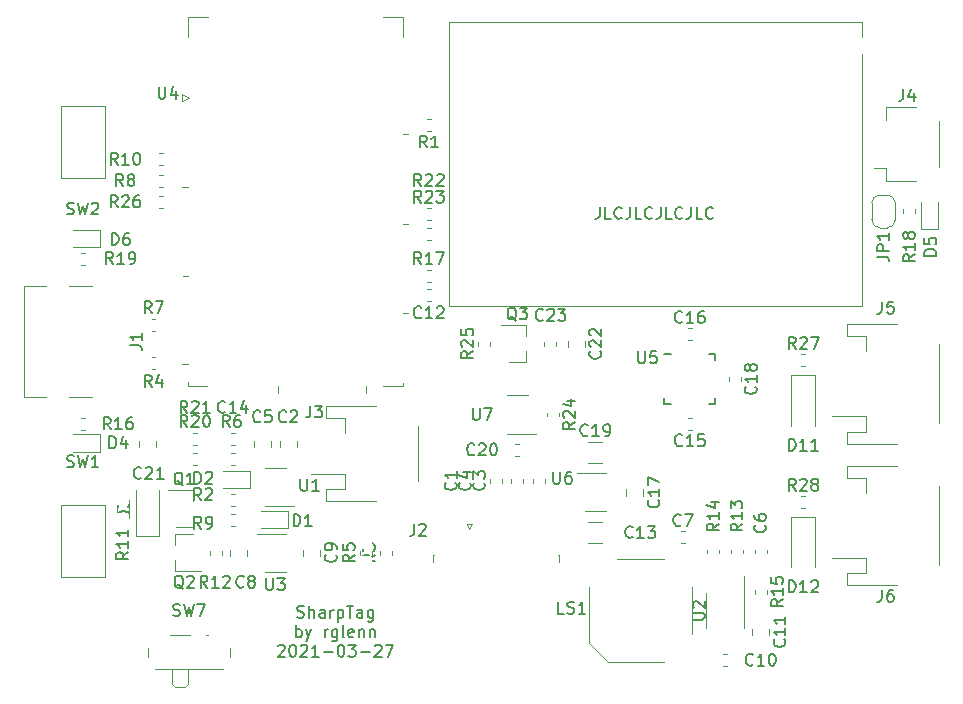
<source format=gto>
%TF.GenerationSoftware,KiCad,Pcbnew,(5.1.6)-1*%
%TF.CreationDate,2021-03-27T23:39:17-04:00*%
%TF.ProjectId,sharptag,73686172-7074-4616-972e-6b696361645f,rev?*%
%TF.SameCoordinates,Original*%
%TF.FileFunction,Legend,Top*%
%TF.FilePolarity,Positive*%
%FSLAX46Y46*%
G04 Gerber Fmt 4.6, Leading zero omitted, Abs format (unit mm)*
G04 Created by KiCad (PCBNEW (5.1.6)-1) date 2021-03-27 23:39:17*
%MOMM*%
%LPD*%
G01*
G04 APERTURE LIST*
%ADD10C,0.160000*%
%ADD11C,0.150000*%
%ADD12C,0.120000*%
%ADD13C,0.100000*%
%ADD14O,1.700000X1.100000*%
%ADD15C,0.750000*%
%ADD16O,2.200000X1.100000*%
%ADD17R,1.550000X0.400000*%
%ADD18R,1.550000X0.700000*%
%ADD19R,1.300000X1.000000*%
%ADD20C,3.300000*%
%ADD21R,0.400000X1.200000*%
%ADD22R,2.400000X3.200000*%
%ADD23R,2.295000X2.295000*%
%ADD24R,1.000000X0.900000*%
%ADD25R,1.600000X1.600000*%
%ADD26C,1.000000*%
%ADD27R,0.800000X1.600000*%
%ADD28R,1.100000X0.900000*%
%ADD29R,1.160000X0.750000*%
%ADD30R,4.200000X4.200000*%
%ADD31R,1.600000X1.000000*%
%ADD32R,1.000000X1.600000*%
%ADD33R,1.800000X1.400000*%
%ADD34C,1.448000*%
G04 APERTURE END LIST*
D10*
X8780952Y9347619D02*
X8780952Y8633333D01*
X8733333Y8490476D01*
X8638095Y8395238D01*
X8495238Y8347619D01*
X8400000Y8347619D01*
X9733333Y8347619D02*
X9257142Y8347619D01*
X9257142Y9347619D01*
X10638095Y8442857D02*
X10590476Y8395238D01*
X10447619Y8347619D01*
X10352380Y8347619D01*
X10209523Y8395238D01*
X10114285Y8490476D01*
X10066666Y8585714D01*
X10019047Y8776190D01*
X10019047Y8919047D01*
X10066666Y9109523D01*
X10114285Y9204761D01*
X10209523Y9300000D01*
X10352380Y9347619D01*
X10447619Y9347619D01*
X10590476Y9300000D01*
X10638095Y9252380D01*
X11352380Y9347619D02*
X11352380Y8633333D01*
X11304761Y8490476D01*
X11209523Y8395238D01*
X11066666Y8347619D01*
X10971428Y8347619D01*
X12304761Y8347619D02*
X11828571Y8347619D01*
X11828571Y9347619D01*
X13209523Y8442857D02*
X13161904Y8395238D01*
X13019047Y8347619D01*
X12923809Y8347619D01*
X12780952Y8395238D01*
X12685714Y8490476D01*
X12638095Y8585714D01*
X12590476Y8776190D01*
X12590476Y8919047D01*
X12638095Y9109523D01*
X12685714Y9204761D01*
X12780952Y9300000D01*
X12923809Y9347619D01*
X13019047Y9347619D01*
X13161904Y9300000D01*
X13209523Y9252380D01*
X13923809Y9347619D02*
X13923809Y8633333D01*
X13876190Y8490476D01*
X13780952Y8395238D01*
X13638095Y8347619D01*
X13542857Y8347619D01*
X14876190Y8347619D02*
X14400000Y8347619D01*
X14400000Y9347619D01*
X15780952Y8442857D02*
X15733333Y8395238D01*
X15590476Y8347619D01*
X15495238Y8347619D01*
X15352380Y8395238D01*
X15257142Y8490476D01*
X15209523Y8585714D01*
X15161904Y8776190D01*
X15161904Y8919047D01*
X15209523Y9109523D01*
X15257142Y9204761D01*
X15352380Y9300000D01*
X15495238Y9347619D01*
X15590476Y9347619D01*
X15733333Y9300000D01*
X15780952Y9252380D01*
X16495238Y9347619D02*
X16495238Y8633333D01*
X16447619Y8490476D01*
X16352380Y8395238D01*
X16209523Y8347619D01*
X16114285Y8347619D01*
X17447619Y8347619D02*
X16971428Y8347619D01*
X16971428Y9347619D01*
X18352380Y8442857D02*
X18304761Y8395238D01*
X18161904Y8347619D01*
X18066666Y8347619D01*
X17923809Y8395238D01*
X17828571Y8490476D01*
X17780952Y8585714D01*
X17733333Y8776190D01*
X17733333Y8919047D01*
X17780952Y9109523D01*
X17828571Y9204761D01*
X17923809Y9300000D01*
X18066666Y9347619D01*
X18161904Y9347619D01*
X18304761Y9300000D01*
X18352380Y9252380D01*
D11*
X-16838095Y-25354761D02*
X-16695238Y-25402380D01*
X-16457142Y-25402380D01*
X-16361904Y-25354761D01*
X-16314285Y-25307142D01*
X-16266666Y-25211904D01*
X-16266666Y-25116666D01*
X-16314285Y-25021428D01*
X-16361904Y-24973809D01*
X-16457142Y-24926190D01*
X-16647619Y-24878571D01*
X-16742857Y-24830952D01*
X-16790476Y-24783333D01*
X-16838095Y-24688095D01*
X-16838095Y-24592857D01*
X-16790476Y-24497619D01*
X-16742857Y-24450000D01*
X-16647619Y-24402380D01*
X-16409523Y-24402380D01*
X-16266666Y-24450000D01*
X-15838095Y-25402380D02*
X-15838095Y-24402380D01*
X-15409523Y-25402380D02*
X-15409523Y-24878571D01*
X-15457142Y-24783333D01*
X-15552380Y-24735714D01*
X-15695238Y-24735714D01*
X-15790476Y-24783333D01*
X-15838095Y-24830952D01*
X-14504761Y-25402380D02*
X-14504761Y-24878571D01*
X-14552380Y-24783333D01*
X-14647619Y-24735714D01*
X-14838095Y-24735714D01*
X-14933333Y-24783333D01*
X-14504761Y-25354761D02*
X-14600000Y-25402380D01*
X-14838095Y-25402380D01*
X-14933333Y-25354761D01*
X-14980952Y-25259523D01*
X-14980952Y-25164285D01*
X-14933333Y-25069047D01*
X-14838095Y-25021428D01*
X-14600000Y-25021428D01*
X-14504761Y-24973809D01*
X-14028571Y-25402380D02*
X-14028571Y-24735714D01*
X-14028571Y-24926190D02*
X-13980952Y-24830952D01*
X-13933333Y-24783333D01*
X-13838095Y-24735714D01*
X-13742857Y-24735714D01*
X-13409523Y-24735714D02*
X-13409523Y-25735714D01*
X-13409523Y-24783333D02*
X-13314285Y-24735714D01*
X-13123809Y-24735714D01*
X-13028571Y-24783333D01*
X-12980952Y-24830952D01*
X-12933333Y-24926190D01*
X-12933333Y-25211904D01*
X-12980952Y-25307142D01*
X-13028571Y-25354761D01*
X-13123809Y-25402380D01*
X-13314285Y-25402380D01*
X-13409523Y-25354761D01*
X-12647619Y-24402380D02*
X-12076190Y-24402380D01*
X-12361904Y-25402380D02*
X-12361904Y-24402380D01*
X-11314285Y-25402380D02*
X-11314285Y-24878571D01*
X-11361904Y-24783333D01*
X-11457142Y-24735714D01*
X-11647619Y-24735714D01*
X-11742857Y-24783333D01*
X-11314285Y-25354761D02*
X-11409523Y-25402380D01*
X-11647619Y-25402380D01*
X-11742857Y-25354761D01*
X-11790476Y-25259523D01*
X-11790476Y-25164285D01*
X-11742857Y-25069047D01*
X-11647619Y-25021428D01*
X-11409523Y-25021428D01*
X-11314285Y-24973809D01*
X-10409523Y-24735714D02*
X-10409523Y-25545238D01*
X-10457142Y-25640476D01*
X-10504761Y-25688095D01*
X-10600000Y-25735714D01*
X-10742857Y-25735714D01*
X-10838095Y-25688095D01*
X-10409523Y-25354761D02*
X-10504761Y-25402380D01*
X-10695238Y-25402380D01*
X-10790476Y-25354761D01*
X-10838095Y-25307142D01*
X-10885714Y-25211904D01*
X-10885714Y-24926190D01*
X-10838095Y-24830952D01*
X-10790476Y-24783333D01*
X-10695238Y-24735714D01*
X-10504761Y-24735714D01*
X-10409523Y-24783333D01*
X-16933333Y-27052380D02*
X-16933333Y-26052380D01*
X-16933333Y-26433333D02*
X-16838095Y-26385714D01*
X-16647619Y-26385714D01*
X-16552380Y-26433333D01*
X-16504761Y-26480952D01*
X-16457142Y-26576190D01*
X-16457142Y-26861904D01*
X-16504761Y-26957142D01*
X-16552380Y-27004761D01*
X-16647619Y-27052380D01*
X-16838095Y-27052380D01*
X-16933333Y-27004761D01*
X-16123809Y-26385714D02*
X-15885714Y-27052380D01*
X-15647619Y-26385714D02*
X-15885714Y-27052380D01*
X-15980952Y-27290476D01*
X-16028571Y-27338095D01*
X-16123809Y-27385714D01*
X-14504761Y-27052380D02*
X-14504761Y-26385714D01*
X-14504761Y-26576190D02*
X-14457142Y-26480952D01*
X-14409523Y-26433333D01*
X-14314285Y-26385714D01*
X-14219047Y-26385714D01*
X-13457142Y-26385714D02*
X-13457142Y-27195238D01*
X-13504761Y-27290476D01*
X-13552380Y-27338095D01*
X-13647619Y-27385714D01*
X-13790476Y-27385714D01*
X-13885714Y-27338095D01*
X-13457142Y-27004761D02*
X-13552380Y-27052380D01*
X-13742857Y-27052380D01*
X-13838095Y-27004761D01*
X-13885714Y-26957142D01*
X-13933333Y-26861904D01*
X-13933333Y-26576190D01*
X-13885714Y-26480952D01*
X-13838095Y-26433333D01*
X-13742857Y-26385714D01*
X-13552380Y-26385714D01*
X-13457142Y-26433333D01*
X-12838095Y-27052380D02*
X-12933333Y-27004761D01*
X-12980952Y-26909523D01*
X-12980952Y-26052380D01*
X-12076190Y-27004761D02*
X-12171428Y-27052380D01*
X-12361904Y-27052380D01*
X-12457142Y-27004761D01*
X-12504761Y-26909523D01*
X-12504761Y-26528571D01*
X-12457142Y-26433333D01*
X-12361904Y-26385714D01*
X-12171428Y-26385714D01*
X-12076190Y-26433333D01*
X-12028571Y-26528571D01*
X-12028571Y-26623809D01*
X-12504761Y-26719047D01*
X-11600000Y-26385714D02*
X-11600000Y-27052380D01*
X-11600000Y-26480952D02*
X-11552380Y-26433333D01*
X-11457142Y-26385714D01*
X-11314285Y-26385714D01*
X-11219047Y-26433333D01*
X-11171428Y-26528571D01*
X-11171428Y-27052380D01*
X-10695238Y-26385714D02*
X-10695238Y-27052380D01*
X-10695238Y-26480952D02*
X-10647619Y-26433333D01*
X-10552380Y-26385714D01*
X-10409523Y-26385714D01*
X-10314285Y-26433333D01*
X-10266666Y-26528571D01*
X-10266666Y-27052380D01*
X-18457142Y-27797619D02*
X-18409523Y-27750000D01*
X-18314285Y-27702380D01*
X-18076190Y-27702380D01*
X-17980952Y-27750000D01*
X-17933333Y-27797619D01*
X-17885714Y-27892857D01*
X-17885714Y-27988095D01*
X-17933333Y-28130952D01*
X-18504761Y-28702380D01*
X-17885714Y-28702380D01*
X-17266666Y-27702380D02*
X-17171428Y-27702380D01*
X-17076190Y-27750000D01*
X-17028571Y-27797619D01*
X-16980952Y-27892857D01*
X-16933333Y-28083333D01*
X-16933333Y-28321428D01*
X-16980952Y-28511904D01*
X-17028571Y-28607142D01*
X-17076190Y-28654761D01*
X-17171428Y-28702380D01*
X-17266666Y-28702380D01*
X-17361904Y-28654761D01*
X-17409523Y-28607142D01*
X-17457142Y-28511904D01*
X-17504761Y-28321428D01*
X-17504761Y-28083333D01*
X-17457142Y-27892857D01*
X-17409523Y-27797619D01*
X-17361904Y-27750000D01*
X-17266666Y-27702380D01*
X-16552380Y-27797619D02*
X-16504761Y-27750000D01*
X-16409523Y-27702380D01*
X-16171428Y-27702380D01*
X-16076190Y-27750000D01*
X-16028571Y-27797619D01*
X-15980952Y-27892857D01*
X-15980952Y-27988095D01*
X-16028571Y-28130952D01*
X-16600000Y-28702380D01*
X-15980952Y-28702380D01*
X-15028571Y-28702380D02*
X-15600000Y-28702380D01*
X-15314285Y-28702380D02*
X-15314285Y-27702380D01*
X-15409523Y-27845238D01*
X-15504761Y-27940476D01*
X-15600000Y-27988095D01*
X-14600000Y-28321428D02*
X-13838095Y-28321428D01*
X-13171428Y-27702380D02*
X-13076190Y-27702380D01*
X-12980952Y-27750000D01*
X-12933333Y-27797619D01*
X-12885714Y-27892857D01*
X-12838095Y-28083333D01*
X-12838095Y-28321428D01*
X-12885714Y-28511904D01*
X-12933333Y-28607142D01*
X-12980952Y-28654761D01*
X-13076190Y-28702380D01*
X-13171428Y-28702380D01*
X-13266666Y-28654761D01*
X-13314285Y-28607142D01*
X-13361904Y-28511904D01*
X-13409523Y-28321428D01*
X-13409523Y-28083333D01*
X-13361904Y-27892857D01*
X-13314285Y-27797619D01*
X-13266666Y-27750000D01*
X-13171428Y-27702380D01*
X-12504761Y-27702380D02*
X-11885714Y-27702380D01*
X-12219047Y-28083333D01*
X-12076190Y-28083333D01*
X-11980952Y-28130952D01*
X-11933333Y-28178571D01*
X-11885714Y-28273809D01*
X-11885714Y-28511904D01*
X-11933333Y-28607142D01*
X-11980952Y-28654761D01*
X-12076190Y-28702380D01*
X-12361904Y-28702380D01*
X-12457142Y-28654761D01*
X-12504761Y-28607142D01*
X-11457142Y-28321428D02*
X-10695238Y-28321428D01*
X-10266666Y-27797619D02*
X-10219047Y-27750000D01*
X-10123809Y-27702380D01*
X-9885714Y-27702380D01*
X-9790476Y-27750000D01*
X-9742857Y-27797619D01*
X-9695238Y-27892857D01*
X-9695238Y-27988095D01*
X-9742857Y-28130952D01*
X-10314285Y-28702380D01*
X-9695238Y-28702380D01*
X-9361904Y-27702380D02*
X-8695238Y-27702380D01*
X-9123809Y-28702380D01*
D12*
X-4000000Y1000000D02*
X-4000000Y25000000D01*
X31000000Y1000000D02*
X-4000000Y1000000D01*
X31000000Y25000000D02*
X31000000Y1000000D01*
X-4000000Y25000000D02*
X31000000Y25000000D01*
%TO.C,R13*%
X20910000Y-19637221D02*
X20910000Y-19962779D01*
X19890000Y-19637221D02*
X19890000Y-19962779D01*
%TO.C,J6*%
X37510000Y-20940000D02*
X37510000Y-14260000D01*
X31290000Y-13560000D02*
X31290000Y-14840000D01*
X29690000Y-13560000D02*
X31290000Y-13560000D01*
X29690000Y-12540000D02*
X29690000Y-13560000D01*
X33940000Y-12540000D02*
X29690000Y-12540000D01*
X31290000Y-20360000D02*
X28400000Y-20360000D01*
X31290000Y-21640000D02*
X31290000Y-20360000D01*
X29690000Y-21640000D02*
X31290000Y-21640000D01*
X29690000Y-22660000D02*
X29690000Y-21640000D01*
X33940000Y-22660000D02*
X29690000Y-22660000D01*
%TO.C,J3*%
X-10160000Y-15560000D02*
X-14410000Y-15560000D01*
X-14410000Y-15560000D02*
X-14410000Y-14540000D01*
X-14410000Y-14540000D02*
X-12810000Y-14540000D01*
X-12810000Y-14540000D02*
X-12810000Y-13260000D01*
X-12810000Y-13260000D02*
X-15700000Y-13260000D01*
X-10160000Y-7440000D02*
X-14410000Y-7440000D01*
X-14410000Y-7440000D02*
X-14410000Y-8460000D01*
X-14410000Y-8460000D02*
X-12810000Y-8460000D01*
X-12810000Y-8460000D02*
X-12810000Y-9740000D01*
X-6590000Y-13840000D02*
X-6590000Y-9160000D01*
%TO.C,J1*%
X-38100000Y2700000D02*
X-40000000Y2700000D01*
X-34200000Y2700000D02*
X-36200000Y2700000D01*
X-38100000Y-6700000D02*
X-40000000Y-6700000D01*
X-34200000Y-6700000D02*
X-36200000Y-6700000D01*
X-40000000Y2700000D02*
X-40000000Y-6700000D01*
%TO.C,C1*%
X510000Y-13962779D02*
X510000Y-13637221D01*
X-510000Y-13962779D02*
X-510000Y-13637221D01*
%TO.C,C2*%
X-18310000Y-10958578D02*
X-18310000Y-10441422D01*
X-16890000Y-10958578D02*
X-16890000Y-10441422D01*
%TO.C,C3*%
X3090000Y-13962779D02*
X3090000Y-13637221D01*
X4110000Y-13962779D02*
X4110000Y-13637221D01*
%TO.C,C4*%
X2310000Y-13962779D02*
X2310000Y-13637221D01*
X1290000Y-13962779D02*
X1290000Y-13637221D01*
%TO.C,C5*%
X-19090000Y-10958578D02*
X-19090000Y-10441422D01*
X-20510000Y-10958578D02*
X-20510000Y-10441422D01*
%TO.C,C6*%
X22910000Y-19637221D02*
X22910000Y-19962779D01*
X21890000Y-19637221D02*
X21890000Y-19962779D01*
%TO.C,C7*%
X15962779Y-18090000D02*
X15637221Y-18090000D01*
X15962779Y-19110000D02*
X15637221Y-19110000D01*
%TO.C,C8*%
X-22510000Y-20158578D02*
X-22510000Y-19641422D01*
X-21090000Y-20158578D02*
X-21090000Y-19641422D01*
%TO.C,C9*%
X-16310000Y-19641422D02*
X-16310000Y-20158578D01*
X-14890000Y-19641422D02*
X-14890000Y-20158578D01*
%TO.C,C10*%
X19237221Y-28490000D02*
X19562779Y-28490000D01*
X19237221Y-29510000D02*
X19562779Y-29510000D01*
%TO.C,C11*%
X23110000Y-26341422D02*
X23110000Y-26858578D01*
X21690000Y-26341422D02*
X21690000Y-26858578D01*
%TO.C,C12*%
X-5862779Y1390000D02*
X-5537221Y1390000D01*
X-5862779Y2410000D02*
X-5537221Y2410000D01*
%TO.C,C13*%
X7797936Y-17290000D02*
X9002064Y-17290000D01*
X7797936Y-19110000D02*
X9002064Y-19110000D01*
%TO.C,C14*%
X-22462779Y-9790000D02*
X-22137221Y-9790000D01*
X-22462779Y-10810000D02*
X-22137221Y-10810000D01*
%TO.C,C15*%
X16562779Y-8490000D02*
X16237221Y-8490000D01*
X16562779Y-9510000D02*
X16237221Y-9510000D01*
%TO.C,C16*%
X16562779Y-890000D02*
X16237221Y-890000D01*
X16562779Y-1910000D02*
X16237221Y-1910000D01*
%TO.C,C17*%
X11008000Y-14541422D02*
X11008000Y-15058578D01*
X12428000Y-14541422D02*
X12428000Y-15058578D01*
%TO.C,C18*%
X19690000Y-5362779D02*
X19690000Y-5037221D01*
X20710000Y-5362779D02*
X20710000Y-5037221D01*
%TO.C,C19*%
X7797936Y-12310000D02*
X9002064Y-12310000D01*
X7797936Y-10490000D02*
X9002064Y-10490000D01*
%TO.C,C20*%
X1962779Y-11710000D02*
X1637221Y-11710000D01*
X1962779Y-10690000D02*
X1637221Y-10690000D01*
%TO.C,D1*%
X-19900000Y-17835000D02*
X-17615000Y-17835000D01*
X-17615000Y-17835000D02*
X-17615000Y-16365000D01*
X-17615000Y-16365000D02*
X-19900000Y-16365000D01*
%TO.C,D2*%
X-20815000Y-12965000D02*
X-23100000Y-12965000D01*
X-20815000Y-14435000D02*
X-20815000Y-12965000D01*
X-23100000Y-14435000D02*
X-20815000Y-14435000D01*
%TO.C,D3*%
X-30500000Y-18450000D02*
X-28500000Y-18450000D01*
X-28500000Y-18450000D02*
X-28500000Y-14550000D01*
X-30500000Y-18450000D02*
X-30500000Y-14550000D01*
%TO.C,D4*%
X-35800000Y-11335000D02*
X-33515000Y-11335000D01*
X-33515000Y-11335000D02*
X-33515000Y-9865000D01*
X-33515000Y-9865000D02*
X-35800000Y-9865000D01*
%TO.C,D5*%
X37435000Y7515000D02*
X37435000Y9800000D01*
X35965000Y7515000D02*
X37435000Y7515000D01*
X35965000Y9800000D02*
X35965000Y7515000D01*
%TO.C,D6*%
X-35800000Y5965000D02*
X-33515000Y5965000D01*
X-33515000Y5965000D02*
X-33515000Y7435000D01*
X-33515000Y7435000D02*
X-35800000Y7435000D01*
%TO.C,J2*%
X-5219000Y-20074000D02*
X-5329000Y-20074000D01*
X-5329000Y-20074000D02*
X-5329000Y-20674000D01*
X5211000Y-20074000D02*
X5321000Y-20074000D01*
X5321000Y-20074000D02*
X5321000Y-20674000D01*
X-2454000Y-17484000D02*
X-2254000Y-17884000D01*
X-2254000Y-17884000D02*
X-2054000Y-17484000D01*
X-2054000Y-17484000D02*
X-2454000Y-17484000D01*
%TO.C,J4*%
X35515000Y11590000D02*
X33015000Y11590000D01*
X33015000Y11590000D02*
X33015000Y12640000D01*
X33015000Y12640000D02*
X32025000Y12640000D01*
X35515000Y17810000D02*
X33015000Y17810000D01*
X33015000Y17810000D02*
X33015000Y16760000D01*
X37485000Y12760000D02*
X37485000Y16640000D01*
%TO.C,JP1*%
X32500000Y10400000D02*
X33100000Y10400000D01*
X31800000Y8300000D02*
X31800000Y9700000D01*
X33100000Y7600000D02*
X32500000Y7600000D01*
X33800000Y9700000D02*
X33800000Y8300000D01*
X33800000Y8300000D02*
G75*
G02*
X33100000Y7600000I-700000J0D01*
G01*
X32500000Y7600000D02*
G75*
G02*
X31800000Y8300000I0J700000D01*
G01*
X31800000Y9700000D02*
G75*
G02*
X32500000Y10400000I700000J0D01*
G01*
X33100000Y10400000D02*
G75*
G02*
X33800000Y9700000I0J-700000D01*
G01*
%TO.C,LS1*%
X7830000Y-22800000D02*
X7830000Y-27550000D01*
X14200000Y-20430000D02*
X10200000Y-20430000D01*
X16570000Y-26800000D02*
X16570000Y-22800000D01*
X9450000Y-29170000D02*
X14200000Y-29170000D01*
X9450000Y-29170000D02*
X7830000Y-27550000D01*
%TO.C,Q1*%
X-25648000Y-17738000D02*
X-25648000Y-16808000D01*
X-25648000Y-14578000D02*
X-25648000Y-15508000D01*
X-25648000Y-14578000D02*
X-27808000Y-14578000D01*
X-25648000Y-17738000D02*
X-27108000Y-17738000D01*
%TO.C,Q2*%
X-27160000Y-18320000D02*
X-25700000Y-18320000D01*
X-27160000Y-21480000D02*
X-25000000Y-21480000D01*
X-27160000Y-21480000D02*
X-27160000Y-20550000D01*
X-27160000Y-18320000D02*
X-27160000Y-19250000D01*
%TO.C,R1*%
X-5537221Y15790000D02*
X-5862779Y15790000D01*
X-5537221Y16810000D02*
X-5862779Y16810000D01*
%TO.C,R2*%
X-22462779Y-16590000D02*
X-22137221Y-16590000D01*
X-22462779Y-17610000D02*
X-22137221Y-17610000D01*
%TO.C,R3*%
X-8790000Y-20062779D02*
X-8790000Y-19737221D01*
X-9810000Y-20062779D02*
X-9810000Y-19737221D01*
%TO.C,R4*%
X-29162779Y-3290000D02*
X-28837221Y-3290000D01*
X-29162779Y-4310000D02*
X-28837221Y-4310000D01*
%TO.C,R5*%
X-11510000Y-20062779D02*
X-11510000Y-19737221D01*
X-10490000Y-20062779D02*
X-10490000Y-19737221D01*
%TO.C,R6*%
X-22462779Y-12510000D02*
X-22137221Y-12510000D01*
X-22462779Y-11490000D02*
X-22137221Y-11490000D01*
%TO.C,R7*%
X-29162779Y-1110000D02*
X-28837221Y-1110000D01*
X-29162779Y-90000D02*
X-28837221Y-90000D01*
%TO.C,R8*%
X-28562779Y12110000D02*
X-28237221Y12110000D01*
X-28562779Y11090000D02*
X-28237221Y11090000D01*
%TO.C,R9*%
X-22137221Y-14890000D02*
X-22462779Y-14890000D01*
X-22137221Y-15910000D02*
X-22462779Y-15910000D01*
%TO.C,R10*%
X-28562779Y12890000D02*
X-28237221Y12890000D01*
X-28562779Y13910000D02*
X-28237221Y13910000D01*
%TO.C,R11*%
X-32110000Y-16362779D02*
X-32110000Y-16037221D01*
X-31090000Y-16362779D02*
X-31090000Y-16037221D01*
%TO.C,R12*%
X-24210000Y-20062779D02*
X-24210000Y-19737221D01*
X-23190000Y-20062779D02*
X-23190000Y-19737221D01*
%TO.C,R14*%
X17890000Y-19637221D02*
X17890000Y-19962779D01*
X18910000Y-19637221D02*
X18910000Y-19962779D01*
%TO.C,R15*%
X22910000Y-23037221D02*
X22910000Y-23362779D01*
X21890000Y-23037221D02*
X21890000Y-23362779D01*
%TO.C,R16*%
X-34837221Y-8490000D02*
X-35162779Y-8490000D01*
X-34837221Y-9510000D02*
X-35162779Y-9510000D01*
%TO.C,R17*%
X-5537221Y2990000D02*
X-5862779Y2990000D01*
X-5537221Y4010000D02*
X-5862779Y4010000D01*
%TO.C,R18*%
X35510000Y8837221D02*
X35510000Y9162779D01*
X34490000Y8837221D02*
X34490000Y9162779D01*
%TO.C,R19*%
X-35162779Y4490000D02*
X-34837221Y4490000D01*
X-35162779Y5510000D02*
X-34837221Y5510000D01*
%TO.C,R20*%
X-25662779Y-12510000D02*
X-25337221Y-12510000D01*
X-25662779Y-11490000D02*
X-25337221Y-11490000D01*
%TO.C,R21*%
X-25662779Y-9790000D02*
X-25337221Y-9790000D01*
X-25662779Y-10810000D02*
X-25337221Y-10810000D01*
%TO.C,R22*%
X-5537221Y9310000D02*
X-5862779Y9310000D01*
X-5537221Y8290000D02*
X-5862779Y8290000D01*
%TO.C,R23*%
X-5537221Y6590000D02*
X-5862779Y6590000D01*
X-5537221Y7610000D02*
X-5862779Y7610000D01*
%TO.C,R24*%
X4290000Y-8037221D02*
X4290000Y-8362779D01*
X5310000Y-8037221D02*
X5310000Y-8362779D01*
%TO.C,SW1*%
X-33150000Y-21960000D02*
X-36850000Y-21960000D01*
X-33150000Y-15840000D02*
X-33150000Y-21960000D01*
X-36850000Y-15840000D02*
X-33150000Y-15840000D01*
X-36850000Y-21960000D02*
X-36850000Y-15840000D01*
%TO.C,SW2*%
X-36850000Y11840000D02*
X-36850000Y17960000D01*
X-36850000Y17960000D02*
X-33150000Y17960000D01*
X-33150000Y17960000D02*
X-33150000Y11840000D01*
X-33150000Y11840000D02*
X-36850000Y11840000D01*
%TO.C,SW7*%
X-24600000Y-26880000D02*
X-24400000Y-26880000D01*
X-27400000Y-31020000D02*
X-27200000Y-31230000D01*
X-26100000Y-31020000D02*
X-26300000Y-31230000D01*
X-27400000Y-29730000D02*
X-27400000Y-31020000D01*
X-27200000Y-31230000D02*
X-26300000Y-31230000D01*
X-26100000Y-31020000D02*
X-26100000Y-29730000D01*
X-28850000Y-29730000D02*
X-23150000Y-29730000D01*
X-27600000Y-26880000D02*
X-25900000Y-26880000D01*
X-29450000Y-27930000D02*
X-29450000Y-28720000D01*
X-22550000Y-28720000D02*
X-22550000Y-27930000D01*
%TO.C,U1*%
X-17800000Y-12690000D02*
X-19600000Y-12690000D01*
X-19600000Y-15910000D02*
X-17150000Y-15910000D01*
%TO.C,U2*%
X17790000Y-24800000D02*
X17790000Y-26300000D01*
X17790000Y-24800000D02*
X17790000Y-23300000D01*
X21010000Y-24800000D02*
X21010000Y-26300000D01*
X21010000Y-24800000D02*
X21010000Y-21875000D01*
%TO.C,U3*%
X-19600000Y-21510000D02*
X-17800000Y-21510000D01*
X-17800000Y-18290000D02*
X-20250000Y-18290000D01*
%TO.C,U4*%
X-26120000Y-5800000D02*
X-24460000Y-5800000D01*
X-26120000Y-5440000D02*
X-26120000Y-5800000D01*
X-7880000Y-5800000D02*
X-9540000Y-5800000D01*
X-7880000Y-5540000D02*
X-7880000Y-5800000D01*
X-26125000Y25450000D02*
X-24430000Y25450000D01*
X-26125000Y23735000D02*
X-26125000Y25450000D01*
X-7870000Y25450000D02*
X-9560000Y25450000D01*
X-7870000Y23740000D02*
X-7870000Y25450000D01*
D13*
X-26600000Y18920000D02*
X-26000000Y18630000D01*
X-26000000Y18630000D02*
X-26600000Y18370000D01*
X-26600000Y18370000D02*
X-26600000Y18920000D01*
X-26100000Y11030000D02*
X-26550000Y11030000D01*
X-26100000Y3530000D02*
X-26530000Y3530000D01*
X-26100000Y-3950000D02*
X-26550000Y-3950000D01*
X-18500000Y-5780000D02*
X-18500000Y-6390000D01*
X-11000000Y-5780000D02*
X-11000000Y-6390000D01*
X-7900000Y420000D02*
X-7460000Y420000D01*
X-7900000Y7920000D02*
X-7450000Y7920000D01*
X-7900000Y15520000D02*
X-7450000Y15520000D01*
D11*
%TO.C,U5*%
X18550000Y-3050000D02*
X18550000Y-3575000D01*
X14250000Y-7350000D02*
X14250000Y-6825000D01*
X18550000Y-7350000D02*
X18550000Y-6825000D01*
X14250000Y-3050000D02*
X14775000Y-3050000D01*
X14250000Y-7350000D02*
X14775000Y-7350000D01*
X18550000Y-7350000D02*
X18025000Y-7350000D01*
X18550000Y-3050000D02*
X18025000Y-3050000D01*
D12*
%TO.C,U6*%
X7500000Y-16370000D02*
X9300000Y-16370000D01*
X9300000Y-13150000D02*
X6850000Y-13150000D01*
%TO.C,U7*%
X900000Y-9810000D02*
X3350000Y-9810000D01*
X2700000Y-6590000D02*
X900000Y-6590000D01*
%TO.C,C21*%
X-28790000Y-10958578D02*
X-28790000Y-10441422D01*
X-30210000Y-10958578D02*
X-30210000Y-10441422D01*
%TO.C,J5*%
X37510000Y-8940000D02*
X37510000Y-2260000D01*
X31290000Y-1560000D02*
X31290000Y-2840000D01*
X29690000Y-1560000D02*
X31290000Y-1560000D01*
X29690000Y-540000D02*
X29690000Y-1560000D01*
X33940000Y-540000D02*
X29690000Y-540000D01*
X31290000Y-8360000D02*
X28400000Y-8360000D01*
X31290000Y-9640000D02*
X31290000Y-8360000D01*
X29690000Y-9640000D02*
X31290000Y-9640000D01*
X29690000Y-10660000D02*
X29690000Y-9640000D01*
X33940000Y-10660000D02*
X29690000Y-10660000D01*
%TO.C,C22*%
X6090000Y-1941422D02*
X6090000Y-2458578D01*
X7510000Y-1941422D02*
X7510000Y-2458578D01*
%TO.C,C23*%
X4090000Y-2037221D02*
X4090000Y-2362779D01*
X5110000Y-2037221D02*
X5110000Y-2362779D01*
%TO.C,Q3*%
X2560000Y-3780000D02*
X1100000Y-3780000D01*
X2560000Y-620000D02*
X400000Y-620000D01*
X2560000Y-620000D02*
X2560000Y-1550000D01*
X2560000Y-3780000D02*
X2560000Y-2850000D01*
%TO.C,R25*%
X-1510000Y-2037221D02*
X-1510000Y-2362779D01*
X-490000Y-2037221D02*
X-490000Y-2362779D01*
%TO.C,R26*%
X-28237221Y9290000D02*
X-28562779Y9290000D01*
X-28237221Y10310000D02*
X-28562779Y10310000D01*
%TO.C,D11*%
X25000000Y-4850000D02*
X25000000Y-9150000D01*
X27000000Y-4850000D02*
X25000000Y-4850000D01*
X27000000Y-9150000D02*
X27000000Y-4850000D01*
%TO.C,D12*%
X27000000Y-21150000D02*
X27000000Y-16850000D01*
X27000000Y-16850000D02*
X25000000Y-16850000D01*
X25000000Y-16850000D02*
X25000000Y-21150000D01*
%TO.C,R27*%
X26162779Y-3090000D02*
X25837221Y-3090000D01*
X26162779Y-4110000D02*
X25837221Y-4110000D01*
%TO.C,R28*%
X26162779Y-16110000D02*
X25837221Y-16110000D01*
X26162779Y-15090000D02*
X25837221Y-15090000D01*
%TO.C,R13*%
D11*
X20852380Y-17442857D02*
X20376190Y-17776190D01*
X20852380Y-18014285D02*
X19852380Y-18014285D01*
X19852380Y-17633333D01*
X19900000Y-17538095D01*
X19947619Y-17490476D01*
X20042857Y-17442857D01*
X20185714Y-17442857D01*
X20280952Y-17490476D01*
X20328571Y-17538095D01*
X20376190Y-17633333D01*
X20376190Y-18014285D01*
X20852380Y-16490476D02*
X20852380Y-17061904D01*
X20852380Y-16776190D02*
X19852380Y-16776190D01*
X19995238Y-16871428D01*
X20090476Y-16966666D01*
X20138095Y-17061904D01*
X19852380Y-16157142D02*
X19852380Y-15538095D01*
X20233333Y-15871428D01*
X20233333Y-15728571D01*
X20280952Y-15633333D01*
X20328571Y-15585714D01*
X20423809Y-15538095D01*
X20661904Y-15538095D01*
X20757142Y-15585714D01*
X20804761Y-15633333D01*
X20852380Y-15728571D01*
X20852380Y-16014285D01*
X20804761Y-16109523D01*
X20757142Y-16157142D01*
%TO.C,J6*%
X32666666Y-23052380D02*
X32666666Y-23766666D01*
X32619047Y-23909523D01*
X32523809Y-24004761D01*
X32380952Y-24052380D01*
X32285714Y-24052380D01*
X33571428Y-23052380D02*
X33380952Y-23052380D01*
X33285714Y-23100000D01*
X33238095Y-23147619D01*
X33142857Y-23290476D01*
X33095238Y-23480952D01*
X33095238Y-23861904D01*
X33142857Y-23957142D01*
X33190476Y-24004761D01*
X33285714Y-24052380D01*
X33476190Y-24052380D01*
X33571428Y-24004761D01*
X33619047Y-23957142D01*
X33666666Y-23861904D01*
X33666666Y-23623809D01*
X33619047Y-23528571D01*
X33571428Y-23480952D01*
X33476190Y-23433333D01*
X33285714Y-23433333D01*
X33190476Y-23480952D01*
X33142857Y-23528571D01*
X33095238Y-23623809D01*
%TO.C,J3*%
X-15733333Y-7452380D02*
X-15733333Y-8166666D01*
X-15780952Y-8309523D01*
X-15876190Y-8404761D01*
X-16019047Y-8452380D01*
X-16114285Y-8452380D01*
X-15352380Y-7452380D02*
X-14733333Y-7452380D01*
X-15066666Y-7833333D01*
X-14923809Y-7833333D01*
X-14828571Y-7880952D01*
X-14780952Y-7928571D01*
X-14733333Y-8023809D01*
X-14733333Y-8261904D01*
X-14780952Y-8357142D01*
X-14828571Y-8404761D01*
X-14923809Y-8452380D01*
X-15209523Y-8452380D01*
X-15304761Y-8404761D01*
X-15352380Y-8357142D01*
%TO.C,J1*%
X-31002619Y-2333333D02*
X-30288333Y-2333333D01*
X-30145476Y-2380952D01*
X-30050238Y-2476190D01*
X-30002619Y-2619047D01*
X-30002619Y-2714285D01*
X-30002619Y-1333333D02*
X-30002619Y-1904761D01*
X-30002619Y-1619047D02*
X-31002619Y-1619047D01*
X-30859761Y-1714285D01*
X-30764523Y-1809523D01*
X-30716904Y-1904761D01*
%TO.C,C1*%
X-3442857Y-13966666D02*
X-3395238Y-14014285D01*
X-3347619Y-14157142D01*
X-3347619Y-14252380D01*
X-3395238Y-14395238D01*
X-3490476Y-14490476D01*
X-3585714Y-14538095D01*
X-3776190Y-14585714D01*
X-3919047Y-14585714D01*
X-4109523Y-14538095D01*
X-4204761Y-14490476D01*
X-4300000Y-14395238D01*
X-4347619Y-14252380D01*
X-4347619Y-14157142D01*
X-4300000Y-14014285D01*
X-4252380Y-13966666D01*
X-3347619Y-13014285D02*
X-3347619Y-13585714D01*
X-3347619Y-13300000D02*
X-4347619Y-13300000D01*
X-4204761Y-13395238D01*
X-4109523Y-13490476D01*
X-4061904Y-13585714D01*
%TO.C,C2*%
X-17766666Y-8757142D02*
X-17814285Y-8804761D01*
X-17957142Y-8852380D01*
X-18052380Y-8852380D01*
X-18195238Y-8804761D01*
X-18290476Y-8709523D01*
X-18338095Y-8614285D01*
X-18385714Y-8423809D01*
X-18385714Y-8280952D01*
X-18338095Y-8090476D01*
X-18290476Y-7995238D01*
X-18195238Y-7900000D01*
X-18052380Y-7852380D01*
X-17957142Y-7852380D01*
X-17814285Y-7900000D01*
X-17766666Y-7947619D01*
X-17385714Y-7947619D02*
X-17338095Y-7900000D01*
X-17242857Y-7852380D01*
X-17004761Y-7852380D01*
X-16909523Y-7900000D01*
X-16861904Y-7947619D01*
X-16814285Y-8042857D01*
X-16814285Y-8138095D01*
X-16861904Y-8280952D01*
X-17433333Y-8852380D01*
X-16814285Y-8852380D01*
%TO.C,C3*%
X-1042857Y-13966666D02*
X-995238Y-14014285D01*
X-947619Y-14157142D01*
X-947619Y-14252380D01*
X-995238Y-14395238D01*
X-1090476Y-14490476D01*
X-1185714Y-14538095D01*
X-1376190Y-14585714D01*
X-1519047Y-14585714D01*
X-1709523Y-14538095D01*
X-1804761Y-14490476D01*
X-1900000Y-14395238D01*
X-1947619Y-14252380D01*
X-1947619Y-14157142D01*
X-1900000Y-14014285D01*
X-1852380Y-13966666D01*
X-1947619Y-13633333D02*
X-1947619Y-13014285D01*
X-1566666Y-13347619D01*
X-1566666Y-13204761D01*
X-1519047Y-13109523D01*
X-1471428Y-13061904D01*
X-1376190Y-13014285D01*
X-1138095Y-13014285D01*
X-1042857Y-13061904D01*
X-995238Y-13109523D01*
X-947619Y-13204761D01*
X-947619Y-13490476D01*
X-995238Y-13585714D01*
X-1042857Y-13633333D01*
%TO.C,C4*%
X-2242857Y-13966666D02*
X-2195238Y-14014285D01*
X-2147619Y-14157142D01*
X-2147619Y-14252380D01*
X-2195238Y-14395238D01*
X-2290476Y-14490476D01*
X-2385714Y-14538095D01*
X-2576190Y-14585714D01*
X-2719047Y-14585714D01*
X-2909523Y-14538095D01*
X-3004761Y-14490476D01*
X-3100000Y-14395238D01*
X-3147619Y-14252380D01*
X-3147619Y-14157142D01*
X-3100000Y-14014285D01*
X-3052380Y-13966666D01*
X-2814285Y-13109523D02*
X-2147619Y-13109523D01*
X-3195238Y-13347619D02*
X-2480952Y-13585714D01*
X-2480952Y-12966666D01*
%TO.C,C5*%
X-19966666Y-8757142D02*
X-20014285Y-8804761D01*
X-20157142Y-8852380D01*
X-20252380Y-8852380D01*
X-20395238Y-8804761D01*
X-20490476Y-8709523D01*
X-20538095Y-8614285D01*
X-20585714Y-8423809D01*
X-20585714Y-8280952D01*
X-20538095Y-8090476D01*
X-20490476Y-7995238D01*
X-20395238Y-7900000D01*
X-20252380Y-7852380D01*
X-20157142Y-7852380D01*
X-20014285Y-7900000D01*
X-19966666Y-7947619D01*
X-19061904Y-7852380D02*
X-19538095Y-7852380D01*
X-19585714Y-8328571D01*
X-19538095Y-8280952D01*
X-19442857Y-8233333D01*
X-19204761Y-8233333D01*
X-19109523Y-8280952D01*
X-19061904Y-8328571D01*
X-19014285Y-8423809D01*
X-19014285Y-8661904D01*
X-19061904Y-8757142D01*
X-19109523Y-8804761D01*
X-19204761Y-8852380D01*
X-19442857Y-8852380D01*
X-19538095Y-8804761D01*
X-19585714Y-8757142D01*
%TO.C,C6*%
X22757142Y-17566666D02*
X22804761Y-17614285D01*
X22852380Y-17757142D01*
X22852380Y-17852380D01*
X22804761Y-17995238D01*
X22709523Y-18090476D01*
X22614285Y-18138095D01*
X22423809Y-18185714D01*
X22280952Y-18185714D01*
X22090476Y-18138095D01*
X21995238Y-18090476D01*
X21900000Y-17995238D01*
X21852380Y-17852380D01*
X21852380Y-17757142D01*
X21900000Y-17614285D01*
X21947619Y-17566666D01*
X21852380Y-16709523D02*
X21852380Y-16900000D01*
X21900000Y-16995238D01*
X21947619Y-17042857D01*
X22090476Y-17138095D01*
X22280952Y-17185714D01*
X22661904Y-17185714D01*
X22757142Y-17138095D01*
X22804761Y-17090476D01*
X22852380Y-16995238D01*
X22852380Y-16804761D01*
X22804761Y-16709523D01*
X22757142Y-16661904D01*
X22661904Y-16614285D01*
X22423809Y-16614285D01*
X22328571Y-16661904D01*
X22280952Y-16709523D01*
X22233333Y-16804761D01*
X22233333Y-16995238D01*
X22280952Y-17090476D01*
X22328571Y-17138095D01*
X22423809Y-17185714D01*
%TO.C,C7*%
X15633333Y-17557142D02*
X15585714Y-17604761D01*
X15442857Y-17652380D01*
X15347619Y-17652380D01*
X15204761Y-17604761D01*
X15109523Y-17509523D01*
X15061904Y-17414285D01*
X15014285Y-17223809D01*
X15014285Y-17080952D01*
X15061904Y-16890476D01*
X15109523Y-16795238D01*
X15204761Y-16700000D01*
X15347619Y-16652380D01*
X15442857Y-16652380D01*
X15585714Y-16700000D01*
X15633333Y-16747619D01*
X15966666Y-16652380D02*
X16633333Y-16652380D01*
X16204761Y-17652380D01*
%TO.C,C8*%
X-21366666Y-22757142D02*
X-21414285Y-22804761D01*
X-21557142Y-22852380D01*
X-21652380Y-22852380D01*
X-21795238Y-22804761D01*
X-21890476Y-22709523D01*
X-21938095Y-22614285D01*
X-21985714Y-22423809D01*
X-21985714Y-22280952D01*
X-21938095Y-22090476D01*
X-21890476Y-21995238D01*
X-21795238Y-21900000D01*
X-21652380Y-21852380D01*
X-21557142Y-21852380D01*
X-21414285Y-21900000D01*
X-21366666Y-21947619D01*
X-20795238Y-22280952D02*
X-20890476Y-22233333D01*
X-20938095Y-22185714D01*
X-20985714Y-22090476D01*
X-20985714Y-22042857D01*
X-20938095Y-21947619D01*
X-20890476Y-21900000D01*
X-20795238Y-21852380D01*
X-20604761Y-21852380D01*
X-20509523Y-21900000D01*
X-20461904Y-21947619D01*
X-20414285Y-22042857D01*
X-20414285Y-22090476D01*
X-20461904Y-22185714D01*
X-20509523Y-22233333D01*
X-20604761Y-22280952D01*
X-20795238Y-22280952D01*
X-20890476Y-22328571D01*
X-20938095Y-22376190D01*
X-20985714Y-22471428D01*
X-20985714Y-22661904D01*
X-20938095Y-22757142D01*
X-20890476Y-22804761D01*
X-20795238Y-22852380D01*
X-20604761Y-22852380D01*
X-20509523Y-22804761D01*
X-20461904Y-22757142D01*
X-20414285Y-22661904D01*
X-20414285Y-22471428D01*
X-20461904Y-22376190D01*
X-20509523Y-22328571D01*
X-20604761Y-22280952D01*
%TO.C,C9*%
X-13592857Y-20066666D02*
X-13545238Y-20114285D01*
X-13497619Y-20257142D01*
X-13497619Y-20352380D01*
X-13545238Y-20495238D01*
X-13640476Y-20590476D01*
X-13735714Y-20638095D01*
X-13926190Y-20685714D01*
X-14069047Y-20685714D01*
X-14259523Y-20638095D01*
X-14354761Y-20590476D01*
X-14450000Y-20495238D01*
X-14497619Y-20352380D01*
X-14497619Y-20257142D01*
X-14450000Y-20114285D01*
X-14402380Y-20066666D01*
X-13497619Y-19590476D02*
X-13497619Y-19400000D01*
X-13545238Y-19304761D01*
X-13592857Y-19257142D01*
X-13735714Y-19161904D01*
X-13926190Y-19114285D01*
X-14307142Y-19114285D01*
X-14402380Y-19161904D01*
X-14450000Y-19209523D01*
X-14497619Y-19304761D01*
X-14497619Y-19495238D01*
X-14450000Y-19590476D01*
X-14402380Y-19638095D01*
X-14307142Y-19685714D01*
X-14069047Y-19685714D01*
X-13973809Y-19638095D01*
X-13926190Y-19590476D01*
X-13878571Y-19495238D01*
X-13878571Y-19304761D01*
X-13926190Y-19209523D01*
X-13973809Y-19161904D01*
X-14069047Y-19114285D01*
%TO.C,C10*%
X21757142Y-29357142D02*
X21709523Y-29404761D01*
X21566666Y-29452380D01*
X21471428Y-29452380D01*
X21328571Y-29404761D01*
X21233333Y-29309523D01*
X21185714Y-29214285D01*
X21138095Y-29023809D01*
X21138095Y-28880952D01*
X21185714Y-28690476D01*
X21233333Y-28595238D01*
X21328571Y-28500000D01*
X21471428Y-28452380D01*
X21566666Y-28452380D01*
X21709523Y-28500000D01*
X21757142Y-28547619D01*
X22709523Y-29452380D02*
X22138095Y-29452380D01*
X22423809Y-29452380D02*
X22423809Y-28452380D01*
X22328571Y-28595238D01*
X22233333Y-28690476D01*
X22138095Y-28738095D01*
X23328571Y-28452380D02*
X23423809Y-28452380D01*
X23519047Y-28500000D01*
X23566666Y-28547619D01*
X23614285Y-28642857D01*
X23661904Y-28833333D01*
X23661904Y-29071428D01*
X23614285Y-29261904D01*
X23566666Y-29357142D01*
X23519047Y-29404761D01*
X23423809Y-29452380D01*
X23328571Y-29452380D01*
X23233333Y-29404761D01*
X23185714Y-29357142D01*
X23138095Y-29261904D01*
X23090476Y-29071428D01*
X23090476Y-28833333D01*
X23138095Y-28642857D01*
X23185714Y-28547619D01*
X23233333Y-28500000D01*
X23328571Y-28452380D01*
%TO.C,C11*%
X24407142Y-27242857D02*
X24454761Y-27290476D01*
X24502380Y-27433333D01*
X24502380Y-27528571D01*
X24454761Y-27671428D01*
X24359523Y-27766666D01*
X24264285Y-27814285D01*
X24073809Y-27861904D01*
X23930952Y-27861904D01*
X23740476Y-27814285D01*
X23645238Y-27766666D01*
X23550000Y-27671428D01*
X23502380Y-27528571D01*
X23502380Y-27433333D01*
X23550000Y-27290476D01*
X23597619Y-27242857D01*
X24502380Y-26290476D02*
X24502380Y-26861904D01*
X24502380Y-26576190D02*
X23502380Y-26576190D01*
X23645238Y-26671428D01*
X23740476Y-26766666D01*
X23788095Y-26861904D01*
X24502380Y-25338095D02*
X24502380Y-25909523D01*
X24502380Y-25623809D02*
X23502380Y-25623809D01*
X23645238Y-25719047D01*
X23740476Y-25814285D01*
X23788095Y-25909523D01*
%TO.C,C12*%
X-6342857Y42857D02*
X-6390476Y-4761D01*
X-6533333Y-52380D01*
X-6628571Y-52380D01*
X-6771428Y-4761D01*
X-6866666Y90476D01*
X-6914285Y185714D01*
X-6961904Y376190D01*
X-6961904Y519047D01*
X-6914285Y709523D01*
X-6866666Y804761D01*
X-6771428Y900000D01*
X-6628571Y947619D01*
X-6533333Y947619D01*
X-6390476Y900000D01*
X-6342857Y852380D01*
X-5390476Y-52380D02*
X-5961904Y-52380D01*
X-5676190Y-52380D02*
X-5676190Y947619D01*
X-5771428Y804761D01*
X-5866666Y709523D01*
X-5961904Y661904D01*
X-5009523Y852380D02*
X-4961904Y900000D01*
X-4866666Y947619D01*
X-4628571Y947619D01*
X-4533333Y900000D01*
X-4485714Y852380D01*
X-4438095Y757142D01*
X-4438095Y661904D01*
X-4485714Y519047D01*
X-5057142Y-52380D01*
X-4438095Y-52380D01*
%TO.C,C13*%
X11557142Y-18557142D02*
X11509523Y-18604761D01*
X11366666Y-18652380D01*
X11271428Y-18652380D01*
X11128571Y-18604761D01*
X11033333Y-18509523D01*
X10985714Y-18414285D01*
X10938095Y-18223809D01*
X10938095Y-18080952D01*
X10985714Y-17890476D01*
X11033333Y-17795238D01*
X11128571Y-17700000D01*
X11271428Y-17652380D01*
X11366666Y-17652380D01*
X11509523Y-17700000D01*
X11557142Y-17747619D01*
X12509523Y-18652380D02*
X11938095Y-18652380D01*
X12223809Y-18652380D02*
X12223809Y-17652380D01*
X12128571Y-17795238D01*
X12033333Y-17890476D01*
X11938095Y-17938095D01*
X12842857Y-17652380D02*
X13461904Y-17652380D01*
X13128571Y-18033333D01*
X13271428Y-18033333D01*
X13366666Y-18080952D01*
X13414285Y-18128571D01*
X13461904Y-18223809D01*
X13461904Y-18461904D01*
X13414285Y-18557142D01*
X13366666Y-18604761D01*
X13271428Y-18652380D01*
X12985714Y-18652380D01*
X12890476Y-18604761D01*
X12842857Y-18557142D01*
%TO.C,C14*%
X-22942857Y-7957142D02*
X-22990476Y-8004761D01*
X-23133333Y-8052380D01*
X-23228571Y-8052380D01*
X-23371428Y-8004761D01*
X-23466666Y-7909523D01*
X-23514285Y-7814285D01*
X-23561904Y-7623809D01*
X-23561904Y-7480952D01*
X-23514285Y-7290476D01*
X-23466666Y-7195238D01*
X-23371428Y-7100000D01*
X-23228571Y-7052380D01*
X-23133333Y-7052380D01*
X-22990476Y-7100000D01*
X-22942857Y-7147619D01*
X-21990476Y-8052380D02*
X-22561904Y-8052380D01*
X-22276190Y-8052380D02*
X-22276190Y-7052380D01*
X-22371428Y-7195238D01*
X-22466666Y-7290476D01*
X-22561904Y-7338095D01*
X-21133333Y-7385714D02*
X-21133333Y-8052380D01*
X-21371428Y-7004761D02*
X-21609523Y-7719047D01*
X-20990476Y-7719047D01*
%TO.C,C15*%
X15757142Y-10787142D02*
X15709523Y-10834761D01*
X15566666Y-10882380D01*
X15471428Y-10882380D01*
X15328571Y-10834761D01*
X15233333Y-10739523D01*
X15185714Y-10644285D01*
X15138095Y-10453809D01*
X15138095Y-10310952D01*
X15185714Y-10120476D01*
X15233333Y-10025238D01*
X15328571Y-9930000D01*
X15471428Y-9882380D01*
X15566666Y-9882380D01*
X15709523Y-9930000D01*
X15757142Y-9977619D01*
X16709523Y-10882380D02*
X16138095Y-10882380D01*
X16423809Y-10882380D02*
X16423809Y-9882380D01*
X16328571Y-10025238D01*
X16233333Y-10120476D01*
X16138095Y-10168095D01*
X17614285Y-9882380D02*
X17138095Y-9882380D01*
X17090476Y-10358571D01*
X17138095Y-10310952D01*
X17233333Y-10263333D01*
X17471428Y-10263333D01*
X17566666Y-10310952D01*
X17614285Y-10358571D01*
X17661904Y-10453809D01*
X17661904Y-10691904D01*
X17614285Y-10787142D01*
X17566666Y-10834761D01*
X17471428Y-10882380D01*
X17233333Y-10882380D01*
X17138095Y-10834761D01*
X17090476Y-10787142D01*
%TO.C,C16*%
X15757142Y-357142D02*
X15709523Y-404761D01*
X15566666Y-452380D01*
X15471428Y-452380D01*
X15328571Y-404761D01*
X15233333Y-309523D01*
X15185714Y-214285D01*
X15138095Y-23809D01*
X15138095Y119047D01*
X15185714Y309523D01*
X15233333Y404761D01*
X15328571Y500000D01*
X15471428Y547619D01*
X15566666Y547619D01*
X15709523Y500000D01*
X15757142Y452380D01*
X16709523Y-452380D02*
X16138095Y-452380D01*
X16423809Y-452380D02*
X16423809Y547619D01*
X16328571Y404761D01*
X16233333Y309523D01*
X16138095Y261904D01*
X17566666Y547619D02*
X17376190Y547619D01*
X17280952Y500000D01*
X17233333Y452380D01*
X17138095Y309523D01*
X17090476Y119047D01*
X17090476Y-261904D01*
X17138095Y-357142D01*
X17185714Y-404761D01*
X17280952Y-452380D01*
X17471428Y-452380D01*
X17566666Y-404761D01*
X17614285Y-357142D01*
X17661904Y-261904D01*
X17661904Y-23809D01*
X17614285Y71428D01*
X17566666Y119047D01*
X17471428Y166666D01*
X17280952Y166666D01*
X17185714Y119047D01*
X17138095Y71428D01*
X17090476Y-23809D01*
%TO.C,C17*%
X13725142Y-15442857D02*
X13772761Y-15490476D01*
X13820380Y-15633333D01*
X13820380Y-15728571D01*
X13772761Y-15871428D01*
X13677523Y-15966666D01*
X13582285Y-16014285D01*
X13391809Y-16061904D01*
X13248952Y-16061904D01*
X13058476Y-16014285D01*
X12963238Y-15966666D01*
X12868000Y-15871428D01*
X12820380Y-15728571D01*
X12820380Y-15633333D01*
X12868000Y-15490476D01*
X12915619Y-15442857D01*
X13820380Y-14490476D02*
X13820380Y-15061904D01*
X13820380Y-14776190D02*
X12820380Y-14776190D01*
X12963238Y-14871428D01*
X13058476Y-14966666D01*
X13106095Y-15061904D01*
X12820380Y-14157142D02*
X12820380Y-13490476D01*
X13820380Y-13919047D01*
%TO.C,C18*%
X21957142Y-5842857D02*
X22004761Y-5890476D01*
X22052380Y-6033333D01*
X22052380Y-6128571D01*
X22004761Y-6271428D01*
X21909523Y-6366666D01*
X21814285Y-6414285D01*
X21623809Y-6461904D01*
X21480952Y-6461904D01*
X21290476Y-6414285D01*
X21195238Y-6366666D01*
X21100000Y-6271428D01*
X21052380Y-6128571D01*
X21052380Y-6033333D01*
X21100000Y-5890476D01*
X21147619Y-5842857D01*
X22052380Y-4890476D02*
X22052380Y-5461904D01*
X22052380Y-5176190D02*
X21052380Y-5176190D01*
X21195238Y-5271428D01*
X21290476Y-5366666D01*
X21338095Y-5461904D01*
X21480952Y-4319047D02*
X21433333Y-4414285D01*
X21385714Y-4461904D01*
X21290476Y-4509523D01*
X21242857Y-4509523D01*
X21147619Y-4461904D01*
X21100000Y-4414285D01*
X21052380Y-4319047D01*
X21052380Y-4128571D01*
X21100000Y-4033333D01*
X21147619Y-3985714D01*
X21242857Y-3938095D01*
X21290476Y-3938095D01*
X21385714Y-3985714D01*
X21433333Y-4033333D01*
X21480952Y-4128571D01*
X21480952Y-4319047D01*
X21528571Y-4414285D01*
X21576190Y-4461904D01*
X21671428Y-4509523D01*
X21861904Y-4509523D01*
X21957142Y-4461904D01*
X22004761Y-4414285D01*
X22052380Y-4319047D01*
X22052380Y-4128571D01*
X22004761Y-4033333D01*
X21957142Y-3985714D01*
X21861904Y-3938095D01*
X21671428Y-3938095D01*
X21576190Y-3985714D01*
X21528571Y-4033333D01*
X21480952Y-4128571D01*
%TO.C,C19*%
X7757142Y-9937142D02*
X7709523Y-9984761D01*
X7566666Y-10032380D01*
X7471428Y-10032380D01*
X7328571Y-9984761D01*
X7233333Y-9889523D01*
X7185714Y-9794285D01*
X7138095Y-9603809D01*
X7138095Y-9460952D01*
X7185714Y-9270476D01*
X7233333Y-9175238D01*
X7328571Y-9080000D01*
X7471428Y-9032380D01*
X7566666Y-9032380D01*
X7709523Y-9080000D01*
X7757142Y-9127619D01*
X8709523Y-10032380D02*
X8138095Y-10032380D01*
X8423809Y-10032380D02*
X8423809Y-9032380D01*
X8328571Y-9175238D01*
X8233333Y-9270476D01*
X8138095Y-9318095D01*
X9185714Y-10032380D02*
X9376190Y-10032380D01*
X9471428Y-9984761D01*
X9519047Y-9937142D01*
X9614285Y-9794285D01*
X9661904Y-9603809D01*
X9661904Y-9222857D01*
X9614285Y-9127619D01*
X9566666Y-9080000D01*
X9471428Y-9032380D01*
X9280952Y-9032380D01*
X9185714Y-9080000D01*
X9138095Y-9127619D01*
X9090476Y-9222857D01*
X9090476Y-9460952D01*
X9138095Y-9556190D01*
X9185714Y-9603809D01*
X9280952Y-9651428D01*
X9471428Y-9651428D01*
X9566666Y-9603809D01*
X9614285Y-9556190D01*
X9661904Y-9460952D01*
%TO.C,C20*%
X-1842857Y-11557142D02*
X-1890476Y-11604761D01*
X-2033333Y-11652380D01*
X-2128571Y-11652380D01*
X-2271428Y-11604761D01*
X-2366666Y-11509523D01*
X-2414285Y-11414285D01*
X-2461904Y-11223809D01*
X-2461904Y-11080952D01*
X-2414285Y-10890476D01*
X-2366666Y-10795238D01*
X-2271428Y-10700000D01*
X-2128571Y-10652380D01*
X-2033333Y-10652380D01*
X-1890476Y-10700000D01*
X-1842857Y-10747619D01*
X-1461904Y-10747619D02*
X-1414285Y-10700000D01*
X-1319047Y-10652380D01*
X-1080952Y-10652380D01*
X-985714Y-10700000D01*
X-938095Y-10747619D01*
X-890476Y-10842857D01*
X-890476Y-10938095D01*
X-938095Y-11080952D01*
X-1509523Y-11652380D01*
X-890476Y-11652380D01*
X-271428Y-10652380D02*
X-176190Y-10652380D01*
X-80952Y-10700000D01*
X-33333Y-10747619D01*
X14285Y-10842857D01*
X61904Y-11033333D01*
X61904Y-11271428D01*
X14285Y-11461904D01*
X-33333Y-11557142D01*
X-80952Y-11604761D01*
X-176190Y-11652380D01*
X-271428Y-11652380D01*
X-366666Y-11604761D01*
X-414285Y-11557142D01*
X-461904Y-11461904D01*
X-509523Y-11271428D01*
X-509523Y-11033333D01*
X-461904Y-10842857D01*
X-414285Y-10747619D01*
X-366666Y-10700000D01*
X-271428Y-10652380D01*
%TO.C,D1*%
X-17138095Y-17652380D02*
X-17138095Y-16652380D01*
X-16900000Y-16652380D01*
X-16757142Y-16700000D01*
X-16661904Y-16795238D01*
X-16614285Y-16890476D01*
X-16566666Y-17080952D01*
X-16566666Y-17223809D01*
X-16614285Y-17414285D01*
X-16661904Y-17509523D01*
X-16757142Y-17604761D01*
X-16900000Y-17652380D01*
X-17138095Y-17652380D01*
X-15614285Y-17652380D02*
X-16185714Y-17652380D01*
X-15900000Y-17652380D02*
X-15900000Y-16652380D01*
X-15995238Y-16795238D01*
X-16090476Y-16890476D01*
X-16185714Y-16938095D01*
%TO.C,D2*%
X-25538095Y-14052380D02*
X-25538095Y-13052380D01*
X-25300000Y-13052380D01*
X-25157142Y-13100000D01*
X-25061904Y-13195238D01*
X-25014285Y-13290476D01*
X-24966666Y-13480952D01*
X-24966666Y-13623809D01*
X-25014285Y-13814285D01*
X-25061904Y-13909523D01*
X-25157142Y-14004761D01*
X-25300000Y-14052380D01*
X-25538095Y-14052380D01*
X-24585714Y-13147619D02*
X-24538095Y-13100000D01*
X-24442857Y-13052380D01*
X-24204761Y-13052380D01*
X-24109523Y-13100000D01*
X-24061904Y-13147619D01*
X-24014285Y-13242857D01*
X-24014285Y-13338095D01*
X-24061904Y-13480952D01*
X-24633333Y-14052380D01*
X-24014285Y-14052380D01*
%TO.C,D3*%
X-31047619Y-16938095D02*
X-32047619Y-16938095D01*
X-32047619Y-16700000D01*
X-32000000Y-16557142D01*
X-31904761Y-16461904D01*
X-31809523Y-16414285D01*
X-31619047Y-16366666D01*
X-31476190Y-16366666D01*
X-31285714Y-16414285D01*
X-31190476Y-16461904D01*
X-31095238Y-16557142D01*
X-31047619Y-16700000D01*
X-31047619Y-16938095D01*
X-32047619Y-16033333D02*
X-32047619Y-15414285D01*
X-31666666Y-15747619D01*
X-31666666Y-15604761D01*
X-31619047Y-15509523D01*
X-31571428Y-15461904D01*
X-31476190Y-15414285D01*
X-31238095Y-15414285D01*
X-31142857Y-15461904D01*
X-31095238Y-15509523D01*
X-31047619Y-15604761D01*
X-31047619Y-15890476D01*
X-31095238Y-15985714D01*
X-31142857Y-16033333D01*
%TO.C,D4*%
X-32738095Y-11052380D02*
X-32738095Y-10052380D01*
X-32500000Y-10052380D01*
X-32357142Y-10100000D01*
X-32261904Y-10195238D01*
X-32214285Y-10290476D01*
X-32166666Y-10480952D01*
X-32166666Y-10623809D01*
X-32214285Y-10814285D01*
X-32261904Y-10909523D01*
X-32357142Y-11004761D01*
X-32500000Y-11052380D01*
X-32738095Y-11052380D01*
X-31309523Y-10385714D02*
X-31309523Y-11052380D01*
X-31547619Y-10004761D02*
X-31785714Y-10719047D01*
X-31166666Y-10719047D01*
%TO.C,D5*%
X37252380Y5261904D02*
X36252380Y5261904D01*
X36252380Y5500000D01*
X36300000Y5642857D01*
X36395238Y5738095D01*
X36490476Y5785714D01*
X36680952Y5833333D01*
X36823809Y5833333D01*
X37014285Y5785714D01*
X37109523Y5738095D01*
X37204761Y5642857D01*
X37252380Y5500000D01*
X37252380Y5261904D01*
X36252380Y6738095D02*
X36252380Y6261904D01*
X36728571Y6214285D01*
X36680952Y6261904D01*
X36633333Y6357142D01*
X36633333Y6595238D01*
X36680952Y6690476D01*
X36728571Y6738095D01*
X36823809Y6785714D01*
X37061904Y6785714D01*
X37157142Y6738095D01*
X37204761Y6690476D01*
X37252380Y6595238D01*
X37252380Y6357142D01*
X37204761Y6261904D01*
X37157142Y6214285D01*
%TO.C,D6*%
X-32538095Y6147619D02*
X-32538095Y7147619D01*
X-32300000Y7147619D01*
X-32157142Y7100000D01*
X-32061904Y7004761D01*
X-32014285Y6909523D01*
X-31966666Y6719047D01*
X-31966666Y6576190D01*
X-32014285Y6385714D01*
X-32061904Y6290476D01*
X-32157142Y6195238D01*
X-32300000Y6147619D01*
X-32538095Y6147619D01*
X-31109523Y7147619D02*
X-31300000Y7147619D01*
X-31395238Y7100000D01*
X-31442857Y7052380D01*
X-31538095Y6909523D01*
X-31585714Y6719047D01*
X-31585714Y6338095D01*
X-31538095Y6242857D01*
X-31490476Y6195238D01*
X-31395238Y6147619D01*
X-31204761Y6147619D01*
X-31109523Y6195238D01*
X-31061904Y6242857D01*
X-31014285Y6338095D01*
X-31014285Y6576190D01*
X-31061904Y6671428D01*
X-31109523Y6719047D01*
X-31204761Y6766666D01*
X-31395238Y6766666D01*
X-31490476Y6719047D01*
X-31538095Y6671428D01*
X-31585714Y6576190D01*
%TO.C,J2*%
X-6933333Y-17452380D02*
X-6933333Y-18166666D01*
X-6980952Y-18309523D01*
X-7076190Y-18404761D01*
X-7219047Y-18452380D01*
X-7314285Y-18452380D01*
X-6504761Y-17547619D02*
X-6457142Y-17500000D01*
X-6361904Y-17452380D01*
X-6123809Y-17452380D01*
X-6028571Y-17500000D01*
X-5980952Y-17547619D01*
X-5933333Y-17642857D01*
X-5933333Y-17738095D01*
X-5980952Y-17880952D01*
X-6552380Y-18452380D01*
X-5933333Y-18452380D01*
%TO.C,J4*%
X34466666Y19347619D02*
X34466666Y18633333D01*
X34419047Y18490476D01*
X34323809Y18395238D01*
X34180952Y18347619D01*
X34085714Y18347619D01*
X35371428Y19014285D02*
X35371428Y18347619D01*
X35133333Y19395238D02*
X34895238Y18680952D01*
X35514285Y18680952D01*
%TO.C,JP1*%
X32252380Y5166666D02*
X32966666Y5166666D01*
X33109523Y5119047D01*
X33204761Y5023809D01*
X33252380Y4880952D01*
X33252380Y4785714D01*
X33252380Y5642857D02*
X32252380Y5642857D01*
X32252380Y6023809D01*
X32300000Y6119047D01*
X32347619Y6166666D01*
X32442857Y6214285D01*
X32585714Y6214285D01*
X32680952Y6166666D01*
X32728571Y6119047D01*
X32776190Y6023809D01*
X32776190Y5642857D01*
X33252380Y7166666D02*
X33252380Y6595238D01*
X33252380Y6880952D02*
X32252380Y6880952D01*
X32395238Y6785714D01*
X32490476Y6690476D01*
X32538095Y6595238D01*
%TO.C,LS1*%
X5757142Y-25052380D02*
X5280952Y-25052380D01*
X5280952Y-24052380D01*
X6042857Y-25004761D02*
X6185714Y-25052380D01*
X6423809Y-25052380D01*
X6519047Y-25004761D01*
X6566666Y-24957142D01*
X6614285Y-24861904D01*
X6614285Y-24766666D01*
X6566666Y-24671428D01*
X6519047Y-24623809D01*
X6423809Y-24576190D01*
X6233333Y-24528571D01*
X6138095Y-24480952D01*
X6090476Y-24433333D01*
X6042857Y-24338095D01*
X6042857Y-24242857D01*
X6090476Y-24147619D01*
X6138095Y-24100000D01*
X6233333Y-24052380D01*
X6471428Y-24052380D01*
X6614285Y-24100000D01*
X7566666Y-25052380D02*
X6995238Y-25052380D01*
X7280952Y-25052380D02*
X7280952Y-24052380D01*
X7185714Y-24195238D01*
X7090476Y-24290476D01*
X6995238Y-24338095D01*
%TO.C,Q1*%
X-26503238Y-14205619D02*
X-26598476Y-14158000D01*
X-26693714Y-14062761D01*
X-26836571Y-13919904D01*
X-26931809Y-13872285D01*
X-27027047Y-13872285D01*
X-26979428Y-14110380D02*
X-27074666Y-14062761D01*
X-27169904Y-13967523D01*
X-27217523Y-13777047D01*
X-27217523Y-13443714D01*
X-27169904Y-13253238D01*
X-27074666Y-13158000D01*
X-26979428Y-13110380D01*
X-26788952Y-13110380D01*
X-26693714Y-13158000D01*
X-26598476Y-13253238D01*
X-26550857Y-13443714D01*
X-26550857Y-13777047D01*
X-26598476Y-13967523D01*
X-26693714Y-14062761D01*
X-26788952Y-14110380D01*
X-26979428Y-14110380D01*
X-25598476Y-14110380D02*
X-26169904Y-14110380D01*
X-25884190Y-14110380D02*
X-25884190Y-13110380D01*
X-25979428Y-13253238D01*
X-26074666Y-13348476D01*
X-26169904Y-13396095D01*
%TO.C,Q2*%
X-26495238Y-22947619D02*
X-26590476Y-22900000D01*
X-26685714Y-22804761D01*
X-26828571Y-22661904D01*
X-26923809Y-22614285D01*
X-27019047Y-22614285D01*
X-26971428Y-22852380D02*
X-27066666Y-22804761D01*
X-27161904Y-22709523D01*
X-27209523Y-22519047D01*
X-27209523Y-22185714D01*
X-27161904Y-21995238D01*
X-27066666Y-21900000D01*
X-26971428Y-21852380D01*
X-26780952Y-21852380D01*
X-26685714Y-21900000D01*
X-26590476Y-21995238D01*
X-26542857Y-22185714D01*
X-26542857Y-22519047D01*
X-26590476Y-22709523D01*
X-26685714Y-22804761D01*
X-26780952Y-22852380D01*
X-26971428Y-22852380D01*
X-26161904Y-21947619D02*
X-26114285Y-21900000D01*
X-26019047Y-21852380D01*
X-25780952Y-21852380D01*
X-25685714Y-21900000D01*
X-25638095Y-21947619D01*
X-25590476Y-22042857D01*
X-25590476Y-22138095D01*
X-25638095Y-22280952D01*
X-26209523Y-22852380D01*
X-25590476Y-22852380D01*
%TO.C,R1*%
X-5866666Y14417619D02*
X-6200000Y14893809D01*
X-6438095Y14417619D02*
X-6438095Y15417619D01*
X-6057142Y15417619D01*
X-5961904Y15370000D01*
X-5914285Y15322380D01*
X-5866666Y15227142D01*
X-5866666Y15084285D01*
X-5914285Y14989047D01*
X-5961904Y14941428D01*
X-6057142Y14893809D01*
X-6438095Y14893809D01*
X-4914285Y14417619D02*
X-5485714Y14417619D01*
X-5200000Y14417619D02*
X-5200000Y15417619D01*
X-5295238Y15274761D01*
X-5390476Y15179523D01*
X-5485714Y15131904D01*
%TO.C,R2*%
X-24966666Y-15452380D02*
X-25300000Y-14976190D01*
X-25538095Y-15452380D02*
X-25538095Y-14452380D01*
X-25157142Y-14452380D01*
X-25061904Y-14500000D01*
X-25014285Y-14547619D01*
X-24966666Y-14642857D01*
X-24966666Y-14785714D01*
X-25014285Y-14880952D01*
X-25061904Y-14928571D01*
X-25157142Y-14976190D01*
X-25538095Y-14976190D01*
X-24585714Y-14547619D02*
X-24538095Y-14500000D01*
X-24442857Y-14452380D01*
X-24204761Y-14452380D01*
X-24109523Y-14500000D01*
X-24061904Y-14547619D01*
X-24014285Y-14642857D01*
X-24014285Y-14738095D01*
X-24061904Y-14880952D01*
X-24633333Y-15452380D01*
X-24014285Y-15452380D01*
%TO.C,R3*%
X-10277619Y-20066666D02*
X-10753809Y-20400000D01*
X-10277619Y-20638095D02*
X-11277619Y-20638095D01*
X-11277619Y-20257142D01*
X-11230000Y-20161904D01*
X-11182380Y-20114285D01*
X-11087142Y-20066666D01*
X-10944285Y-20066666D01*
X-10849047Y-20114285D01*
X-10801428Y-20161904D01*
X-10753809Y-20257142D01*
X-10753809Y-20638095D01*
X-11277619Y-19733333D02*
X-11277619Y-19114285D01*
X-10896666Y-19447619D01*
X-10896666Y-19304761D01*
X-10849047Y-19209523D01*
X-10801428Y-19161904D01*
X-10706190Y-19114285D01*
X-10468095Y-19114285D01*
X-10372857Y-19161904D01*
X-10325238Y-19209523D01*
X-10277619Y-19304761D01*
X-10277619Y-19590476D01*
X-10325238Y-19685714D01*
X-10372857Y-19733333D01*
%TO.C,R4*%
X-29166666Y-5852380D02*
X-29500000Y-5376190D01*
X-29738095Y-5852380D02*
X-29738095Y-4852380D01*
X-29357142Y-4852380D01*
X-29261904Y-4900000D01*
X-29214285Y-4947619D01*
X-29166666Y-5042857D01*
X-29166666Y-5185714D01*
X-29214285Y-5280952D01*
X-29261904Y-5328571D01*
X-29357142Y-5376190D01*
X-29738095Y-5376190D01*
X-28309523Y-5185714D02*
X-28309523Y-5852380D01*
X-28547619Y-4804761D02*
X-28785714Y-5519047D01*
X-28166666Y-5519047D01*
%TO.C,R5*%
X-11977619Y-20066666D02*
X-12453809Y-20400000D01*
X-11977619Y-20638095D02*
X-12977619Y-20638095D01*
X-12977619Y-20257142D01*
X-12930000Y-20161904D01*
X-12882380Y-20114285D01*
X-12787142Y-20066666D01*
X-12644285Y-20066666D01*
X-12549047Y-20114285D01*
X-12501428Y-20161904D01*
X-12453809Y-20257142D01*
X-12453809Y-20638095D01*
X-12977619Y-19161904D02*
X-12977619Y-19638095D01*
X-12501428Y-19685714D01*
X-12549047Y-19638095D01*
X-12596666Y-19542857D01*
X-12596666Y-19304761D01*
X-12549047Y-19209523D01*
X-12501428Y-19161904D01*
X-12406190Y-19114285D01*
X-12168095Y-19114285D01*
X-12072857Y-19161904D01*
X-12025238Y-19209523D01*
X-11977619Y-19304761D01*
X-11977619Y-19542857D01*
X-12025238Y-19638095D01*
X-12072857Y-19685714D01*
%TO.C,R6*%
X-22566666Y-9252380D02*
X-22900000Y-8776190D01*
X-23138095Y-9252380D02*
X-23138095Y-8252380D01*
X-22757142Y-8252380D01*
X-22661904Y-8300000D01*
X-22614285Y-8347619D01*
X-22566666Y-8442857D01*
X-22566666Y-8585714D01*
X-22614285Y-8680952D01*
X-22661904Y-8728571D01*
X-22757142Y-8776190D01*
X-23138095Y-8776190D01*
X-21709523Y-8252380D02*
X-21900000Y-8252380D01*
X-21995238Y-8300000D01*
X-22042857Y-8347619D01*
X-22138095Y-8490476D01*
X-22185714Y-8680952D01*
X-22185714Y-9061904D01*
X-22138095Y-9157142D01*
X-22090476Y-9204761D01*
X-21995238Y-9252380D01*
X-21804761Y-9252380D01*
X-21709523Y-9204761D01*
X-21661904Y-9157142D01*
X-21614285Y-9061904D01*
X-21614285Y-8823809D01*
X-21661904Y-8728571D01*
X-21709523Y-8680952D01*
X-21804761Y-8633333D01*
X-21995238Y-8633333D01*
X-22090476Y-8680952D01*
X-22138095Y-8728571D01*
X-22185714Y-8823809D01*
%TO.C,R7*%
X-29166666Y377619D02*
X-29500000Y853809D01*
X-29738095Y377619D02*
X-29738095Y1377619D01*
X-29357142Y1377619D01*
X-29261904Y1330000D01*
X-29214285Y1282380D01*
X-29166666Y1187142D01*
X-29166666Y1044285D01*
X-29214285Y949047D01*
X-29261904Y901428D01*
X-29357142Y853809D01*
X-29738095Y853809D01*
X-28833333Y1377619D02*
X-28166666Y1377619D01*
X-28595238Y377619D01*
%TO.C,R8*%
X-31566666Y11147619D02*
X-31900000Y11623809D01*
X-32138095Y11147619D02*
X-32138095Y12147619D01*
X-31757142Y12147619D01*
X-31661904Y12100000D01*
X-31614285Y12052380D01*
X-31566666Y11957142D01*
X-31566666Y11814285D01*
X-31614285Y11719047D01*
X-31661904Y11671428D01*
X-31757142Y11623809D01*
X-32138095Y11623809D01*
X-30995238Y11719047D02*
X-31090476Y11766666D01*
X-31138095Y11814285D01*
X-31185714Y11909523D01*
X-31185714Y11957142D01*
X-31138095Y12052380D01*
X-31090476Y12100000D01*
X-30995238Y12147619D01*
X-30804761Y12147619D01*
X-30709523Y12100000D01*
X-30661904Y12052380D01*
X-30614285Y11957142D01*
X-30614285Y11909523D01*
X-30661904Y11814285D01*
X-30709523Y11766666D01*
X-30804761Y11719047D01*
X-30995238Y11719047D01*
X-31090476Y11671428D01*
X-31138095Y11623809D01*
X-31185714Y11528571D01*
X-31185714Y11338095D01*
X-31138095Y11242857D01*
X-31090476Y11195238D01*
X-30995238Y11147619D01*
X-30804761Y11147619D01*
X-30709523Y11195238D01*
X-30661904Y11242857D01*
X-30614285Y11338095D01*
X-30614285Y11528571D01*
X-30661904Y11623809D01*
X-30709523Y11671428D01*
X-30804761Y11719047D01*
%TO.C,R9*%
X-24966666Y-17852380D02*
X-25300000Y-17376190D01*
X-25538095Y-17852380D02*
X-25538095Y-16852380D01*
X-25157142Y-16852380D01*
X-25061904Y-16900000D01*
X-25014285Y-16947619D01*
X-24966666Y-17042857D01*
X-24966666Y-17185714D01*
X-25014285Y-17280952D01*
X-25061904Y-17328571D01*
X-25157142Y-17376190D01*
X-25538095Y-17376190D01*
X-24490476Y-17852380D02*
X-24300000Y-17852380D01*
X-24204761Y-17804761D01*
X-24157142Y-17757142D01*
X-24061904Y-17614285D01*
X-24014285Y-17423809D01*
X-24014285Y-17042857D01*
X-24061904Y-16947619D01*
X-24109523Y-16900000D01*
X-24204761Y-16852380D01*
X-24395238Y-16852380D01*
X-24490476Y-16900000D01*
X-24538095Y-16947619D01*
X-24585714Y-17042857D01*
X-24585714Y-17280952D01*
X-24538095Y-17376190D01*
X-24490476Y-17423809D01*
X-24395238Y-17471428D01*
X-24204761Y-17471428D01*
X-24109523Y-17423809D01*
X-24061904Y-17376190D01*
X-24014285Y-17280952D01*
%TO.C,R10*%
X-32042857Y12947619D02*
X-32376190Y13423809D01*
X-32614285Y12947619D02*
X-32614285Y13947619D01*
X-32233333Y13947619D01*
X-32138095Y13900000D01*
X-32090476Y13852380D01*
X-32042857Y13757142D01*
X-32042857Y13614285D01*
X-32090476Y13519047D01*
X-32138095Y13471428D01*
X-32233333Y13423809D01*
X-32614285Y13423809D01*
X-31090476Y12947619D02*
X-31661904Y12947619D01*
X-31376190Y12947619D02*
X-31376190Y13947619D01*
X-31471428Y13804761D01*
X-31566666Y13709523D01*
X-31661904Y13661904D01*
X-30471428Y13947619D02*
X-30376190Y13947619D01*
X-30280952Y13900000D01*
X-30233333Y13852380D01*
X-30185714Y13757142D01*
X-30138095Y13566666D01*
X-30138095Y13328571D01*
X-30185714Y13138095D01*
X-30233333Y13042857D01*
X-30280952Y12995238D01*
X-30376190Y12947619D01*
X-30471428Y12947619D01*
X-30566666Y12995238D01*
X-30614285Y13042857D01*
X-30661904Y13138095D01*
X-30709523Y13328571D01*
X-30709523Y13566666D01*
X-30661904Y13757142D01*
X-30614285Y13852380D01*
X-30566666Y13900000D01*
X-30471428Y13947619D01*
%TO.C,R11*%
X-31147619Y-19842857D02*
X-31623809Y-20176190D01*
X-31147619Y-20414285D02*
X-32147619Y-20414285D01*
X-32147619Y-20033333D01*
X-32100000Y-19938095D01*
X-32052380Y-19890476D01*
X-31957142Y-19842857D01*
X-31814285Y-19842857D01*
X-31719047Y-19890476D01*
X-31671428Y-19938095D01*
X-31623809Y-20033333D01*
X-31623809Y-20414285D01*
X-31147619Y-18890476D02*
X-31147619Y-19461904D01*
X-31147619Y-19176190D02*
X-32147619Y-19176190D01*
X-32004761Y-19271428D01*
X-31909523Y-19366666D01*
X-31861904Y-19461904D01*
X-31147619Y-17938095D02*
X-31147619Y-18509523D01*
X-31147619Y-18223809D02*
X-32147619Y-18223809D01*
X-32004761Y-18319047D01*
X-31909523Y-18414285D01*
X-31861904Y-18509523D01*
%TO.C,R12*%
X-24442857Y-22852380D02*
X-24776190Y-22376190D01*
X-25014285Y-22852380D02*
X-25014285Y-21852380D01*
X-24633333Y-21852380D01*
X-24538095Y-21900000D01*
X-24490476Y-21947619D01*
X-24442857Y-22042857D01*
X-24442857Y-22185714D01*
X-24490476Y-22280952D01*
X-24538095Y-22328571D01*
X-24633333Y-22376190D01*
X-25014285Y-22376190D01*
X-23490476Y-22852380D02*
X-24061904Y-22852380D01*
X-23776190Y-22852380D02*
X-23776190Y-21852380D01*
X-23871428Y-21995238D01*
X-23966666Y-22090476D01*
X-24061904Y-22138095D01*
X-23109523Y-21947619D02*
X-23061904Y-21900000D01*
X-22966666Y-21852380D01*
X-22728571Y-21852380D01*
X-22633333Y-21900000D01*
X-22585714Y-21947619D01*
X-22538095Y-22042857D01*
X-22538095Y-22138095D01*
X-22585714Y-22280952D01*
X-23157142Y-22852380D01*
X-22538095Y-22852380D01*
%TO.C,R14*%
X18852380Y-17442857D02*
X18376190Y-17776190D01*
X18852380Y-18014285D02*
X17852380Y-18014285D01*
X17852380Y-17633333D01*
X17900000Y-17538095D01*
X17947619Y-17490476D01*
X18042857Y-17442857D01*
X18185714Y-17442857D01*
X18280952Y-17490476D01*
X18328571Y-17538095D01*
X18376190Y-17633333D01*
X18376190Y-18014285D01*
X18852380Y-16490476D02*
X18852380Y-17061904D01*
X18852380Y-16776190D02*
X17852380Y-16776190D01*
X17995238Y-16871428D01*
X18090476Y-16966666D01*
X18138095Y-17061904D01*
X18185714Y-15633333D02*
X18852380Y-15633333D01*
X17804761Y-15871428D02*
X18519047Y-16109523D01*
X18519047Y-15490476D01*
%TO.C,R15*%
X24282380Y-23842857D02*
X23806190Y-24176190D01*
X24282380Y-24414285D02*
X23282380Y-24414285D01*
X23282380Y-24033333D01*
X23330000Y-23938095D01*
X23377619Y-23890476D01*
X23472857Y-23842857D01*
X23615714Y-23842857D01*
X23710952Y-23890476D01*
X23758571Y-23938095D01*
X23806190Y-24033333D01*
X23806190Y-24414285D01*
X24282380Y-22890476D02*
X24282380Y-23461904D01*
X24282380Y-23176190D02*
X23282380Y-23176190D01*
X23425238Y-23271428D01*
X23520476Y-23366666D01*
X23568095Y-23461904D01*
X23282380Y-21985714D02*
X23282380Y-22461904D01*
X23758571Y-22509523D01*
X23710952Y-22461904D01*
X23663333Y-22366666D01*
X23663333Y-22128571D01*
X23710952Y-22033333D01*
X23758571Y-21985714D01*
X23853809Y-21938095D01*
X24091904Y-21938095D01*
X24187142Y-21985714D01*
X24234761Y-22033333D01*
X24282380Y-22128571D01*
X24282380Y-22366666D01*
X24234761Y-22461904D01*
X24187142Y-22509523D01*
%TO.C,R16*%
X-32642857Y-9452380D02*
X-32976190Y-8976190D01*
X-33214285Y-9452380D02*
X-33214285Y-8452380D01*
X-32833333Y-8452380D01*
X-32738095Y-8500000D01*
X-32690476Y-8547619D01*
X-32642857Y-8642857D01*
X-32642857Y-8785714D01*
X-32690476Y-8880952D01*
X-32738095Y-8928571D01*
X-32833333Y-8976190D01*
X-33214285Y-8976190D01*
X-31690476Y-9452380D02*
X-32261904Y-9452380D01*
X-31976190Y-9452380D02*
X-31976190Y-8452380D01*
X-32071428Y-8595238D01*
X-32166666Y-8690476D01*
X-32261904Y-8738095D01*
X-30833333Y-8452380D02*
X-31023809Y-8452380D01*
X-31119047Y-8500000D01*
X-31166666Y-8547619D01*
X-31261904Y-8690476D01*
X-31309523Y-8880952D01*
X-31309523Y-9261904D01*
X-31261904Y-9357142D01*
X-31214285Y-9404761D01*
X-31119047Y-9452380D01*
X-30928571Y-9452380D01*
X-30833333Y-9404761D01*
X-30785714Y-9357142D01*
X-30738095Y-9261904D01*
X-30738095Y-9023809D01*
X-30785714Y-8928571D01*
X-30833333Y-8880952D01*
X-30928571Y-8833333D01*
X-31119047Y-8833333D01*
X-31214285Y-8880952D01*
X-31261904Y-8928571D01*
X-31309523Y-9023809D01*
%TO.C,R17*%
X-6342857Y4547619D02*
X-6676190Y5023809D01*
X-6914285Y4547619D02*
X-6914285Y5547619D01*
X-6533333Y5547619D01*
X-6438095Y5500000D01*
X-6390476Y5452380D01*
X-6342857Y5357142D01*
X-6342857Y5214285D01*
X-6390476Y5119047D01*
X-6438095Y5071428D01*
X-6533333Y5023809D01*
X-6914285Y5023809D01*
X-5390476Y4547619D02*
X-5961904Y4547619D01*
X-5676190Y4547619D02*
X-5676190Y5547619D01*
X-5771428Y5404761D01*
X-5866666Y5309523D01*
X-5961904Y5261904D01*
X-5057142Y5547619D02*
X-4390476Y5547619D01*
X-4819047Y4547619D01*
%TO.C,R18*%
X35452380Y5357142D02*
X34976190Y5023809D01*
X35452380Y4785714D02*
X34452380Y4785714D01*
X34452380Y5166666D01*
X34500000Y5261904D01*
X34547619Y5309523D01*
X34642857Y5357142D01*
X34785714Y5357142D01*
X34880952Y5309523D01*
X34928571Y5261904D01*
X34976190Y5166666D01*
X34976190Y4785714D01*
X35452380Y6309523D02*
X35452380Y5738095D01*
X35452380Y6023809D02*
X34452380Y6023809D01*
X34595238Y5928571D01*
X34690476Y5833333D01*
X34738095Y5738095D01*
X34880952Y6880952D02*
X34833333Y6785714D01*
X34785714Y6738095D01*
X34690476Y6690476D01*
X34642857Y6690476D01*
X34547619Y6738095D01*
X34500000Y6785714D01*
X34452380Y6880952D01*
X34452380Y7071428D01*
X34500000Y7166666D01*
X34547619Y7214285D01*
X34642857Y7261904D01*
X34690476Y7261904D01*
X34785714Y7214285D01*
X34833333Y7166666D01*
X34880952Y7071428D01*
X34880952Y6880952D01*
X34928571Y6785714D01*
X34976190Y6738095D01*
X35071428Y6690476D01*
X35261904Y6690476D01*
X35357142Y6738095D01*
X35404761Y6785714D01*
X35452380Y6880952D01*
X35452380Y7071428D01*
X35404761Y7166666D01*
X35357142Y7214285D01*
X35261904Y7261904D01*
X35071428Y7261904D01*
X34976190Y7214285D01*
X34928571Y7166666D01*
X34880952Y7071428D01*
%TO.C,R19*%
X-32442857Y4547619D02*
X-32776190Y5023809D01*
X-33014285Y4547619D02*
X-33014285Y5547619D01*
X-32633333Y5547619D01*
X-32538095Y5500000D01*
X-32490476Y5452380D01*
X-32442857Y5357142D01*
X-32442857Y5214285D01*
X-32490476Y5119047D01*
X-32538095Y5071428D01*
X-32633333Y5023809D01*
X-33014285Y5023809D01*
X-31490476Y4547619D02*
X-32061904Y4547619D01*
X-31776190Y4547619D02*
X-31776190Y5547619D01*
X-31871428Y5404761D01*
X-31966666Y5309523D01*
X-32061904Y5261904D01*
X-31014285Y4547619D02*
X-30823809Y4547619D01*
X-30728571Y4595238D01*
X-30680952Y4642857D01*
X-30585714Y4785714D01*
X-30538095Y4976190D01*
X-30538095Y5357142D01*
X-30585714Y5452380D01*
X-30633333Y5500000D01*
X-30728571Y5547619D01*
X-30919047Y5547619D01*
X-31014285Y5500000D01*
X-31061904Y5452380D01*
X-31109523Y5357142D01*
X-31109523Y5119047D01*
X-31061904Y5023809D01*
X-31014285Y4976190D01*
X-30919047Y4928571D01*
X-30728571Y4928571D01*
X-30633333Y4976190D01*
X-30585714Y5023809D01*
X-30538095Y5119047D01*
%TO.C,R20*%
X-26142857Y-9252380D02*
X-26476190Y-8776190D01*
X-26714285Y-9252380D02*
X-26714285Y-8252380D01*
X-26333333Y-8252380D01*
X-26238095Y-8300000D01*
X-26190476Y-8347619D01*
X-26142857Y-8442857D01*
X-26142857Y-8585714D01*
X-26190476Y-8680952D01*
X-26238095Y-8728571D01*
X-26333333Y-8776190D01*
X-26714285Y-8776190D01*
X-25761904Y-8347619D02*
X-25714285Y-8300000D01*
X-25619047Y-8252380D01*
X-25380952Y-8252380D01*
X-25285714Y-8300000D01*
X-25238095Y-8347619D01*
X-25190476Y-8442857D01*
X-25190476Y-8538095D01*
X-25238095Y-8680952D01*
X-25809523Y-9252380D01*
X-25190476Y-9252380D01*
X-24571428Y-8252380D02*
X-24476190Y-8252380D01*
X-24380952Y-8300000D01*
X-24333333Y-8347619D01*
X-24285714Y-8442857D01*
X-24238095Y-8633333D01*
X-24238095Y-8871428D01*
X-24285714Y-9061904D01*
X-24333333Y-9157142D01*
X-24380952Y-9204761D01*
X-24476190Y-9252380D01*
X-24571428Y-9252380D01*
X-24666666Y-9204761D01*
X-24714285Y-9157142D01*
X-24761904Y-9061904D01*
X-24809523Y-8871428D01*
X-24809523Y-8633333D01*
X-24761904Y-8442857D01*
X-24714285Y-8347619D01*
X-24666666Y-8300000D01*
X-24571428Y-8252380D01*
%TO.C,R21*%
X-26142857Y-8052380D02*
X-26476190Y-7576190D01*
X-26714285Y-8052380D02*
X-26714285Y-7052380D01*
X-26333333Y-7052380D01*
X-26238095Y-7100000D01*
X-26190476Y-7147619D01*
X-26142857Y-7242857D01*
X-26142857Y-7385714D01*
X-26190476Y-7480952D01*
X-26238095Y-7528571D01*
X-26333333Y-7576190D01*
X-26714285Y-7576190D01*
X-25761904Y-7147619D02*
X-25714285Y-7100000D01*
X-25619047Y-7052380D01*
X-25380952Y-7052380D01*
X-25285714Y-7100000D01*
X-25238095Y-7147619D01*
X-25190476Y-7242857D01*
X-25190476Y-7338095D01*
X-25238095Y-7480952D01*
X-25809523Y-8052380D01*
X-25190476Y-8052380D01*
X-24238095Y-8052380D02*
X-24809523Y-8052380D01*
X-24523809Y-8052380D02*
X-24523809Y-7052380D01*
X-24619047Y-7195238D01*
X-24714285Y-7290476D01*
X-24809523Y-7338095D01*
%TO.C,R22*%
X-6342857Y11147619D02*
X-6676190Y11623809D01*
X-6914285Y11147619D02*
X-6914285Y12147619D01*
X-6533333Y12147619D01*
X-6438095Y12100000D01*
X-6390476Y12052380D01*
X-6342857Y11957142D01*
X-6342857Y11814285D01*
X-6390476Y11719047D01*
X-6438095Y11671428D01*
X-6533333Y11623809D01*
X-6914285Y11623809D01*
X-5961904Y12052380D02*
X-5914285Y12100000D01*
X-5819047Y12147619D01*
X-5580952Y12147619D01*
X-5485714Y12100000D01*
X-5438095Y12052380D01*
X-5390476Y11957142D01*
X-5390476Y11861904D01*
X-5438095Y11719047D01*
X-6009523Y11147619D01*
X-5390476Y11147619D01*
X-5009523Y12052380D02*
X-4961904Y12100000D01*
X-4866666Y12147619D01*
X-4628571Y12147619D01*
X-4533333Y12100000D01*
X-4485714Y12052380D01*
X-4438095Y11957142D01*
X-4438095Y11861904D01*
X-4485714Y11719047D01*
X-5057142Y11147619D01*
X-4438095Y11147619D01*
%TO.C,R23*%
X-6342857Y9747619D02*
X-6676190Y10223809D01*
X-6914285Y9747619D02*
X-6914285Y10747619D01*
X-6533333Y10747619D01*
X-6438095Y10700000D01*
X-6390476Y10652380D01*
X-6342857Y10557142D01*
X-6342857Y10414285D01*
X-6390476Y10319047D01*
X-6438095Y10271428D01*
X-6533333Y10223809D01*
X-6914285Y10223809D01*
X-5961904Y10652380D02*
X-5914285Y10700000D01*
X-5819047Y10747619D01*
X-5580952Y10747619D01*
X-5485714Y10700000D01*
X-5438095Y10652380D01*
X-5390476Y10557142D01*
X-5390476Y10461904D01*
X-5438095Y10319047D01*
X-6009523Y9747619D01*
X-5390476Y9747619D01*
X-5057142Y10747619D02*
X-4438095Y10747619D01*
X-4771428Y10366666D01*
X-4628571Y10366666D01*
X-4533333Y10319047D01*
X-4485714Y10271428D01*
X-4438095Y10176190D01*
X-4438095Y9938095D01*
X-4485714Y9842857D01*
X-4533333Y9795238D01*
X-4628571Y9747619D01*
X-4914285Y9747619D01*
X-5009523Y9795238D01*
X-5057142Y9842857D01*
%TO.C,R24*%
X6682380Y-8842857D02*
X6206190Y-9176190D01*
X6682380Y-9414285D02*
X5682380Y-9414285D01*
X5682380Y-9033333D01*
X5730000Y-8938095D01*
X5777619Y-8890476D01*
X5872857Y-8842857D01*
X6015714Y-8842857D01*
X6110952Y-8890476D01*
X6158571Y-8938095D01*
X6206190Y-9033333D01*
X6206190Y-9414285D01*
X5777619Y-8461904D02*
X5730000Y-8414285D01*
X5682380Y-8319047D01*
X5682380Y-8080952D01*
X5730000Y-7985714D01*
X5777619Y-7938095D01*
X5872857Y-7890476D01*
X5968095Y-7890476D01*
X6110952Y-7938095D01*
X6682380Y-8509523D01*
X6682380Y-7890476D01*
X6015714Y-7033333D02*
X6682380Y-7033333D01*
X5634761Y-7271428D02*
X6349047Y-7509523D01*
X6349047Y-6890476D01*
%TO.C,SW1*%
X-36333333Y-12604761D02*
X-36190476Y-12652380D01*
X-35952380Y-12652380D01*
X-35857142Y-12604761D01*
X-35809523Y-12557142D01*
X-35761904Y-12461904D01*
X-35761904Y-12366666D01*
X-35809523Y-12271428D01*
X-35857142Y-12223809D01*
X-35952380Y-12176190D01*
X-36142857Y-12128571D01*
X-36238095Y-12080952D01*
X-36285714Y-12033333D01*
X-36333333Y-11938095D01*
X-36333333Y-11842857D01*
X-36285714Y-11747619D01*
X-36238095Y-11700000D01*
X-36142857Y-11652380D01*
X-35904761Y-11652380D01*
X-35761904Y-11700000D01*
X-35428571Y-11652380D02*
X-35190476Y-12652380D01*
X-35000000Y-11938095D01*
X-34809523Y-12652380D01*
X-34571428Y-11652380D01*
X-33666666Y-12652380D02*
X-34238095Y-12652380D01*
X-33952380Y-12652380D02*
X-33952380Y-11652380D01*
X-34047619Y-11795238D01*
X-34142857Y-11890476D01*
X-34238095Y-11938095D01*
%TO.C,SW2*%
X-36333333Y8795238D02*
X-36190476Y8747619D01*
X-35952380Y8747619D01*
X-35857142Y8795238D01*
X-35809523Y8842857D01*
X-35761904Y8938095D01*
X-35761904Y9033333D01*
X-35809523Y9128571D01*
X-35857142Y9176190D01*
X-35952380Y9223809D01*
X-36142857Y9271428D01*
X-36238095Y9319047D01*
X-36285714Y9366666D01*
X-36333333Y9461904D01*
X-36333333Y9557142D01*
X-36285714Y9652380D01*
X-36238095Y9700000D01*
X-36142857Y9747619D01*
X-35904761Y9747619D01*
X-35761904Y9700000D01*
X-35428571Y9747619D02*
X-35190476Y8747619D01*
X-35000000Y9461904D01*
X-34809523Y8747619D01*
X-34571428Y9747619D01*
X-34238095Y9652380D02*
X-34190476Y9700000D01*
X-34095238Y9747619D01*
X-33857142Y9747619D01*
X-33761904Y9700000D01*
X-33714285Y9652380D01*
X-33666666Y9557142D01*
X-33666666Y9461904D01*
X-33714285Y9319047D01*
X-34285714Y8747619D01*
X-33666666Y8747619D01*
%TO.C,SW7*%
X-27333333Y-25204761D02*
X-27190476Y-25252380D01*
X-26952380Y-25252380D01*
X-26857142Y-25204761D01*
X-26809523Y-25157142D01*
X-26761904Y-25061904D01*
X-26761904Y-24966666D01*
X-26809523Y-24871428D01*
X-26857142Y-24823809D01*
X-26952380Y-24776190D01*
X-27142857Y-24728571D01*
X-27238095Y-24680952D01*
X-27285714Y-24633333D01*
X-27333333Y-24538095D01*
X-27333333Y-24442857D01*
X-27285714Y-24347619D01*
X-27238095Y-24300000D01*
X-27142857Y-24252380D01*
X-26904761Y-24252380D01*
X-26761904Y-24300000D01*
X-26428571Y-24252380D02*
X-26190476Y-25252380D01*
X-26000000Y-24538095D01*
X-25809523Y-25252380D01*
X-25571428Y-24252380D01*
X-25285714Y-24252380D02*
X-24619047Y-24252380D01*
X-25047619Y-25252380D01*
%TO.C,U1*%
X-16561904Y-13652380D02*
X-16561904Y-14461904D01*
X-16514285Y-14557142D01*
X-16466666Y-14604761D01*
X-16371428Y-14652380D01*
X-16180952Y-14652380D01*
X-16085714Y-14604761D01*
X-16038095Y-14557142D01*
X-15990476Y-14461904D01*
X-15990476Y-13652380D01*
X-14990476Y-14652380D02*
X-15561904Y-14652380D01*
X-15276190Y-14652380D02*
X-15276190Y-13652380D01*
X-15371428Y-13795238D01*
X-15466666Y-13890476D01*
X-15561904Y-13938095D01*
%TO.C,U2*%
X16652380Y-25561904D02*
X17461904Y-25561904D01*
X17557142Y-25514285D01*
X17604761Y-25466666D01*
X17652380Y-25371428D01*
X17652380Y-25180952D01*
X17604761Y-25085714D01*
X17557142Y-25038095D01*
X17461904Y-24990476D01*
X16652380Y-24990476D01*
X16747619Y-24561904D02*
X16700000Y-24514285D01*
X16652380Y-24419047D01*
X16652380Y-24180952D01*
X16700000Y-24085714D01*
X16747619Y-24038095D01*
X16842857Y-23990476D01*
X16938095Y-23990476D01*
X17080952Y-24038095D01*
X17652380Y-24609523D01*
X17652380Y-23990476D01*
%TO.C,U3*%
X-19461904Y-22052380D02*
X-19461904Y-22861904D01*
X-19414285Y-22957142D01*
X-19366666Y-23004761D01*
X-19271428Y-23052380D01*
X-19080952Y-23052380D01*
X-18985714Y-23004761D01*
X-18938095Y-22957142D01*
X-18890476Y-22861904D01*
X-18890476Y-22052380D01*
X-18509523Y-22052380D02*
X-17890476Y-22052380D01*
X-18223809Y-22433333D01*
X-18080952Y-22433333D01*
X-17985714Y-22480952D01*
X-17938095Y-22528571D01*
X-17890476Y-22623809D01*
X-17890476Y-22861904D01*
X-17938095Y-22957142D01*
X-17985714Y-23004761D01*
X-18080952Y-23052380D01*
X-18366666Y-23052380D01*
X-18461904Y-23004761D01*
X-18509523Y-22957142D01*
%TO.C,U4*%
X-28561904Y19547619D02*
X-28561904Y18738095D01*
X-28514285Y18642857D01*
X-28466666Y18595238D01*
X-28371428Y18547619D01*
X-28180952Y18547619D01*
X-28085714Y18595238D01*
X-28038095Y18642857D01*
X-27990476Y18738095D01*
X-27990476Y19547619D01*
X-27085714Y19214285D02*
X-27085714Y18547619D01*
X-27323809Y19595238D02*
X-27561904Y18880952D01*
X-26942857Y18880952D01*
%TO.C,U5*%
X12038095Y-2852380D02*
X12038095Y-3661904D01*
X12085714Y-3757142D01*
X12133333Y-3804761D01*
X12228571Y-3852380D01*
X12419047Y-3852380D01*
X12514285Y-3804761D01*
X12561904Y-3757142D01*
X12609523Y-3661904D01*
X12609523Y-2852380D01*
X13561904Y-2852380D02*
X13085714Y-2852380D01*
X13038095Y-3328571D01*
X13085714Y-3280952D01*
X13180952Y-3233333D01*
X13419047Y-3233333D01*
X13514285Y-3280952D01*
X13561904Y-3328571D01*
X13609523Y-3423809D01*
X13609523Y-3661904D01*
X13561904Y-3757142D01*
X13514285Y-3804761D01*
X13419047Y-3852380D01*
X13180952Y-3852380D01*
X13085714Y-3804761D01*
X13038095Y-3757142D01*
%TO.C,U6*%
X4838095Y-13052380D02*
X4838095Y-13861904D01*
X4885714Y-13957142D01*
X4933333Y-14004761D01*
X5028571Y-14052380D01*
X5219047Y-14052380D01*
X5314285Y-14004761D01*
X5361904Y-13957142D01*
X5409523Y-13861904D01*
X5409523Y-13052380D01*
X6314285Y-13052380D02*
X6123809Y-13052380D01*
X6028571Y-13100000D01*
X5980952Y-13147619D01*
X5885714Y-13290476D01*
X5838095Y-13480952D01*
X5838095Y-13861904D01*
X5885714Y-13957142D01*
X5933333Y-14004761D01*
X6028571Y-14052380D01*
X6219047Y-14052380D01*
X6314285Y-14004761D01*
X6361904Y-13957142D01*
X6409523Y-13861904D01*
X6409523Y-13623809D01*
X6361904Y-13528571D01*
X6314285Y-13480952D01*
X6219047Y-13433333D01*
X6028571Y-13433333D01*
X5933333Y-13480952D01*
X5885714Y-13528571D01*
X5838095Y-13623809D01*
%TO.C,U7*%
X-1961904Y-7652380D02*
X-1961904Y-8461904D01*
X-1914285Y-8557142D01*
X-1866666Y-8604761D01*
X-1771428Y-8652380D01*
X-1580952Y-8652380D01*
X-1485714Y-8604761D01*
X-1438095Y-8557142D01*
X-1390476Y-8461904D01*
X-1390476Y-7652380D01*
X-1009523Y-7652380D02*
X-342857Y-7652380D01*
X-771428Y-8652380D01*
%TO.C,C21*%
X-30042857Y-13557142D02*
X-30090476Y-13604761D01*
X-30233333Y-13652380D01*
X-30328571Y-13652380D01*
X-30471428Y-13604761D01*
X-30566666Y-13509523D01*
X-30614285Y-13414285D01*
X-30661904Y-13223809D01*
X-30661904Y-13080952D01*
X-30614285Y-12890476D01*
X-30566666Y-12795238D01*
X-30471428Y-12700000D01*
X-30328571Y-12652380D01*
X-30233333Y-12652380D01*
X-30090476Y-12700000D01*
X-30042857Y-12747619D01*
X-29661904Y-12747619D02*
X-29614285Y-12700000D01*
X-29519047Y-12652380D01*
X-29280952Y-12652380D01*
X-29185714Y-12700000D01*
X-29138095Y-12747619D01*
X-29090476Y-12842857D01*
X-29090476Y-12938095D01*
X-29138095Y-13080952D01*
X-29709523Y-13652380D01*
X-29090476Y-13652380D01*
X-28138095Y-13652380D02*
X-28709523Y-13652380D01*
X-28423809Y-13652380D02*
X-28423809Y-12652380D01*
X-28519047Y-12795238D01*
X-28614285Y-12890476D01*
X-28709523Y-12938095D01*
%TO.C,J5*%
X32666666Y1347619D02*
X32666666Y633333D01*
X32619047Y490476D01*
X32523809Y395238D01*
X32380952Y347619D01*
X32285714Y347619D01*
X33619047Y1347619D02*
X33142857Y1347619D01*
X33095238Y871428D01*
X33142857Y919047D01*
X33238095Y966666D01*
X33476190Y966666D01*
X33571428Y919047D01*
X33619047Y871428D01*
X33666666Y776190D01*
X33666666Y538095D01*
X33619047Y442857D01*
X33571428Y395238D01*
X33476190Y347619D01*
X33238095Y347619D01*
X33142857Y395238D01*
X33095238Y442857D01*
%TO.C,C22*%
X8807142Y-2842857D02*
X8854761Y-2890476D01*
X8902380Y-3033333D01*
X8902380Y-3128571D01*
X8854761Y-3271428D01*
X8759523Y-3366666D01*
X8664285Y-3414285D01*
X8473809Y-3461904D01*
X8330952Y-3461904D01*
X8140476Y-3414285D01*
X8045238Y-3366666D01*
X7950000Y-3271428D01*
X7902380Y-3128571D01*
X7902380Y-3033333D01*
X7950000Y-2890476D01*
X7997619Y-2842857D01*
X7997619Y-2461904D02*
X7950000Y-2414285D01*
X7902380Y-2319047D01*
X7902380Y-2080952D01*
X7950000Y-1985714D01*
X7997619Y-1938095D01*
X8092857Y-1890476D01*
X8188095Y-1890476D01*
X8330952Y-1938095D01*
X8902380Y-2509523D01*
X8902380Y-1890476D01*
X7997619Y-1509523D02*
X7950000Y-1461904D01*
X7902380Y-1366666D01*
X7902380Y-1128571D01*
X7950000Y-1033333D01*
X7997619Y-985714D01*
X8092857Y-938095D01*
X8188095Y-938095D01*
X8330952Y-985714D01*
X8902380Y-1557142D01*
X8902380Y-938095D01*
%TO.C,C23*%
X3957142Y-157142D02*
X3909523Y-204761D01*
X3766666Y-252380D01*
X3671428Y-252380D01*
X3528571Y-204761D01*
X3433333Y-109523D01*
X3385714Y-14285D01*
X3338095Y176190D01*
X3338095Y319047D01*
X3385714Y509523D01*
X3433333Y604761D01*
X3528571Y700000D01*
X3671428Y747619D01*
X3766666Y747619D01*
X3909523Y700000D01*
X3957142Y652380D01*
X4338095Y652380D02*
X4385714Y700000D01*
X4480952Y747619D01*
X4719047Y747619D01*
X4814285Y700000D01*
X4861904Y652380D01*
X4909523Y557142D01*
X4909523Y461904D01*
X4861904Y319047D01*
X4290476Y-252380D01*
X4909523Y-252380D01*
X5242857Y747619D02*
X5861904Y747619D01*
X5528571Y366666D01*
X5671428Y366666D01*
X5766666Y319047D01*
X5814285Y271428D01*
X5861904Y176190D01*
X5861904Y-61904D01*
X5814285Y-157142D01*
X5766666Y-204761D01*
X5671428Y-252380D01*
X5385714Y-252380D01*
X5290476Y-204761D01*
X5242857Y-157142D01*
%TO.C,Q3*%
X1704761Y-247619D02*
X1609523Y-200000D01*
X1514285Y-104761D01*
X1371428Y38095D01*
X1276190Y85714D01*
X1180952Y85714D01*
X1228571Y-152380D02*
X1133333Y-104761D01*
X1038095Y-9523D01*
X990476Y180952D01*
X990476Y514285D01*
X1038095Y704761D01*
X1133333Y800000D01*
X1228571Y847619D01*
X1419047Y847619D01*
X1514285Y800000D01*
X1609523Y704761D01*
X1657142Y514285D01*
X1657142Y180952D01*
X1609523Y-9523D01*
X1514285Y-104761D01*
X1419047Y-152380D01*
X1228571Y-152380D01*
X1990476Y847619D02*
X2609523Y847619D01*
X2276190Y466666D01*
X2419047Y466666D01*
X2514285Y419047D01*
X2561904Y371428D01*
X2609523Y276190D01*
X2609523Y38095D01*
X2561904Y-57142D01*
X2514285Y-104761D01*
X2419047Y-152380D01*
X2133333Y-152380D01*
X2038095Y-104761D01*
X1990476Y-57142D01*
%TO.C,R25*%
X-1947619Y-2842857D02*
X-2423809Y-3176190D01*
X-1947619Y-3414285D02*
X-2947619Y-3414285D01*
X-2947619Y-3033333D01*
X-2900000Y-2938095D01*
X-2852380Y-2890476D01*
X-2757142Y-2842857D01*
X-2614285Y-2842857D01*
X-2519047Y-2890476D01*
X-2471428Y-2938095D01*
X-2423809Y-3033333D01*
X-2423809Y-3414285D01*
X-2852380Y-2461904D02*
X-2900000Y-2414285D01*
X-2947619Y-2319047D01*
X-2947619Y-2080952D01*
X-2900000Y-1985714D01*
X-2852380Y-1938095D01*
X-2757142Y-1890476D01*
X-2661904Y-1890476D01*
X-2519047Y-1938095D01*
X-1947619Y-2509523D01*
X-1947619Y-1890476D01*
X-2947619Y-985714D02*
X-2947619Y-1461904D01*
X-2471428Y-1509523D01*
X-2519047Y-1461904D01*
X-2566666Y-1366666D01*
X-2566666Y-1128571D01*
X-2519047Y-1033333D01*
X-2471428Y-985714D01*
X-2376190Y-938095D01*
X-2138095Y-938095D01*
X-2042857Y-985714D01*
X-1995238Y-1033333D01*
X-1947619Y-1128571D01*
X-1947619Y-1366666D01*
X-1995238Y-1461904D01*
X-2042857Y-1509523D01*
%TO.C,R26*%
X-32042857Y9347619D02*
X-32376190Y9823809D01*
X-32614285Y9347619D02*
X-32614285Y10347619D01*
X-32233333Y10347619D01*
X-32138095Y10300000D01*
X-32090476Y10252380D01*
X-32042857Y10157142D01*
X-32042857Y10014285D01*
X-32090476Y9919047D01*
X-32138095Y9871428D01*
X-32233333Y9823809D01*
X-32614285Y9823809D01*
X-31661904Y10252380D02*
X-31614285Y10300000D01*
X-31519047Y10347619D01*
X-31280952Y10347619D01*
X-31185714Y10300000D01*
X-31138095Y10252380D01*
X-31090476Y10157142D01*
X-31090476Y10061904D01*
X-31138095Y9919047D01*
X-31709523Y9347619D01*
X-31090476Y9347619D01*
X-30233333Y10347619D02*
X-30423809Y10347619D01*
X-30519047Y10300000D01*
X-30566666Y10252380D01*
X-30661904Y10109523D01*
X-30709523Y9919047D01*
X-30709523Y9538095D01*
X-30661904Y9442857D01*
X-30614285Y9395238D01*
X-30519047Y9347619D01*
X-30328571Y9347619D01*
X-30233333Y9395238D01*
X-30185714Y9442857D01*
X-30138095Y9538095D01*
X-30138095Y9776190D01*
X-30185714Y9871428D01*
X-30233333Y9919047D01*
X-30328571Y9966666D01*
X-30519047Y9966666D01*
X-30614285Y9919047D01*
X-30661904Y9871428D01*
X-30709523Y9776190D01*
%TO.C,D11*%
X24785714Y-11252380D02*
X24785714Y-10252380D01*
X25023809Y-10252380D01*
X25166666Y-10300000D01*
X25261904Y-10395238D01*
X25309523Y-10490476D01*
X25357142Y-10680952D01*
X25357142Y-10823809D01*
X25309523Y-11014285D01*
X25261904Y-11109523D01*
X25166666Y-11204761D01*
X25023809Y-11252380D01*
X24785714Y-11252380D01*
X26309523Y-11252380D02*
X25738095Y-11252380D01*
X26023809Y-11252380D02*
X26023809Y-10252380D01*
X25928571Y-10395238D01*
X25833333Y-10490476D01*
X25738095Y-10538095D01*
X27261904Y-11252380D02*
X26690476Y-11252380D01*
X26976190Y-11252380D02*
X26976190Y-10252380D01*
X26880952Y-10395238D01*
X26785714Y-10490476D01*
X26690476Y-10538095D01*
%TO.C,D12*%
X24785714Y-23252380D02*
X24785714Y-22252380D01*
X25023809Y-22252380D01*
X25166666Y-22300000D01*
X25261904Y-22395238D01*
X25309523Y-22490476D01*
X25357142Y-22680952D01*
X25357142Y-22823809D01*
X25309523Y-23014285D01*
X25261904Y-23109523D01*
X25166666Y-23204761D01*
X25023809Y-23252380D01*
X24785714Y-23252380D01*
X26309523Y-23252380D02*
X25738095Y-23252380D01*
X26023809Y-23252380D02*
X26023809Y-22252380D01*
X25928571Y-22395238D01*
X25833333Y-22490476D01*
X25738095Y-22538095D01*
X26690476Y-22347619D02*
X26738095Y-22300000D01*
X26833333Y-22252380D01*
X27071428Y-22252380D01*
X27166666Y-22300000D01*
X27214285Y-22347619D01*
X27261904Y-22442857D01*
X27261904Y-22538095D01*
X27214285Y-22680952D01*
X26642857Y-23252380D01*
X27261904Y-23252380D01*
%TO.C,R27*%
X25357142Y-2652380D02*
X25023809Y-2176190D01*
X24785714Y-2652380D02*
X24785714Y-1652380D01*
X25166666Y-1652380D01*
X25261904Y-1700000D01*
X25309523Y-1747619D01*
X25357142Y-1842857D01*
X25357142Y-1985714D01*
X25309523Y-2080952D01*
X25261904Y-2128571D01*
X25166666Y-2176190D01*
X24785714Y-2176190D01*
X25738095Y-1747619D02*
X25785714Y-1700000D01*
X25880952Y-1652380D01*
X26119047Y-1652380D01*
X26214285Y-1700000D01*
X26261904Y-1747619D01*
X26309523Y-1842857D01*
X26309523Y-1938095D01*
X26261904Y-2080952D01*
X25690476Y-2652380D01*
X26309523Y-2652380D01*
X26642857Y-1652380D02*
X27309523Y-1652380D01*
X26880952Y-2652380D01*
%TO.C,R28*%
X25357142Y-14652380D02*
X25023809Y-14176190D01*
X24785714Y-14652380D02*
X24785714Y-13652380D01*
X25166666Y-13652380D01*
X25261904Y-13700000D01*
X25309523Y-13747619D01*
X25357142Y-13842857D01*
X25357142Y-13985714D01*
X25309523Y-14080952D01*
X25261904Y-14128571D01*
X25166666Y-14176190D01*
X24785714Y-14176190D01*
X25738095Y-13747619D02*
X25785714Y-13700000D01*
X25880952Y-13652380D01*
X26119047Y-13652380D01*
X26214285Y-13700000D01*
X26261904Y-13747619D01*
X26309523Y-13842857D01*
X26309523Y-13938095D01*
X26261904Y-14080952D01*
X25690476Y-14652380D01*
X26309523Y-14652380D01*
X26880952Y-14080952D02*
X26785714Y-14033333D01*
X26738095Y-13985714D01*
X26690476Y-13890476D01*
X26690476Y-13842857D01*
X26738095Y-13747619D01*
X26785714Y-13700000D01*
X26880952Y-13652380D01*
X27071428Y-13652380D01*
X27166666Y-13700000D01*
X27214285Y-13747619D01*
X27261904Y-13842857D01*
X27261904Y-13890476D01*
X27214285Y-13985714D01*
X27166666Y-14033333D01*
X27071428Y-14080952D01*
X26880952Y-14080952D01*
X26785714Y-14128571D01*
X26738095Y-14176190D01*
X26690476Y-14271428D01*
X26690476Y-14461904D01*
X26738095Y-14557142D01*
X26785714Y-14604761D01*
X26880952Y-14652380D01*
X27071428Y-14652380D01*
X27166666Y-14604761D01*
X27214285Y-14557142D01*
X27261904Y-14461904D01*
X27261904Y-14271428D01*
X27214285Y-14176190D01*
X27166666Y-14128571D01*
X27071428Y-14080952D01*
%TD*%
%LPC*%
%TO.C,R13*%
G36*
G01*
X20118750Y-18525000D02*
X20681250Y-18525000D01*
G75*
G02*
X20925000Y-18768750I0J-243750D01*
G01*
X20925000Y-19256250D01*
G75*
G02*
X20681250Y-19500000I-243750J0D01*
G01*
X20118750Y-19500000D01*
G75*
G02*
X19875000Y-19256250I0J243750D01*
G01*
X19875000Y-18768750D01*
G75*
G02*
X20118750Y-18525000I243750J0D01*
G01*
G37*
G36*
G01*
X20118750Y-20100000D02*
X20681250Y-20100000D01*
G75*
G02*
X20925000Y-20343750I0J-243750D01*
G01*
X20925000Y-20831250D01*
G75*
G02*
X20681250Y-21075000I-243750J0D01*
G01*
X20118750Y-21075000D01*
G75*
G02*
X19875000Y-20831250I0J243750D01*
G01*
X19875000Y-20343750D01*
G75*
G02*
X20118750Y-20100000I243750J0D01*
G01*
G37*
%TD*%
%TO.C,J6*%
G36*
G01*
X31675000Y-20150000D02*
X28625000Y-20150000D01*
G75*
G02*
X28350000Y-19875000I0J275000D01*
G01*
X28350000Y-19325000D01*
G75*
G02*
X28625000Y-19050000I275000J0D01*
G01*
X31675000Y-19050000D01*
G75*
G02*
X31950000Y-19325000I0J-275000D01*
G01*
X31950000Y-19875000D01*
G75*
G02*
X31675000Y-20150000I-275000J0D01*
G01*
G37*
G36*
G01*
X31675000Y-18150000D02*
X28625000Y-18150000D01*
G75*
G02*
X28350000Y-17875000I0J275000D01*
G01*
X28350000Y-17325000D01*
G75*
G02*
X28625000Y-17050000I275000J0D01*
G01*
X31675000Y-17050000D01*
G75*
G02*
X31950000Y-17325000I0J-275000D01*
G01*
X31950000Y-17875000D01*
G75*
G02*
X31675000Y-18150000I-275000J0D01*
G01*
G37*
G36*
G01*
X31675000Y-16150000D02*
X28625000Y-16150000D01*
G75*
G02*
X28350000Y-15875000I0J275000D01*
G01*
X28350000Y-15325000D01*
G75*
G02*
X28625000Y-15050000I275000J0D01*
G01*
X31675000Y-15050000D01*
G75*
G02*
X31950000Y-15325000I0J-275000D01*
G01*
X31950000Y-15875000D01*
G75*
G02*
X31675000Y-16150000I-275000J0D01*
G01*
G37*
G36*
G01*
X37383333Y-22750000D02*
X34416667Y-22750000D01*
G75*
G02*
X34150000Y-22483333I0J266667D01*
G01*
X34150000Y-21416667D01*
G75*
G02*
X34416667Y-21150000I266667J0D01*
G01*
X37383333Y-21150000D01*
G75*
G02*
X37650000Y-21416667I0J-266667D01*
G01*
X37650000Y-22483333D01*
G75*
G02*
X37383333Y-22750000I-266667J0D01*
G01*
G37*
G36*
G01*
X37383333Y-14050000D02*
X34416667Y-14050000D01*
G75*
G02*
X34150000Y-13783333I0J266667D01*
G01*
X34150000Y-12716667D01*
G75*
G02*
X34416667Y-12450000I266667J0D01*
G01*
X37383333Y-12450000D01*
G75*
G02*
X37650000Y-12716667I0J-266667D01*
G01*
X37650000Y-13783333D01*
G75*
G02*
X37383333Y-14050000I-266667J0D01*
G01*
G37*
%TD*%
%TO.C,J3*%
G36*
G01*
X-12425000Y-13050000D02*
X-15475000Y-13050000D01*
G75*
G02*
X-15750000Y-12775000I0J275000D01*
G01*
X-15750000Y-12225000D01*
G75*
G02*
X-15475000Y-11950000I275000J0D01*
G01*
X-12425000Y-11950000D01*
G75*
G02*
X-12150000Y-12225000I0J-275000D01*
G01*
X-12150000Y-12775000D01*
G75*
G02*
X-12425000Y-13050000I-275000J0D01*
G01*
G37*
G36*
G01*
X-12425000Y-11050000D02*
X-15475000Y-11050000D01*
G75*
G02*
X-15750000Y-10775000I0J275000D01*
G01*
X-15750000Y-10225000D01*
G75*
G02*
X-15475000Y-9950000I275000J0D01*
G01*
X-12425000Y-9950000D01*
G75*
G02*
X-12150000Y-10225000I0J-275000D01*
G01*
X-12150000Y-10775000D01*
G75*
G02*
X-12425000Y-11050000I-275000J0D01*
G01*
G37*
G36*
G01*
X-6716667Y-15650000D02*
X-9683333Y-15650000D01*
G75*
G02*
X-9950000Y-15383333I0J266667D01*
G01*
X-9950000Y-14316667D01*
G75*
G02*
X-9683333Y-14050000I266667J0D01*
G01*
X-6716667Y-14050000D01*
G75*
G02*
X-6450000Y-14316667I0J-266667D01*
G01*
X-6450000Y-15383333D01*
G75*
G02*
X-6716667Y-15650000I-266667J0D01*
G01*
G37*
G36*
G01*
X-6716667Y-8950000D02*
X-9683333Y-8950000D01*
G75*
G02*
X-9950000Y-8683333I0J266667D01*
G01*
X-9950000Y-7616667D01*
G75*
G02*
X-9683333Y-7350000I266667J0D01*
G01*
X-6716667Y-7350000D01*
G75*
G02*
X-6450000Y-7616667I0J-266667D01*
G01*
X-6450000Y-8683333D01*
G75*
G02*
X-6716667Y-8950000I-266667J0D01*
G01*
G37*
%TD*%
D14*
%TO.C,J1*%
X-37150000Y-6320000D03*
D15*
X-33500000Y-4890000D03*
D14*
X-37150000Y2320000D03*
D15*
X-33500000Y890000D03*
D16*
X-32970000Y2320000D03*
X-32970000Y-6320000D03*
D17*
X-32055000Y-1750000D03*
X-32055000Y-3750000D03*
X-32055000Y-3250000D03*
X-32055000Y-2750000D03*
X-32055000Y-2250000D03*
X-32055000Y-1250000D03*
X-32055000Y-750000D03*
X-32055000Y-250000D03*
D18*
X-32055000Y-5250000D03*
X-32055000Y-4450000D03*
X-32055000Y450000D03*
X-32055000Y1250000D03*
X-32055000Y1250000D03*
X-32055000Y450000D03*
X-32055000Y-4450000D03*
X-32055000Y-5250000D03*
%TD*%
%TO.C,C1*%
G36*
G01*
X281250Y-13500000D02*
X-281250Y-13500000D01*
G75*
G02*
X-525000Y-13256250I0J243750D01*
G01*
X-525000Y-12768750D01*
G75*
G02*
X-281250Y-12525000I243750J0D01*
G01*
X281250Y-12525000D01*
G75*
G02*
X525000Y-12768750I0J-243750D01*
G01*
X525000Y-13256250D01*
G75*
G02*
X281250Y-13500000I-243750J0D01*
G01*
G37*
G36*
G01*
X281250Y-15075000D02*
X-281250Y-15075000D01*
G75*
G02*
X-525000Y-14831250I0J243750D01*
G01*
X-525000Y-14343750D01*
G75*
G02*
X-281250Y-14100000I243750J0D01*
G01*
X281250Y-14100000D01*
G75*
G02*
X525000Y-14343750I0J-243750D01*
G01*
X525000Y-14831250D01*
G75*
G02*
X281250Y-15075000I-243750J0D01*
G01*
G37*
%TD*%
%TO.C,C2*%
G36*
G01*
X-17118750Y-12175000D02*
X-18081250Y-12175000D01*
G75*
G02*
X-18350000Y-11906250I0J268750D01*
G01*
X-18350000Y-11368750D01*
G75*
G02*
X-18081250Y-11100000I268750J0D01*
G01*
X-17118750Y-11100000D01*
G75*
G02*
X-16850000Y-11368750I0J-268750D01*
G01*
X-16850000Y-11906250D01*
G75*
G02*
X-17118750Y-12175000I-268750J0D01*
G01*
G37*
G36*
G01*
X-17118750Y-10300000D02*
X-18081250Y-10300000D01*
G75*
G02*
X-18350000Y-10031250I0J268750D01*
G01*
X-18350000Y-9493750D01*
G75*
G02*
X-18081250Y-9225000I268750J0D01*
G01*
X-17118750Y-9225000D01*
G75*
G02*
X-16850000Y-9493750I0J-268750D01*
G01*
X-16850000Y-10031250D01*
G75*
G02*
X-17118750Y-10300000I-268750J0D01*
G01*
G37*
%TD*%
%TO.C,C3*%
G36*
G01*
X3881250Y-15075000D02*
X3318750Y-15075000D01*
G75*
G02*
X3075000Y-14831250I0J243750D01*
G01*
X3075000Y-14343750D01*
G75*
G02*
X3318750Y-14100000I243750J0D01*
G01*
X3881250Y-14100000D01*
G75*
G02*
X4125000Y-14343750I0J-243750D01*
G01*
X4125000Y-14831250D01*
G75*
G02*
X3881250Y-15075000I-243750J0D01*
G01*
G37*
G36*
G01*
X3881250Y-13500000D02*
X3318750Y-13500000D01*
G75*
G02*
X3075000Y-13256250I0J243750D01*
G01*
X3075000Y-12768750D01*
G75*
G02*
X3318750Y-12525000I243750J0D01*
G01*
X3881250Y-12525000D01*
G75*
G02*
X4125000Y-12768750I0J-243750D01*
G01*
X4125000Y-13256250D01*
G75*
G02*
X3881250Y-13500000I-243750J0D01*
G01*
G37*
%TD*%
%TO.C,C4*%
G36*
G01*
X2081250Y-13500000D02*
X1518750Y-13500000D01*
G75*
G02*
X1275000Y-13256250I0J243750D01*
G01*
X1275000Y-12768750D01*
G75*
G02*
X1518750Y-12525000I243750J0D01*
G01*
X2081250Y-12525000D01*
G75*
G02*
X2325000Y-12768750I0J-243750D01*
G01*
X2325000Y-13256250D01*
G75*
G02*
X2081250Y-13500000I-243750J0D01*
G01*
G37*
G36*
G01*
X2081250Y-15075000D02*
X1518750Y-15075000D01*
G75*
G02*
X1275000Y-14831250I0J243750D01*
G01*
X1275000Y-14343750D01*
G75*
G02*
X1518750Y-14100000I243750J0D01*
G01*
X2081250Y-14100000D01*
G75*
G02*
X2325000Y-14343750I0J-243750D01*
G01*
X2325000Y-14831250D01*
G75*
G02*
X2081250Y-15075000I-243750J0D01*
G01*
G37*
%TD*%
%TO.C,C5*%
G36*
G01*
X-19318750Y-10300000D02*
X-20281250Y-10300000D01*
G75*
G02*
X-20550000Y-10031250I0J268750D01*
G01*
X-20550000Y-9493750D01*
G75*
G02*
X-20281250Y-9225000I268750J0D01*
G01*
X-19318750Y-9225000D01*
G75*
G02*
X-19050000Y-9493750I0J-268750D01*
G01*
X-19050000Y-10031250D01*
G75*
G02*
X-19318750Y-10300000I-268750J0D01*
G01*
G37*
G36*
G01*
X-19318750Y-12175000D02*
X-20281250Y-12175000D01*
G75*
G02*
X-20550000Y-11906250I0J268750D01*
G01*
X-20550000Y-11368750D01*
G75*
G02*
X-20281250Y-11100000I268750J0D01*
G01*
X-19318750Y-11100000D01*
G75*
G02*
X-19050000Y-11368750I0J-268750D01*
G01*
X-19050000Y-11906250D01*
G75*
G02*
X-19318750Y-12175000I-268750J0D01*
G01*
G37*
%TD*%
%TO.C,C6*%
G36*
G01*
X22118750Y-18525000D02*
X22681250Y-18525000D01*
G75*
G02*
X22925000Y-18768750I0J-243750D01*
G01*
X22925000Y-19256250D01*
G75*
G02*
X22681250Y-19500000I-243750J0D01*
G01*
X22118750Y-19500000D01*
G75*
G02*
X21875000Y-19256250I0J243750D01*
G01*
X21875000Y-18768750D01*
G75*
G02*
X22118750Y-18525000I243750J0D01*
G01*
G37*
G36*
G01*
X22118750Y-20100000D02*
X22681250Y-20100000D01*
G75*
G02*
X22925000Y-20343750I0J-243750D01*
G01*
X22925000Y-20831250D01*
G75*
G02*
X22681250Y-21075000I-243750J0D01*
G01*
X22118750Y-21075000D01*
G75*
G02*
X21875000Y-20831250I0J243750D01*
G01*
X21875000Y-20343750D01*
G75*
G02*
X22118750Y-20100000I243750J0D01*
G01*
G37*
%TD*%
%TO.C,C7*%
G36*
G01*
X15500000Y-18318750D02*
X15500000Y-18881250D01*
G75*
G02*
X15256250Y-19125000I-243750J0D01*
G01*
X14768750Y-19125000D01*
G75*
G02*
X14525000Y-18881250I0J243750D01*
G01*
X14525000Y-18318750D01*
G75*
G02*
X14768750Y-18075000I243750J0D01*
G01*
X15256250Y-18075000D01*
G75*
G02*
X15500000Y-18318750I0J-243750D01*
G01*
G37*
G36*
G01*
X17075000Y-18318750D02*
X17075000Y-18881250D01*
G75*
G02*
X16831250Y-19125000I-243750J0D01*
G01*
X16343750Y-19125000D01*
G75*
G02*
X16100000Y-18881250I0J243750D01*
G01*
X16100000Y-18318750D01*
G75*
G02*
X16343750Y-18075000I243750J0D01*
G01*
X16831250Y-18075000D01*
G75*
G02*
X17075000Y-18318750I0J-243750D01*
G01*
G37*
%TD*%
%TO.C,C8*%
G36*
G01*
X-21318750Y-21375000D02*
X-22281250Y-21375000D01*
G75*
G02*
X-22550000Y-21106250I0J268750D01*
G01*
X-22550000Y-20568750D01*
G75*
G02*
X-22281250Y-20300000I268750J0D01*
G01*
X-21318750Y-20300000D01*
G75*
G02*
X-21050000Y-20568750I0J-268750D01*
G01*
X-21050000Y-21106250D01*
G75*
G02*
X-21318750Y-21375000I-268750J0D01*
G01*
G37*
G36*
G01*
X-21318750Y-19500000D02*
X-22281250Y-19500000D01*
G75*
G02*
X-22550000Y-19231250I0J268750D01*
G01*
X-22550000Y-18693750D01*
G75*
G02*
X-22281250Y-18425000I268750J0D01*
G01*
X-21318750Y-18425000D01*
G75*
G02*
X-21050000Y-18693750I0J-268750D01*
G01*
X-21050000Y-19231250D01*
G75*
G02*
X-21318750Y-19500000I-268750J0D01*
G01*
G37*
%TD*%
%TO.C,C9*%
G36*
G01*
X-16081250Y-20300000D02*
X-15118750Y-20300000D01*
G75*
G02*
X-14850000Y-20568750I0J-268750D01*
G01*
X-14850000Y-21106250D01*
G75*
G02*
X-15118750Y-21375000I-268750J0D01*
G01*
X-16081250Y-21375000D01*
G75*
G02*
X-16350000Y-21106250I0J268750D01*
G01*
X-16350000Y-20568750D01*
G75*
G02*
X-16081250Y-20300000I268750J0D01*
G01*
G37*
G36*
G01*
X-16081250Y-18425000D02*
X-15118750Y-18425000D01*
G75*
G02*
X-14850000Y-18693750I0J-268750D01*
G01*
X-14850000Y-19231250D01*
G75*
G02*
X-15118750Y-19500000I-268750J0D01*
G01*
X-16081250Y-19500000D01*
G75*
G02*
X-16350000Y-19231250I0J268750D01*
G01*
X-16350000Y-18693750D01*
G75*
G02*
X-16081250Y-18425000I268750J0D01*
G01*
G37*
%TD*%
%TO.C,C10*%
G36*
G01*
X18125000Y-29281250D02*
X18125000Y-28718750D01*
G75*
G02*
X18368750Y-28475000I243750J0D01*
G01*
X18856250Y-28475000D01*
G75*
G02*
X19100000Y-28718750I0J-243750D01*
G01*
X19100000Y-29281250D01*
G75*
G02*
X18856250Y-29525000I-243750J0D01*
G01*
X18368750Y-29525000D01*
G75*
G02*
X18125000Y-29281250I0J243750D01*
G01*
G37*
G36*
G01*
X19700000Y-29281250D02*
X19700000Y-28718750D01*
G75*
G02*
X19943750Y-28475000I243750J0D01*
G01*
X20431250Y-28475000D01*
G75*
G02*
X20675000Y-28718750I0J-243750D01*
G01*
X20675000Y-29281250D01*
G75*
G02*
X20431250Y-29525000I-243750J0D01*
G01*
X19943750Y-29525000D01*
G75*
G02*
X19700000Y-29281250I0J243750D01*
G01*
G37*
%TD*%
%TO.C,C11*%
G36*
G01*
X21918750Y-25125000D02*
X22881250Y-25125000D01*
G75*
G02*
X23150000Y-25393750I0J-268750D01*
G01*
X23150000Y-25931250D01*
G75*
G02*
X22881250Y-26200000I-268750J0D01*
G01*
X21918750Y-26200000D01*
G75*
G02*
X21650000Y-25931250I0J268750D01*
G01*
X21650000Y-25393750D01*
G75*
G02*
X21918750Y-25125000I268750J0D01*
G01*
G37*
G36*
G01*
X21918750Y-27000000D02*
X22881250Y-27000000D01*
G75*
G02*
X23150000Y-27268750I0J-268750D01*
G01*
X23150000Y-27806250D01*
G75*
G02*
X22881250Y-28075000I-268750J0D01*
G01*
X21918750Y-28075000D01*
G75*
G02*
X21650000Y-27806250I0J268750D01*
G01*
X21650000Y-27268750D01*
G75*
G02*
X21918750Y-27000000I268750J0D01*
G01*
G37*
%TD*%
%TO.C,C12*%
G36*
G01*
X-5400000Y1618750D02*
X-5400000Y2181250D01*
G75*
G02*
X-5156250Y2425000I243750J0D01*
G01*
X-4668750Y2425000D01*
G75*
G02*
X-4425000Y2181250I0J-243750D01*
G01*
X-4425000Y1618750D01*
G75*
G02*
X-4668750Y1375000I-243750J0D01*
G01*
X-5156250Y1375000D01*
G75*
G02*
X-5400000Y1618750I0J243750D01*
G01*
G37*
G36*
G01*
X-6975000Y1618750D02*
X-6975000Y2181250D01*
G75*
G02*
X-6731250Y2425000I243750J0D01*
G01*
X-6243750Y2425000D01*
G75*
G02*
X-6000000Y2181250I0J-243750D01*
G01*
X-6000000Y1618750D01*
G75*
G02*
X-6243750Y1375000I-243750J0D01*
G01*
X-6731250Y1375000D01*
G75*
G02*
X-6975000Y1618750I0J243750D01*
G01*
G37*
%TD*%
%TO.C,C13*%
G36*
G01*
X6325000Y-18855000D02*
X6325000Y-17545000D01*
G75*
G02*
X6595000Y-17275000I270000J0D01*
G01*
X7405000Y-17275000D01*
G75*
G02*
X7675000Y-17545000I0J-270000D01*
G01*
X7675000Y-18855000D01*
G75*
G02*
X7405000Y-19125000I-270000J0D01*
G01*
X6595000Y-19125000D01*
G75*
G02*
X6325000Y-18855000I0J270000D01*
G01*
G37*
G36*
G01*
X9125000Y-18855000D02*
X9125000Y-17545000D01*
G75*
G02*
X9395000Y-17275000I270000J0D01*
G01*
X10205000Y-17275000D01*
G75*
G02*
X10475000Y-17545000I0J-270000D01*
G01*
X10475000Y-18855000D01*
G75*
G02*
X10205000Y-19125000I-270000J0D01*
G01*
X9395000Y-19125000D01*
G75*
G02*
X9125000Y-18855000I0J270000D01*
G01*
G37*
%TD*%
%TO.C,C14*%
G36*
G01*
X-23575000Y-10581250D02*
X-23575000Y-10018750D01*
G75*
G02*
X-23331250Y-9775000I243750J0D01*
G01*
X-22843750Y-9775000D01*
G75*
G02*
X-22600000Y-10018750I0J-243750D01*
G01*
X-22600000Y-10581250D01*
G75*
G02*
X-22843750Y-10825000I-243750J0D01*
G01*
X-23331250Y-10825000D01*
G75*
G02*
X-23575000Y-10581250I0J243750D01*
G01*
G37*
G36*
G01*
X-22000000Y-10581250D02*
X-22000000Y-10018750D01*
G75*
G02*
X-21756250Y-9775000I243750J0D01*
G01*
X-21268750Y-9775000D01*
G75*
G02*
X-21025000Y-10018750I0J-243750D01*
G01*
X-21025000Y-10581250D01*
G75*
G02*
X-21268750Y-10825000I-243750J0D01*
G01*
X-21756250Y-10825000D01*
G75*
G02*
X-22000000Y-10581250I0J243750D01*
G01*
G37*
%TD*%
%TO.C,C15*%
G36*
G01*
X16100000Y-8718750D02*
X16100000Y-9281250D01*
G75*
G02*
X15856250Y-9525000I-243750J0D01*
G01*
X15368750Y-9525000D01*
G75*
G02*
X15125000Y-9281250I0J243750D01*
G01*
X15125000Y-8718750D01*
G75*
G02*
X15368750Y-8475000I243750J0D01*
G01*
X15856250Y-8475000D01*
G75*
G02*
X16100000Y-8718750I0J-243750D01*
G01*
G37*
G36*
G01*
X17675000Y-8718750D02*
X17675000Y-9281250D01*
G75*
G02*
X17431250Y-9525000I-243750J0D01*
G01*
X16943750Y-9525000D01*
G75*
G02*
X16700000Y-9281250I0J243750D01*
G01*
X16700000Y-8718750D01*
G75*
G02*
X16943750Y-8475000I243750J0D01*
G01*
X17431250Y-8475000D01*
G75*
G02*
X17675000Y-8718750I0J-243750D01*
G01*
G37*
%TD*%
%TO.C,C16*%
G36*
G01*
X16100000Y-1118750D02*
X16100000Y-1681250D01*
G75*
G02*
X15856250Y-1925000I-243750J0D01*
G01*
X15368750Y-1925000D01*
G75*
G02*
X15125000Y-1681250I0J243750D01*
G01*
X15125000Y-1118750D01*
G75*
G02*
X15368750Y-875000I243750J0D01*
G01*
X15856250Y-875000D01*
G75*
G02*
X16100000Y-1118750I0J-243750D01*
G01*
G37*
G36*
G01*
X17675000Y-1118750D02*
X17675000Y-1681250D01*
G75*
G02*
X17431250Y-1925000I-243750J0D01*
G01*
X16943750Y-1925000D01*
G75*
G02*
X16700000Y-1681250I0J243750D01*
G01*
X16700000Y-1118750D01*
G75*
G02*
X16943750Y-875000I243750J0D01*
G01*
X17431250Y-875000D01*
G75*
G02*
X17675000Y-1118750I0J-243750D01*
G01*
G37*
%TD*%
%TO.C,C17*%
G36*
G01*
X11236750Y-15200000D02*
X12199250Y-15200000D01*
G75*
G02*
X12468000Y-15468750I0J-268750D01*
G01*
X12468000Y-16006250D01*
G75*
G02*
X12199250Y-16275000I-268750J0D01*
G01*
X11236750Y-16275000D01*
G75*
G02*
X10968000Y-16006250I0J268750D01*
G01*
X10968000Y-15468750D01*
G75*
G02*
X11236750Y-15200000I268750J0D01*
G01*
G37*
G36*
G01*
X11236750Y-13325000D02*
X12199250Y-13325000D01*
G75*
G02*
X12468000Y-13593750I0J-268750D01*
G01*
X12468000Y-14131250D01*
G75*
G02*
X12199250Y-14400000I-268750J0D01*
G01*
X11236750Y-14400000D01*
G75*
G02*
X10968000Y-14131250I0J268750D01*
G01*
X10968000Y-13593750D01*
G75*
G02*
X11236750Y-13325000I268750J0D01*
G01*
G37*
%TD*%
%TO.C,C18*%
G36*
G01*
X20481250Y-6475000D02*
X19918750Y-6475000D01*
G75*
G02*
X19675000Y-6231250I0J243750D01*
G01*
X19675000Y-5743750D01*
G75*
G02*
X19918750Y-5500000I243750J0D01*
G01*
X20481250Y-5500000D01*
G75*
G02*
X20725000Y-5743750I0J-243750D01*
G01*
X20725000Y-6231250D01*
G75*
G02*
X20481250Y-6475000I-243750J0D01*
G01*
G37*
G36*
G01*
X20481250Y-4900000D02*
X19918750Y-4900000D01*
G75*
G02*
X19675000Y-4656250I0J243750D01*
G01*
X19675000Y-4168750D01*
G75*
G02*
X19918750Y-3925000I243750J0D01*
G01*
X20481250Y-3925000D01*
G75*
G02*
X20725000Y-4168750I0J-243750D01*
G01*
X20725000Y-4656250D01*
G75*
G02*
X20481250Y-4900000I-243750J0D01*
G01*
G37*
%TD*%
%TO.C,C19*%
G36*
G01*
X9125000Y-12055000D02*
X9125000Y-10745000D01*
G75*
G02*
X9395000Y-10475000I270000J0D01*
G01*
X10205000Y-10475000D01*
G75*
G02*
X10475000Y-10745000I0J-270000D01*
G01*
X10475000Y-12055000D01*
G75*
G02*
X10205000Y-12325000I-270000J0D01*
G01*
X9395000Y-12325000D01*
G75*
G02*
X9125000Y-12055000I0J270000D01*
G01*
G37*
G36*
G01*
X6325000Y-12055000D02*
X6325000Y-10745000D01*
G75*
G02*
X6595000Y-10475000I270000J0D01*
G01*
X7405000Y-10475000D01*
G75*
G02*
X7675000Y-10745000I0J-270000D01*
G01*
X7675000Y-12055000D01*
G75*
G02*
X7405000Y-12325000I-270000J0D01*
G01*
X6595000Y-12325000D01*
G75*
G02*
X6325000Y-12055000I0J270000D01*
G01*
G37*
%TD*%
%TO.C,C20*%
G36*
G01*
X3075000Y-10918750D02*
X3075000Y-11481250D01*
G75*
G02*
X2831250Y-11725000I-243750J0D01*
G01*
X2343750Y-11725000D01*
G75*
G02*
X2100000Y-11481250I0J243750D01*
G01*
X2100000Y-10918750D01*
G75*
G02*
X2343750Y-10675000I243750J0D01*
G01*
X2831250Y-10675000D01*
G75*
G02*
X3075000Y-10918750I0J-243750D01*
G01*
G37*
G36*
G01*
X1500000Y-10918750D02*
X1500000Y-11481250D01*
G75*
G02*
X1256250Y-11725000I-243750J0D01*
G01*
X768750Y-11725000D01*
G75*
G02*
X525000Y-11481250I0J243750D01*
G01*
X525000Y-10918750D01*
G75*
G02*
X768750Y-10675000I243750J0D01*
G01*
X1256250Y-10675000D01*
G75*
G02*
X1500000Y-10918750I0J-243750D01*
G01*
G37*
%TD*%
%TO.C,D1*%
G36*
G01*
X-17825000Y-16818750D02*
X-17825000Y-17381250D01*
G75*
G02*
X-18068750Y-17625000I-243750J0D01*
G01*
X-18556250Y-17625000D01*
G75*
G02*
X-18800000Y-17381250I0J243750D01*
G01*
X-18800000Y-16818750D01*
G75*
G02*
X-18556250Y-16575000I243750J0D01*
G01*
X-18068750Y-16575000D01*
G75*
G02*
X-17825000Y-16818750I0J-243750D01*
G01*
G37*
G36*
G01*
X-19400000Y-16818750D02*
X-19400000Y-17381250D01*
G75*
G02*
X-19643750Y-17625000I-243750J0D01*
G01*
X-20131250Y-17625000D01*
G75*
G02*
X-20375000Y-17381250I0J243750D01*
G01*
X-20375000Y-16818750D01*
G75*
G02*
X-20131250Y-16575000I243750J0D01*
G01*
X-19643750Y-16575000D01*
G75*
G02*
X-19400000Y-16818750I0J-243750D01*
G01*
G37*
%TD*%
%TO.C,D2*%
G36*
G01*
X-22600000Y-13418750D02*
X-22600000Y-13981250D01*
G75*
G02*
X-22843750Y-14225000I-243750J0D01*
G01*
X-23331250Y-14225000D01*
G75*
G02*
X-23575000Y-13981250I0J243750D01*
G01*
X-23575000Y-13418750D01*
G75*
G02*
X-23331250Y-13175000I243750J0D01*
G01*
X-22843750Y-13175000D01*
G75*
G02*
X-22600000Y-13418750I0J-243750D01*
G01*
G37*
G36*
G01*
X-21025000Y-13418750D02*
X-21025000Y-13981250D01*
G75*
G02*
X-21268750Y-14225000I-243750J0D01*
G01*
X-21756250Y-14225000D01*
G75*
G02*
X-22000000Y-13981250I0J243750D01*
G01*
X-22000000Y-13418750D01*
G75*
G02*
X-21756250Y-13175000I243750J0D01*
G01*
X-21268750Y-13175000D01*
G75*
G02*
X-21025000Y-13418750I0J-243750D01*
G01*
G37*
%TD*%
D19*
%TO.C,D3*%
X-29500000Y-17850000D03*
X-29500000Y-14550000D03*
%TD*%
%TO.C,D4*%
G36*
G01*
X-33725000Y-10318750D02*
X-33725000Y-10881250D01*
G75*
G02*
X-33968750Y-11125000I-243750J0D01*
G01*
X-34456250Y-11125000D01*
G75*
G02*
X-34700000Y-10881250I0J243750D01*
G01*
X-34700000Y-10318750D01*
G75*
G02*
X-34456250Y-10075000I243750J0D01*
G01*
X-33968750Y-10075000D01*
G75*
G02*
X-33725000Y-10318750I0J-243750D01*
G01*
G37*
G36*
G01*
X-35300000Y-10318750D02*
X-35300000Y-10881250D01*
G75*
G02*
X-35543750Y-11125000I-243750J0D01*
G01*
X-36031250Y-11125000D01*
G75*
G02*
X-36275000Y-10881250I0J243750D01*
G01*
X-36275000Y-10318750D01*
G75*
G02*
X-36031250Y-10075000I243750J0D01*
G01*
X-35543750Y-10075000D01*
G75*
G02*
X-35300000Y-10318750I0J-243750D01*
G01*
G37*
%TD*%
%TO.C,D5*%
G36*
G01*
X36981250Y9300000D02*
X36418750Y9300000D01*
G75*
G02*
X36175000Y9543750I0J243750D01*
G01*
X36175000Y10031250D01*
G75*
G02*
X36418750Y10275000I243750J0D01*
G01*
X36981250Y10275000D01*
G75*
G02*
X37225000Y10031250I0J-243750D01*
G01*
X37225000Y9543750D01*
G75*
G02*
X36981250Y9300000I-243750J0D01*
G01*
G37*
G36*
G01*
X36981250Y7725000D02*
X36418750Y7725000D01*
G75*
G02*
X36175000Y7968750I0J243750D01*
G01*
X36175000Y8456250D01*
G75*
G02*
X36418750Y8700000I243750J0D01*
G01*
X36981250Y8700000D01*
G75*
G02*
X37225000Y8456250I0J-243750D01*
G01*
X37225000Y7968750D01*
G75*
G02*
X36981250Y7725000I-243750J0D01*
G01*
G37*
%TD*%
%TO.C,D6*%
G36*
G01*
X-33725000Y6981250D02*
X-33725000Y6418750D01*
G75*
G02*
X-33968750Y6175000I-243750J0D01*
G01*
X-34456250Y6175000D01*
G75*
G02*
X-34700000Y6418750I0J243750D01*
G01*
X-34700000Y6981250D01*
G75*
G02*
X-34456250Y7225000I243750J0D01*
G01*
X-33968750Y7225000D01*
G75*
G02*
X-33725000Y6981250I0J-243750D01*
G01*
G37*
G36*
G01*
X-35300000Y6981250D02*
X-35300000Y6418750D01*
G75*
G02*
X-35543750Y6175000I-243750J0D01*
G01*
X-36031250Y6175000D01*
G75*
G02*
X-36275000Y6418750I0J243750D01*
G01*
X-36275000Y6981250D01*
G75*
G02*
X-36031250Y7225000I243750J0D01*
G01*
X-35543750Y7225000D01*
G75*
G02*
X-35300000Y6981250I0J-243750D01*
G01*
G37*
%TD*%
D20*
%TO.C,H1*%
X35000000Y-27000000D03*
%TD*%
%TO.C,H2*%
X-35000000Y23000000D03*
%TD*%
%TO.C,H3*%
X35000000Y23000000D03*
%TD*%
%TO.C,H4*%
X-35000000Y-27000000D03*
%TD*%
D21*
%TO.C,J2*%
X-2254000Y-16684000D03*
X-1754000Y-16684000D03*
X-1254000Y-16684000D03*
X-754000Y-16684000D03*
X-254000Y-16684000D03*
X246000Y-16684000D03*
X746000Y-16684000D03*
X1246000Y-16684000D03*
X1746000Y-16684000D03*
X2246000Y-16684000D03*
D22*
X-3924000Y-18384000D03*
X3916000Y-18384000D03*
%TD*%
%TO.C,J4*%
G36*
G01*
X33450000Y12850000D02*
X32150000Y12850000D01*
G75*
G02*
X31975000Y13025000I0J175000D01*
G01*
X31975000Y13375000D01*
G75*
G02*
X32150000Y13550000I175000J0D01*
G01*
X33450000Y13550000D01*
G75*
G02*
X33625000Y13375000I0J-175000D01*
G01*
X33625000Y13025000D01*
G75*
G02*
X33450000Y12850000I-175000J0D01*
G01*
G37*
G36*
G01*
X33450000Y13850000D02*
X32150000Y13850000D01*
G75*
G02*
X31975000Y14025000I0J175000D01*
G01*
X31975000Y14375000D01*
G75*
G02*
X32150000Y14550000I175000J0D01*
G01*
X33450000Y14550000D01*
G75*
G02*
X33625000Y14375000I0J-175000D01*
G01*
X33625000Y14025000D01*
G75*
G02*
X33450000Y13850000I-175000J0D01*
G01*
G37*
G36*
G01*
X33450000Y14850000D02*
X32150000Y14850000D01*
G75*
G02*
X31975000Y15025000I0J175000D01*
G01*
X31975000Y15375000D01*
G75*
G02*
X32150000Y15550000I175000J0D01*
G01*
X33450000Y15550000D01*
G75*
G02*
X33625000Y15375000I0J-175000D01*
G01*
X33625000Y15025000D01*
G75*
G02*
X33450000Y14850000I-175000J0D01*
G01*
G37*
G36*
G01*
X33450000Y15850000D02*
X32150000Y15850000D01*
G75*
G02*
X31975000Y16025000I0J175000D01*
G01*
X31975000Y16375000D01*
G75*
G02*
X32150000Y16550000I175000J0D01*
G01*
X33450000Y16550000D01*
G75*
G02*
X33625000Y16375000I0J-175000D01*
G01*
X33625000Y16025000D01*
G75*
G02*
X33450000Y15850000I-175000J0D01*
G01*
G37*
G36*
G01*
X37354168Y11250000D02*
X35995832Y11250000D01*
G75*
G02*
X35725000Y11520832I0J270832D01*
G01*
X35725000Y12279168D01*
G75*
G02*
X35995832Y12550000I270832J0D01*
G01*
X37354168Y12550000D01*
G75*
G02*
X37625000Y12279168I0J-270832D01*
G01*
X37625000Y11520832D01*
G75*
G02*
X37354168Y11250000I-270832J0D01*
G01*
G37*
G36*
G01*
X37354168Y16850000D02*
X35995832Y16850000D01*
G75*
G02*
X35725000Y17120832I0J270832D01*
G01*
X35725000Y17879168D01*
G75*
G02*
X35995832Y18150000I270832J0D01*
G01*
X37354168Y18150000D01*
G75*
G02*
X37625000Y17879168I0J-270832D01*
G01*
X37625000Y17120832D01*
G75*
G02*
X37354168Y16850000I-270832J0D01*
G01*
G37*
%TD*%
D13*
%TO.C,JP1*%
G36*
X33599398Y8343889D02*
G01*
X33599398Y8325466D01*
X33599157Y8320565D01*
X33594347Y8271734D01*
X33593627Y8266881D01*
X33584055Y8218756D01*
X33582863Y8213995D01*
X33568619Y8167040D01*
X33566966Y8162421D01*
X33548189Y8117088D01*
X33546091Y8112651D01*
X33522960Y8069378D01*
X33520438Y8065171D01*
X33493178Y8024372D01*
X33490254Y8020430D01*
X33459126Y7982501D01*
X33455831Y7978866D01*
X33421134Y7944169D01*
X33417499Y7940874D01*
X33379570Y7909746D01*
X33375628Y7906822D01*
X33334829Y7879562D01*
X33330622Y7877040D01*
X33287349Y7853909D01*
X33282912Y7851811D01*
X33237579Y7833034D01*
X33232960Y7831381D01*
X33186005Y7817137D01*
X33181244Y7815945D01*
X33133119Y7806373D01*
X33128266Y7805653D01*
X33079435Y7800843D01*
X33074534Y7800602D01*
X33056111Y7800602D01*
X33050000Y7800000D01*
X32550000Y7800000D01*
X32543889Y7800602D01*
X32525466Y7800602D01*
X32520565Y7800843D01*
X32471734Y7805653D01*
X32466881Y7806373D01*
X32418756Y7815945D01*
X32413995Y7817137D01*
X32367040Y7831381D01*
X32362421Y7833034D01*
X32317088Y7851811D01*
X32312651Y7853909D01*
X32269378Y7877040D01*
X32265171Y7879562D01*
X32224372Y7906822D01*
X32220430Y7909746D01*
X32182501Y7940874D01*
X32178866Y7944169D01*
X32144169Y7978866D01*
X32140874Y7982501D01*
X32109746Y8020430D01*
X32106822Y8024372D01*
X32079562Y8065171D01*
X32077040Y8069378D01*
X32053909Y8112651D01*
X32051811Y8117088D01*
X32033034Y8162421D01*
X32031381Y8167040D01*
X32017137Y8213995D01*
X32015945Y8218756D01*
X32006373Y8266881D01*
X32005653Y8271734D01*
X32000843Y8320565D01*
X32000602Y8325466D01*
X32000602Y8343889D01*
X32000000Y8350000D01*
X32000000Y8850000D01*
X32000961Y8859755D01*
X32003806Y8869134D01*
X32008427Y8877779D01*
X32014645Y8885355D01*
X32022221Y8891573D01*
X32030866Y8896194D01*
X32040245Y8899039D01*
X32050000Y8900000D01*
X33550000Y8900000D01*
X33559755Y8899039D01*
X33569134Y8896194D01*
X33577779Y8891573D01*
X33585355Y8885355D01*
X33591573Y8877779D01*
X33596194Y8869134D01*
X33599039Y8859755D01*
X33600000Y8850000D01*
X33600000Y8350000D01*
X33599398Y8343889D01*
G37*
G36*
X33599039Y9140245D02*
G01*
X33596194Y9130866D01*
X33591573Y9122221D01*
X33585355Y9114645D01*
X33577779Y9108427D01*
X33569134Y9103806D01*
X33559755Y9100961D01*
X33550000Y9100000D01*
X32050000Y9100000D01*
X32040245Y9100961D01*
X32030866Y9103806D01*
X32022221Y9108427D01*
X32014645Y9114645D01*
X32008427Y9122221D01*
X32003806Y9130866D01*
X32000961Y9140245D01*
X32000000Y9150000D01*
X32000000Y9650000D01*
X32000602Y9656111D01*
X32000602Y9674534D01*
X32000843Y9679435D01*
X32005653Y9728266D01*
X32006373Y9733119D01*
X32015945Y9781244D01*
X32017137Y9786005D01*
X32031381Y9832960D01*
X32033034Y9837579D01*
X32051811Y9882912D01*
X32053909Y9887349D01*
X32077040Y9930622D01*
X32079562Y9934829D01*
X32106822Y9975628D01*
X32109746Y9979570D01*
X32140874Y10017499D01*
X32144169Y10021134D01*
X32178866Y10055831D01*
X32182501Y10059126D01*
X32220430Y10090254D01*
X32224372Y10093178D01*
X32265171Y10120438D01*
X32269378Y10122960D01*
X32312651Y10146091D01*
X32317088Y10148189D01*
X32362421Y10166966D01*
X32367040Y10168619D01*
X32413995Y10182863D01*
X32418756Y10184055D01*
X32466881Y10193627D01*
X32471734Y10194347D01*
X32520565Y10199157D01*
X32525466Y10199398D01*
X32543889Y10199398D01*
X32550000Y10200000D01*
X33050000Y10200000D01*
X33056111Y10199398D01*
X33074534Y10199398D01*
X33079435Y10199157D01*
X33128266Y10194347D01*
X33133119Y10193627D01*
X33181244Y10184055D01*
X33186005Y10182863D01*
X33232960Y10168619D01*
X33237579Y10166966D01*
X33282912Y10148189D01*
X33287349Y10146091D01*
X33330622Y10122960D01*
X33334829Y10120438D01*
X33375628Y10093178D01*
X33379570Y10090254D01*
X33417499Y10059126D01*
X33421134Y10055831D01*
X33455831Y10021134D01*
X33459126Y10017499D01*
X33490254Y9979570D01*
X33493178Y9975628D01*
X33520438Y9934829D01*
X33522960Y9930622D01*
X33546091Y9887349D01*
X33548189Y9882912D01*
X33566966Y9837579D01*
X33568619Y9832960D01*
X33582863Y9786005D01*
X33584055Y9781244D01*
X33593627Y9733119D01*
X33594347Y9728266D01*
X33599157Y9679435D01*
X33599398Y9674534D01*
X33599398Y9656111D01*
X33600000Y9650000D01*
X33600000Y9150000D01*
X33599039Y9140245D01*
G37*
%TD*%
D23*
%TO.C,LS1*%
X8500000Y-21100000D03*
X15900000Y-21100000D03*
X15900000Y-28500000D03*
%TD*%
D24*
%TO.C,Q1*%
X-27408000Y-15208000D03*
X-27408000Y-17108000D03*
X-25408000Y-16158000D03*
%TD*%
%TO.C,Q2*%
X-27400000Y-19900000D03*
X-25400000Y-18950000D03*
X-25400000Y-20850000D03*
%TD*%
%TO.C,R1*%
G36*
G01*
X-4425000Y16581250D02*
X-4425000Y16018750D01*
G75*
G02*
X-4668750Y15775000I-243750J0D01*
G01*
X-5156250Y15775000D01*
G75*
G02*
X-5400000Y16018750I0J243750D01*
G01*
X-5400000Y16581250D01*
G75*
G02*
X-5156250Y16825000I243750J0D01*
G01*
X-4668750Y16825000D01*
G75*
G02*
X-4425000Y16581250I0J-243750D01*
G01*
G37*
G36*
G01*
X-6000000Y16581250D02*
X-6000000Y16018750D01*
G75*
G02*
X-6243750Y15775000I-243750J0D01*
G01*
X-6731250Y15775000D01*
G75*
G02*
X-6975000Y16018750I0J243750D01*
G01*
X-6975000Y16581250D01*
G75*
G02*
X-6731250Y16825000I243750J0D01*
G01*
X-6243750Y16825000D01*
G75*
G02*
X-6000000Y16581250I0J-243750D01*
G01*
G37*
%TD*%
%TO.C,R2*%
G36*
G01*
X-23575000Y-17381250D02*
X-23575000Y-16818750D01*
G75*
G02*
X-23331250Y-16575000I243750J0D01*
G01*
X-22843750Y-16575000D01*
G75*
G02*
X-22600000Y-16818750I0J-243750D01*
G01*
X-22600000Y-17381250D01*
G75*
G02*
X-22843750Y-17625000I-243750J0D01*
G01*
X-23331250Y-17625000D01*
G75*
G02*
X-23575000Y-17381250I0J243750D01*
G01*
G37*
G36*
G01*
X-22000000Y-17381250D02*
X-22000000Y-16818750D01*
G75*
G02*
X-21756250Y-16575000I243750J0D01*
G01*
X-21268750Y-16575000D01*
G75*
G02*
X-21025000Y-16818750I0J-243750D01*
G01*
X-21025000Y-17381250D01*
G75*
G02*
X-21268750Y-17625000I-243750J0D01*
G01*
X-21756250Y-17625000D01*
G75*
G02*
X-22000000Y-17381250I0J243750D01*
G01*
G37*
%TD*%
%TO.C,R3*%
G36*
G01*
X-9018750Y-19600000D02*
X-9581250Y-19600000D01*
G75*
G02*
X-9825000Y-19356250I0J243750D01*
G01*
X-9825000Y-18868750D01*
G75*
G02*
X-9581250Y-18625000I243750J0D01*
G01*
X-9018750Y-18625000D01*
G75*
G02*
X-8775000Y-18868750I0J-243750D01*
G01*
X-8775000Y-19356250D01*
G75*
G02*
X-9018750Y-19600000I-243750J0D01*
G01*
G37*
G36*
G01*
X-9018750Y-21175000D02*
X-9581250Y-21175000D01*
G75*
G02*
X-9825000Y-20931250I0J243750D01*
G01*
X-9825000Y-20443750D01*
G75*
G02*
X-9581250Y-20200000I243750J0D01*
G01*
X-9018750Y-20200000D01*
G75*
G02*
X-8775000Y-20443750I0J-243750D01*
G01*
X-8775000Y-20931250D01*
G75*
G02*
X-9018750Y-21175000I-243750J0D01*
G01*
G37*
%TD*%
%TO.C,R4*%
G36*
G01*
X-30275000Y-4081250D02*
X-30275000Y-3518750D01*
G75*
G02*
X-30031250Y-3275000I243750J0D01*
G01*
X-29543750Y-3275000D01*
G75*
G02*
X-29300000Y-3518750I0J-243750D01*
G01*
X-29300000Y-4081250D01*
G75*
G02*
X-29543750Y-4325000I-243750J0D01*
G01*
X-30031250Y-4325000D01*
G75*
G02*
X-30275000Y-4081250I0J243750D01*
G01*
G37*
G36*
G01*
X-28700000Y-4081250D02*
X-28700000Y-3518750D01*
G75*
G02*
X-28456250Y-3275000I243750J0D01*
G01*
X-27968750Y-3275000D01*
G75*
G02*
X-27725000Y-3518750I0J-243750D01*
G01*
X-27725000Y-4081250D01*
G75*
G02*
X-27968750Y-4325000I-243750J0D01*
G01*
X-28456250Y-4325000D01*
G75*
G02*
X-28700000Y-4081250I0J243750D01*
G01*
G37*
%TD*%
%TO.C,R5*%
G36*
G01*
X-10718750Y-21175000D02*
X-11281250Y-21175000D01*
G75*
G02*
X-11525000Y-20931250I0J243750D01*
G01*
X-11525000Y-20443750D01*
G75*
G02*
X-11281250Y-20200000I243750J0D01*
G01*
X-10718750Y-20200000D01*
G75*
G02*
X-10475000Y-20443750I0J-243750D01*
G01*
X-10475000Y-20931250D01*
G75*
G02*
X-10718750Y-21175000I-243750J0D01*
G01*
G37*
G36*
G01*
X-10718750Y-19600000D02*
X-11281250Y-19600000D01*
G75*
G02*
X-11525000Y-19356250I0J243750D01*
G01*
X-11525000Y-18868750D01*
G75*
G02*
X-11281250Y-18625000I243750J0D01*
G01*
X-10718750Y-18625000D01*
G75*
G02*
X-10475000Y-18868750I0J-243750D01*
G01*
X-10475000Y-19356250D01*
G75*
G02*
X-10718750Y-19600000I-243750J0D01*
G01*
G37*
%TD*%
%TO.C,R6*%
G36*
G01*
X-22000000Y-12281250D02*
X-22000000Y-11718750D01*
G75*
G02*
X-21756250Y-11475000I243750J0D01*
G01*
X-21268750Y-11475000D01*
G75*
G02*
X-21025000Y-11718750I0J-243750D01*
G01*
X-21025000Y-12281250D01*
G75*
G02*
X-21268750Y-12525000I-243750J0D01*
G01*
X-21756250Y-12525000D01*
G75*
G02*
X-22000000Y-12281250I0J243750D01*
G01*
G37*
G36*
G01*
X-23575000Y-12281250D02*
X-23575000Y-11718750D01*
G75*
G02*
X-23331250Y-11475000I243750J0D01*
G01*
X-22843750Y-11475000D01*
G75*
G02*
X-22600000Y-11718750I0J-243750D01*
G01*
X-22600000Y-12281250D01*
G75*
G02*
X-22843750Y-12525000I-243750J0D01*
G01*
X-23331250Y-12525000D01*
G75*
G02*
X-23575000Y-12281250I0J243750D01*
G01*
G37*
%TD*%
%TO.C,R7*%
G36*
G01*
X-28700000Y-881250D02*
X-28700000Y-318750D01*
G75*
G02*
X-28456250Y-75000I243750J0D01*
G01*
X-27968750Y-75000D01*
G75*
G02*
X-27725000Y-318750I0J-243750D01*
G01*
X-27725000Y-881250D01*
G75*
G02*
X-27968750Y-1125000I-243750J0D01*
G01*
X-28456250Y-1125000D01*
G75*
G02*
X-28700000Y-881250I0J243750D01*
G01*
G37*
G36*
G01*
X-30275000Y-881250D02*
X-30275000Y-318750D01*
G75*
G02*
X-30031250Y-75000I243750J0D01*
G01*
X-29543750Y-75000D01*
G75*
G02*
X-29300000Y-318750I0J-243750D01*
G01*
X-29300000Y-881250D01*
G75*
G02*
X-29543750Y-1125000I-243750J0D01*
G01*
X-30031250Y-1125000D01*
G75*
G02*
X-30275000Y-881250I0J243750D01*
G01*
G37*
%TD*%
%TO.C,R8*%
G36*
G01*
X-29675000Y11318750D02*
X-29675000Y11881250D01*
G75*
G02*
X-29431250Y12125000I243750J0D01*
G01*
X-28943750Y12125000D01*
G75*
G02*
X-28700000Y11881250I0J-243750D01*
G01*
X-28700000Y11318750D01*
G75*
G02*
X-28943750Y11075000I-243750J0D01*
G01*
X-29431250Y11075000D01*
G75*
G02*
X-29675000Y11318750I0J243750D01*
G01*
G37*
G36*
G01*
X-28100000Y11318750D02*
X-28100000Y11881250D01*
G75*
G02*
X-27856250Y12125000I243750J0D01*
G01*
X-27368750Y12125000D01*
G75*
G02*
X-27125000Y11881250I0J-243750D01*
G01*
X-27125000Y11318750D01*
G75*
G02*
X-27368750Y11075000I-243750J0D01*
G01*
X-27856250Y11075000D01*
G75*
G02*
X-28100000Y11318750I0J243750D01*
G01*
G37*
%TD*%
%TO.C,R9*%
G36*
G01*
X-22600000Y-15118750D02*
X-22600000Y-15681250D01*
G75*
G02*
X-22843750Y-15925000I-243750J0D01*
G01*
X-23331250Y-15925000D01*
G75*
G02*
X-23575000Y-15681250I0J243750D01*
G01*
X-23575000Y-15118750D01*
G75*
G02*
X-23331250Y-14875000I243750J0D01*
G01*
X-22843750Y-14875000D01*
G75*
G02*
X-22600000Y-15118750I0J-243750D01*
G01*
G37*
G36*
G01*
X-21025000Y-15118750D02*
X-21025000Y-15681250D01*
G75*
G02*
X-21268750Y-15925000I-243750J0D01*
G01*
X-21756250Y-15925000D01*
G75*
G02*
X-22000000Y-15681250I0J243750D01*
G01*
X-22000000Y-15118750D01*
G75*
G02*
X-21756250Y-14875000I243750J0D01*
G01*
X-21268750Y-14875000D01*
G75*
G02*
X-21025000Y-15118750I0J-243750D01*
G01*
G37*
%TD*%
%TO.C,R10*%
G36*
G01*
X-28100000Y13118750D02*
X-28100000Y13681250D01*
G75*
G02*
X-27856250Y13925000I243750J0D01*
G01*
X-27368750Y13925000D01*
G75*
G02*
X-27125000Y13681250I0J-243750D01*
G01*
X-27125000Y13118750D01*
G75*
G02*
X-27368750Y12875000I-243750J0D01*
G01*
X-27856250Y12875000D01*
G75*
G02*
X-28100000Y13118750I0J243750D01*
G01*
G37*
G36*
G01*
X-29675000Y13118750D02*
X-29675000Y13681250D01*
G75*
G02*
X-29431250Y13925000I243750J0D01*
G01*
X-28943750Y13925000D01*
G75*
G02*
X-28700000Y13681250I0J-243750D01*
G01*
X-28700000Y13118750D01*
G75*
G02*
X-28943750Y12875000I-243750J0D01*
G01*
X-29431250Y12875000D01*
G75*
G02*
X-29675000Y13118750I0J243750D01*
G01*
G37*
%TD*%
%TO.C,R11*%
G36*
G01*
X-31318750Y-17475000D02*
X-31881250Y-17475000D01*
G75*
G02*
X-32125000Y-17231250I0J243750D01*
G01*
X-32125000Y-16743750D01*
G75*
G02*
X-31881250Y-16500000I243750J0D01*
G01*
X-31318750Y-16500000D01*
G75*
G02*
X-31075000Y-16743750I0J-243750D01*
G01*
X-31075000Y-17231250D01*
G75*
G02*
X-31318750Y-17475000I-243750J0D01*
G01*
G37*
G36*
G01*
X-31318750Y-15900000D02*
X-31881250Y-15900000D01*
G75*
G02*
X-32125000Y-15656250I0J243750D01*
G01*
X-32125000Y-15168750D01*
G75*
G02*
X-31881250Y-14925000I243750J0D01*
G01*
X-31318750Y-14925000D01*
G75*
G02*
X-31075000Y-15168750I0J-243750D01*
G01*
X-31075000Y-15656250D01*
G75*
G02*
X-31318750Y-15900000I-243750J0D01*
G01*
G37*
%TD*%
%TO.C,R12*%
G36*
G01*
X-23418750Y-21175000D02*
X-23981250Y-21175000D01*
G75*
G02*
X-24225000Y-20931250I0J243750D01*
G01*
X-24225000Y-20443750D01*
G75*
G02*
X-23981250Y-20200000I243750J0D01*
G01*
X-23418750Y-20200000D01*
G75*
G02*
X-23175000Y-20443750I0J-243750D01*
G01*
X-23175000Y-20931250D01*
G75*
G02*
X-23418750Y-21175000I-243750J0D01*
G01*
G37*
G36*
G01*
X-23418750Y-19600000D02*
X-23981250Y-19600000D01*
G75*
G02*
X-24225000Y-19356250I0J243750D01*
G01*
X-24225000Y-18868750D01*
G75*
G02*
X-23981250Y-18625000I243750J0D01*
G01*
X-23418750Y-18625000D01*
G75*
G02*
X-23175000Y-18868750I0J-243750D01*
G01*
X-23175000Y-19356250D01*
G75*
G02*
X-23418750Y-19600000I-243750J0D01*
G01*
G37*
%TD*%
%TO.C,R14*%
G36*
G01*
X18118750Y-20100000D02*
X18681250Y-20100000D01*
G75*
G02*
X18925000Y-20343750I0J-243750D01*
G01*
X18925000Y-20831250D01*
G75*
G02*
X18681250Y-21075000I-243750J0D01*
G01*
X18118750Y-21075000D01*
G75*
G02*
X17875000Y-20831250I0J243750D01*
G01*
X17875000Y-20343750D01*
G75*
G02*
X18118750Y-20100000I243750J0D01*
G01*
G37*
G36*
G01*
X18118750Y-18525000D02*
X18681250Y-18525000D01*
G75*
G02*
X18925000Y-18768750I0J-243750D01*
G01*
X18925000Y-19256250D01*
G75*
G02*
X18681250Y-19500000I-243750J0D01*
G01*
X18118750Y-19500000D01*
G75*
G02*
X17875000Y-19256250I0J243750D01*
G01*
X17875000Y-18768750D01*
G75*
G02*
X18118750Y-18525000I243750J0D01*
G01*
G37*
%TD*%
%TO.C,R15*%
G36*
G01*
X22118750Y-21925000D02*
X22681250Y-21925000D01*
G75*
G02*
X22925000Y-22168750I0J-243750D01*
G01*
X22925000Y-22656250D01*
G75*
G02*
X22681250Y-22900000I-243750J0D01*
G01*
X22118750Y-22900000D01*
G75*
G02*
X21875000Y-22656250I0J243750D01*
G01*
X21875000Y-22168750D01*
G75*
G02*
X22118750Y-21925000I243750J0D01*
G01*
G37*
G36*
G01*
X22118750Y-23500000D02*
X22681250Y-23500000D01*
G75*
G02*
X22925000Y-23743750I0J-243750D01*
G01*
X22925000Y-24231250D01*
G75*
G02*
X22681250Y-24475000I-243750J0D01*
G01*
X22118750Y-24475000D01*
G75*
G02*
X21875000Y-24231250I0J243750D01*
G01*
X21875000Y-23743750D01*
G75*
G02*
X22118750Y-23500000I243750J0D01*
G01*
G37*
%TD*%
%TO.C,R16*%
G36*
G01*
X-35300000Y-8718750D02*
X-35300000Y-9281250D01*
G75*
G02*
X-35543750Y-9525000I-243750J0D01*
G01*
X-36031250Y-9525000D01*
G75*
G02*
X-36275000Y-9281250I0J243750D01*
G01*
X-36275000Y-8718750D01*
G75*
G02*
X-36031250Y-8475000I243750J0D01*
G01*
X-35543750Y-8475000D01*
G75*
G02*
X-35300000Y-8718750I0J-243750D01*
G01*
G37*
G36*
G01*
X-33725000Y-8718750D02*
X-33725000Y-9281250D01*
G75*
G02*
X-33968750Y-9525000I-243750J0D01*
G01*
X-34456250Y-9525000D01*
G75*
G02*
X-34700000Y-9281250I0J243750D01*
G01*
X-34700000Y-8718750D01*
G75*
G02*
X-34456250Y-8475000I243750J0D01*
G01*
X-33968750Y-8475000D01*
G75*
G02*
X-33725000Y-8718750I0J-243750D01*
G01*
G37*
%TD*%
%TO.C,R17*%
G36*
G01*
X-4425000Y3781250D02*
X-4425000Y3218750D01*
G75*
G02*
X-4668750Y2975000I-243750J0D01*
G01*
X-5156250Y2975000D01*
G75*
G02*
X-5400000Y3218750I0J243750D01*
G01*
X-5400000Y3781250D01*
G75*
G02*
X-5156250Y4025000I243750J0D01*
G01*
X-4668750Y4025000D01*
G75*
G02*
X-4425000Y3781250I0J-243750D01*
G01*
G37*
G36*
G01*
X-6000000Y3781250D02*
X-6000000Y3218750D01*
G75*
G02*
X-6243750Y2975000I-243750J0D01*
G01*
X-6731250Y2975000D01*
G75*
G02*
X-6975000Y3218750I0J243750D01*
G01*
X-6975000Y3781250D01*
G75*
G02*
X-6731250Y4025000I243750J0D01*
G01*
X-6243750Y4025000D01*
G75*
G02*
X-6000000Y3781250I0J-243750D01*
G01*
G37*
%TD*%
%TO.C,R18*%
G36*
G01*
X35281250Y9300000D02*
X34718750Y9300000D01*
G75*
G02*
X34475000Y9543750I0J243750D01*
G01*
X34475000Y10031250D01*
G75*
G02*
X34718750Y10275000I243750J0D01*
G01*
X35281250Y10275000D01*
G75*
G02*
X35525000Y10031250I0J-243750D01*
G01*
X35525000Y9543750D01*
G75*
G02*
X35281250Y9300000I-243750J0D01*
G01*
G37*
G36*
G01*
X35281250Y7725000D02*
X34718750Y7725000D01*
G75*
G02*
X34475000Y7968750I0J243750D01*
G01*
X34475000Y8456250D01*
G75*
G02*
X34718750Y8700000I243750J0D01*
G01*
X35281250Y8700000D01*
G75*
G02*
X35525000Y8456250I0J-243750D01*
G01*
X35525000Y7968750D01*
G75*
G02*
X35281250Y7725000I-243750J0D01*
G01*
G37*
%TD*%
%TO.C,R19*%
G36*
G01*
X-34700000Y4718750D02*
X-34700000Y5281250D01*
G75*
G02*
X-34456250Y5525000I243750J0D01*
G01*
X-33968750Y5525000D01*
G75*
G02*
X-33725000Y5281250I0J-243750D01*
G01*
X-33725000Y4718750D01*
G75*
G02*
X-33968750Y4475000I-243750J0D01*
G01*
X-34456250Y4475000D01*
G75*
G02*
X-34700000Y4718750I0J243750D01*
G01*
G37*
G36*
G01*
X-36275000Y4718750D02*
X-36275000Y5281250D01*
G75*
G02*
X-36031250Y5525000I243750J0D01*
G01*
X-35543750Y5525000D01*
G75*
G02*
X-35300000Y5281250I0J-243750D01*
G01*
X-35300000Y4718750D01*
G75*
G02*
X-35543750Y4475000I-243750J0D01*
G01*
X-36031250Y4475000D01*
G75*
G02*
X-36275000Y4718750I0J243750D01*
G01*
G37*
%TD*%
%TO.C,R20*%
G36*
G01*
X-25200000Y-12281250D02*
X-25200000Y-11718750D01*
G75*
G02*
X-24956250Y-11475000I243750J0D01*
G01*
X-24468750Y-11475000D01*
G75*
G02*
X-24225000Y-11718750I0J-243750D01*
G01*
X-24225000Y-12281250D01*
G75*
G02*
X-24468750Y-12525000I-243750J0D01*
G01*
X-24956250Y-12525000D01*
G75*
G02*
X-25200000Y-12281250I0J243750D01*
G01*
G37*
G36*
G01*
X-26775000Y-12281250D02*
X-26775000Y-11718750D01*
G75*
G02*
X-26531250Y-11475000I243750J0D01*
G01*
X-26043750Y-11475000D01*
G75*
G02*
X-25800000Y-11718750I0J-243750D01*
G01*
X-25800000Y-12281250D01*
G75*
G02*
X-26043750Y-12525000I-243750J0D01*
G01*
X-26531250Y-12525000D01*
G75*
G02*
X-26775000Y-12281250I0J243750D01*
G01*
G37*
%TD*%
%TO.C,R21*%
G36*
G01*
X-26775000Y-10581250D02*
X-26775000Y-10018750D01*
G75*
G02*
X-26531250Y-9775000I243750J0D01*
G01*
X-26043750Y-9775000D01*
G75*
G02*
X-25800000Y-10018750I0J-243750D01*
G01*
X-25800000Y-10581250D01*
G75*
G02*
X-26043750Y-10825000I-243750J0D01*
G01*
X-26531250Y-10825000D01*
G75*
G02*
X-26775000Y-10581250I0J243750D01*
G01*
G37*
G36*
G01*
X-25200000Y-10581250D02*
X-25200000Y-10018750D01*
G75*
G02*
X-24956250Y-9775000I243750J0D01*
G01*
X-24468750Y-9775000D01*
G75*
G02*
X-24225000Y-10018750I0J-243750D01*
G01*
X-24225000Y-10581250D01*
G75*
G02*
X-24468750Y-10825000I-243750J0D01*
G01*
X-24956250Y-10825000D01*
G75*
G02*
X-25200000Y-10581250I0J243750D01*
G01*
G37*
%TD*%
%TO.C,R22*%
G36*
G01*
X-6000000Y9081250D02*
X-6000000Y8518750D01*
G75*
G02*
X-6243750Y8275000I-243750J0D01*
G01*
X-6731250Y8275000D01*
G75*
G02*
X-6975000Y8518750I0J243750D01*
G01*
X-6975000Y9081250D01*
G75*
G02*
X-6731250Y9325000I243750J0D01*
G01*
X-6243750Y9325000D01*
G75*
G02*
X-6000000Y9081250I0J-243750D01*
G01*
G37*
G36*
G01*
X-4425000Y9081250D02*
X-4425000Y8518750D01*
G75*
G02*
X-4668750Y8275000I-243750J0D01*
G01*
X-5156250Y8275000D01*
G75*
G02*
X-5400000Y8518750I0J243750D01*
G01*
X-5400000Y9081250D01*
G75*
G02*
X-5156250Y9325000I243750J0D01*
G01*
X-4668750Y9325000D01*
G75*
G02*
X-4425000Y9081250I0J-243750D01*
G01*
G37*
%TD*%
%TO.C,R23*%
G36*
G01*
X-4425000Y7381250D02*
X-4425000Y6818750D01*
G75*
G02*
X-4668750Y6575000I-243750J0D01*
G01*
X-5156250Y6575000D01*
G75*
G02*
X-5400000Y6818750I0J243750D01*
G01*
X-5400000Y7381250D01*
G75*
G02*
X-5156250Y7625000I243750J0D01*
G01*
X-4668750Y7625000D01*
G75*
G02*
X-4425000Y7381250I0J-243750D01*
G01*
G37*
G36*
G01*
X-6000000Y7381250D02*
X-6000000Y6818750D01*
G75*
G02*
X-6243750Y6575000I-243750J0D01*
G01*
X-6731250Y6575000D01*
G75*
G02*
X-6975000Y6818750I0J243750D01*
G01*
X-6975000Y7381250D01*
G75*
G02*
X-6731250Y7625000I243750J0D01*
G01*
X-6243750Y7625000D01*
G75*
G02*
X-6000000Y7381250I0J-243750D01*
G01*
G37*
%TD*%
%TO.C,R24*%
G36*
G01*
X4518750Y-8500000D02*
X5081250Y-8500000D01*
G75*
G02*
X5325000Y-8743750I0J-243750D01*
G01*
X5325000Y-9231250D01*
G75*
G02*
X5081250Y-9475000I-243750J0D01*
G01*
X4518750Y-9475000D01*
G75*
G02*
X4275000Y-9231250I0J243750D01*
G01*
X4275000Y-8743750D01*
G75*
G02*
X4518750Y-8500000I243750J0D01*
G01*
G37*
G36*
G01*
X4518750Y-6925000D02*
X5081250Y-6925000D01*
G75*
G02*
X5325000Y-7168750I0J-243750D01*
G01*
X5325000Y-7656250D01*
G75*
G02*
X5081250Y-7900000I-243750J0D01*
G01*
X4518750Y-7900000D01*
G75*
G02*
X4275000Y-7656250I0J243750D01*
G01*
X4275000Y-7168750D01*
G75*
G02*
X4518750Y-6925000I243750J0D01*
G01*
G37*
%TD*%
D25*
%TO.C,SW1*%
X-35000000Y-15000000D03*
X-35000000Y-22800000D03*
%TD*%
%TO.C,SW2*%
X-35000000Y11000000D03*
X-35000000Y18800000D03*
%TD*%
D26*
%TO.C,SW7*%
X-27500000Y-28330000D03*
X-24500000Y-28330000D03*
D27*
X-28250000Y-26570000D03*
X-25250000Y-26570000D03*
X-23750000Y-26570000D03*
D28*
X-29650000Y-29430000D03*
X-22350000Y-29430000D03*
X-22350000Y-27220000D03*
X-29650000Y-27220000D03*
%TD*%
D29*
%TO.C,U1*%
X-17600000Y-15250000D03*
X-17600000Y-14300000D03*
X-17600000Y-13350000D03*
X-19800000Y-13350000D03*
X-19800000Y-15250000D03*
X-19800000Y-14300000D03*
%TD*%
%TO.C,U2*%
G36*
G01*
X20250000Y-21825000D02*
X20500000Y-21825000D01*
G75*
G02*
X20625000Y-21950000I0J-125000D01*
G01*
X20625000Y-23425000D01*
G75*
G02*
X20500000Y-23550000I-125000J0D01*
G01*
X20250000Y-23550000D01*
G75*
G02*
X20125000Y-23425000I0J125000D01*
G01*
X20125000Y-21950000D01*
G75*
G02*
X20250000Y-21825000I125000J0D01*
G01*
G37*
G36*
G01*
X19600000Y-21825000D02*
X19850000Y-21825000D01*
G75*
G02*
X19975000Y-21950000I0J-125000D01*
G01*
X19975000Y-23425000D01*
G75*
G02*
X19850000Y-23550000I-125000J0D01*
G01*
X19600000Y-23550000D01*
G75*
G02*
X19475000Y-23425000I0J125000D01*
G01*
X19475000Y-21950000D01*
G75*
G02*
X19600000Y-21825000I125000J0D01*
G01*
G37*
G36*
G01*
X18950000Y-21825000D02*
X19200000Y-21825000D01*
G75*
G02*
X19325000Y-21950000I0J-125000D01*
G01*
X19325000Y-23425000D01*
G75*
G02*
X19200000Y-23550000I-125000J0D01*
G01*
X18950000Y-23550000D01*
G75*
G02*
X18825000Y-23425000I0J125000D01*
G01*
X18825000Y-21950000D01*
G75*
G02*
X18950000Y-21825000I125000J0D01*
G01*
G37*
G36*
G01*
X18300000Y-21825000D02*
X18550000Y-21825000D01*
G75*
G02*
X18675000Y-21950000I0J-125000D01*
G01*
X18675000Y-23425000D01*
G75*
G02*
X18550000Y-23550000I-125000J0D01*
G01*
X18300000Y-23550000D01*
G75*
G02*
X18175000Y-23425000I0J125000D01*
G01*
X18175000Y-21950000D01*
G75*
G02*
X18300000Y-21825000I125000J0D01*
G01*
G37*
G36*
G01*
X18300000Y-26050000D02*
X18550000Y-26050000D01*
G75*
G02*
X18675000Y-26175000I0J-125000D01*
G01*
X18675000Y-27650000D01*
G75*
G02*
X18550000Y-27775000I-125000J0D01*
G01*
X18300000Y-27775000D01*
G75*
G02*
X18175000Y-27650000I0J125000D01*
G01*
X18175000Y-26175000D01*
G75*
G02*
X18300000Y-26050000I125000J0D01*
G01*
G37*
G36*
G01*
X18950000Y-26050000D02*
X19200000Y-26050000D01*
G75*
G02*
X19325000Y-26175000I0J-125000D01*
G01*
X19325000Y-27650000D01*
G75*
G02*
X19200000Y-27775000I-125000J0D01*
G01*
X18950000Y-27775000D01*
G75*
G02*
X18825000Y-27650000I0J125000D01*
G01*
X18825000Y-26175000D01*
G75*
G02*
X18950000Y-26050000I125000J0D01*
G01*
G37*
G36*
G01*
X19600000Y-26050000D02*
X19850000Y-26050000D01*
G75*
G02*
X19975000Y-26175000I0J-125000D01*
G01*
X19975000Y-27650000D01*
G75*
G02*
X19850000Y-27775000I-125000J0D01*
G01*
X19600000Y-27775000D01*
G75*
G02*
X19475000Y-27650000I0J125000D01*
G01*
X19475000Y-26175000D01*
G75*
G02*
X19600000Y-26050000I125000J0D01*
G01*
G37*
G36*
G01*
X20250000Y-26050000D02*
X20500000Y-26050000D01*
G75*
G02*
X20625000Y-26175000I0J-125000D01*
G01*
X20625000Y-27650000D01*
G75*
G02*
X20500000Y-27775000I-125000J0D01*
G01*
X20250000Y-27775000D01*
G75*
G02*
X20125000Y-27650000I0J125000D01*
G01*
X20125000Y-26175000D01*
G75*
G02*
X20250000Y-26050000I125000J0D01*
G01*
G37*
%TD*%
%TO.C,U3*%
X-19800000Y-18950000D03*
X-19800000Y-19900000D03*
X-19800000Y-20850000D03*
X-17600000Y-20850000D03*
X-17600000Y-18950000D03*
%TD*%
D30*
%TO.C,U4*%
X-18190000Y9735000D03*
D31*
X-8375000Y17675000D03*
X-8375000Y16275000D03*
X-8375000Y14775000D03*
X-8375000Y13175000D03*
D32*
X-11750000Y-5475000D03*
X-10250000Y-5475000D03*
D31*
X-8375000Y-4825000D03*
X-8375000Y-3325000D03*
X-8375000Y-1825000D03*
X-8375000Y-325000D03*
X-8375000Y1175000D03*
X-8375000Y2675000D03*
X-8375000Y4175000D03*
X-8375000Y5675000D03*
X-8375000Y7175000D03*
X-8375000Y8675000D03*
X-8375000Y10175000D03*
X-8375000Y11675000D03*
X-25625000Y-1725000D03*
X-25625000Y-225000D03*
X-25625000Y1275000D03*
X-25625000Y2775000D03*
X-25625000Y4275000D03*
X-25625000Y5775000D03*
X-25625000Y7275000D03*
X-25625000Y8775000D03*
X-25625000Y10275000D03*
X-25625000Y11775000D03*
X-25625000Y13275000D03*
X-25625000Y14775000D03*
X-25625000Y16275000D03*
D32*
X-13250000Y-5475000D03*
X-14750000Y-5475000D03*
X-16250000Y-5475000D03*
X-17750000Y-5475000D03*
X-19250000Y-5475000D03*
X-20750000Y-5475000D03*
X-22250000Y-5475000D03*
X-23750000Y-5475000D03*
D31*
X-25625000Y-4725000D03*
X-25625000Y-3225000D03*
X-25625000Y17775000D03*
%TD*%
%TO.C,U5*%
G36*
G01*
X13975000Y-4050000D02*
X13975000Y-3850000D01*
G75*
G02*
X14075000Y-3750000I100000J0D01*
G01*
X14825000Y-3750000D01*
G75*
G02*
X14925000Y-3850000I0J-100000D01*
G01*
X14925000Y-4050000D01*
G75*
G02*
X14825000Y-4150000I-100000J0D01*
G01*
X14075000Y-4150000D01*
G75*
G02*
X13975000Y-4050000I0J100000D01*
G01*
G37*
G36*
G01*
X13975000Y-4550000D02*
X13975000Y-4350000D01*
G75*
G02*
X14075000Y-4250000I100000J0D01*
G01*
X14825000Y-4250000D01*
G75*
G02*
X14925000Y-4350000I0J-100000D01*
G01*
X14925000Y-4550000D01*
G75*
G02*
X14825000Y-4650000I-100000J0D01*
G01*
X14075000Y-4650000D01*
G75*
G02*
X13975000Y-4550000I0J100000D01*
G01*
G37*
G36*
G01*
X13975000Y-5050000D02*
X13975000Y-4850000D01*
G75*
G02*
X14075000Y-4750000I100000J0D01*
G01*
X14825000Y-4750000D01*
G75*
G02*
X14925000Y-4850000I0J-100000D01*
G01*
X14925000Y-5050000D01*
G75*
G02*
X14825000Y-5150000I-100000J0D01*
G01*
X14075000Y-5150000D01*
G75*
G02*
X13975000Y-5050000I0J100000D01*
G01*
G37*
G36*
G01*
X13975000Y-5550000D02*
X13975000Y-5350000D01*
G75*
G02*
X14075000Y-5250000I100000J0D01*
G01*
X14825000Y-5250000D01*
G75*
G02*
X14925000Y-5350000I0J-100000D01*
G01*
X14925000Y-5550000D01*
G75*
G02*
X14825000Y-5650000I-100000J0D01*
G01*
X14075000Y-5650000D01*
G75*
G02*
X13975000Y-5550000I0J100000D01*
G01*
G37*
G36*
G01*
X13975000Y-6050000D02*
X13975000Y-5850000D01*
G75*
G02*
X14075000Y-5750000I100000J0D01*
G01*
X14825000Y-5750000D01*
G75*
G02*
X14925000Y-5850000I0J-100000D01*
G01*
X14925000Y-6050000D01*
G75*
G02*
X14825000Y-6150000I-100000J0D01*
G01*
X14075000Y-6150000D01*
G75*
G02*
X13975000Y-6050000I0J100000D01*
G01*
G37*
G36*
G01*
X13975000Y-6550000D02*
X13975000Y-6350000D01*
G75*
G02*
X14075000Y-6250000I100000J0D01*
G01*
X14825000Y-6250000D01*
G75*
G02*
X14925000Y-6350000I0J-100000D01*
G01*
X14925000Y-6550000D01*
G75*
G02*
X14825000Y-6650000I-100000J0D01*
G01*
X14075000Y-6650000D01*
G75*
G02*
X13975000Y-6550000I0J100000D01*
G01*
G37*
G36*
G01*
X15250000Y-7625000D02*
X15050000Y-7625000D01*
G75*
G02*
X14950000Y-7525000I0J100000D01*
G01*
X14950000Y-6775000D01*
G75*
G02*
X15050000Y-6675000I100000J0D01*
G01*
X15250000Y-6675000D01*
G75*
G02*
X15350000Y-6775000I0J-100000D01*
G01*
X15350000Y-7525000D01*
G75*
G02*
X15250000Y-7625000I-100000J0D01*
G01*
G37*
G36*
G01*
X15750000Y-7625000D02*
X15550000Y-7625000D01*
G75*
G02*
X15450000Y-7525000I0J100000D01*
G01*
X15450000Y-6775000D01*
G75*
G02*
X15550000Y-6675000I100000J0D01*
G01*
X15750000Y-6675000D01*
G75*
G02*
X15850000Y-6775000I0J-100000D01*
G01*
X15850000Y-7525000D01*
G75*
G02*
X15750000Y-7625000I-100000J0D01*
G01*
G37*
G36*
G01*
X16250000Y-7625000D02*
X16050000Y-7625000D01*
G75*
G02*
X15950000Y-7525000I0J100000D01*
G01*
X15950000Y-6775000D01*
G75*
G02*
X16050000Y-6675000I100000J0D01*
G01*
X16250000Y-6675000D01*
G75*
G02*
X16350000Y-6775000I0J-100000D01*
G01*
X16350000Y-7525000D01*
G75*
G02*
X16250000Y-7625000I-100000J0D01*
G01*
G37*
G36*
G01*
X16750000Y-7625000D02*
X16550000Y-7625000D01*
G75*
G02*
X16450000Y-7525000I0J100000D01*
G01*
X16450000Y-6775000D01*
G75*
G02*
X16550000Y-6675000I100000J0D01*
G01*
X16750000Y-6675000D01*
G75*
G02*
X16850000Y-6775000I0J-100000D01*
G01*
X16850000Y-7525000D01*
G75*
G02*
X16750000Y-7625000I-100000J0D01*
G01*
G37*
G36*
G01*
X17250000Y-7625000D02*
X17050000Y-7625000D01*
G75*
G02*
X16950000Y-7525000I0J100000D01*
G01*
X16950000Y-6775000D01*
G75*
G02*
X17050000Y-6675000I100000J0D01*
G01*
X17250000Y-6675000D01*
G75*
G02*
X17350000Y-6775000I0J-100000D01*
G01*
X17350000Y-7525000D01*
G75*
G02*
X17250000Y-7625000I-100000J0D01*
G01*
G37*
G36*
G01*
X17750000Y-7625000D02*
X17550000Y-7625000D01*
G75*
G02*
X17450000Y-7525000I0J100000D01*
G01*
X17450000Y-6775000D01*
G75*
G02*
X17550000Y-6675000I100000J0D01*
G01*
X17750000Y-6675000D01*
G75*
G02*
X17850000Y-6775000I0J-100000D01*
G01*
X17850000Y-7525000D01*
G75*
G02*
X17750000Y-7625000I-100000J0D01*
G01*
G37*
G36*
G01*
X17875000Y-6550000D02*
X17875000Y-6350000D01*
G75*
G02*
X17975000Y-6250000I100000J0D01*
G01*
X18725000Y-6250000D01*
G75*
G02*
X18825000Y-6350000I0J-100000D01*
G01*
X18825000Y-6550000D01*
G75*
G02*
X18725000Y-6650000I-100000J0D01*
G01*
X17975000Y-6650000D01*
G75*
G02*
X17875000Y-6550000I0J100000D01*
G01*
G37*
G36*
G01*
X17875000Y-6050000D02*
X17875000Y-5850000D01*
G75*
G02*
X17975000Y-5750000I100000J0D01*
G01*
X18725000Y-5750000D01*
G75*
G02*
X18825000Y-5850000I0J-100000D01*
G01*
X18825000Y-6050000D01*
G75*
G02*
X18725000Y-6150000I-100000J0D01*
G01*
X17975000Y-6150000D01*
G75*
G02*
X17875000Y-6050000I0J100000D01*
G01*
G37*
G36*
G01*
X17875000Y-5550000D02*
X17875000Y-5350000D01*
G75*
G02*
X17975000Y-5250000I100000J0D01*
G01*
X18725000Y-5250000D01*
G75*
G02*
X18825000Y-5350000I0J-100000D01*
G01*
X18825000Y-5550000D01*
G75*
G02*
X18725000Y-5650000I-100000J0D01*
G01*
X17975000Y-5650000D01*
G75*
G02*
X17875000Y-5550000I0J100000D01*
G01*
G37*
G36*
G01*
X17875000Y-5050000D02*
X17875000Y-4850000D01*
G75*
G02*
X17975000Y-4750000I100000J0D01*
G01*
X18725000Y-4750000D01*
G75*
G02*
X18825000Y-4850000I0J-100000D01*
G01*
X18825000Y-5050000D01*
G75*
G02*
X18725000Y-5150000I-100000J0D01*
G01*
X17975000Y-5150000D01*
G75*
G02*
X17875000Y-5050000I0J100000D01*
G01*
G37*
G36*
G01*
X17875000Y-4550000D02*
X17875000Y-4350000D01*
G75*
G02*
X17975000Y-4250000I100000J0D01*
G01*
X18725000Y-4250000D01*
G75*
G02*
X18825000Y-4350000I0J-100000D01*
G01*
X18825000Y-4550000D01*
G75*
G02*
X18725000Y-4650000I-100000J0D01*
G01*
X17975000Y-4650000D01*
G75*
G02*
X17875000Y-4550000I0J100000D01*
G01*
G37*
G36*
G01*
X17875000Y-4050000D02*
X17875000Y-3850000D01*
G75*
G02*
X17975000Y-3750000I100000J0D01*
G01*
X18725000Y-3750000D01*
G75*
G02*
X18825000Y-3850000I0J-100000D01*
G01*
X18825000Y-4050000D01*
G75*
G02*
X18725000Y-4150000I-100000J0D01*
G01*
X17975000Y-4150000D01*
G75*
G02*
X17875000Y-4050000I0J100000D01*
G01*
G37*
G36*
G01*
X17750000Y-3725000D02*
X17550000Y-3725000D01*
G75*
G02*
X17450000Y-3625000I0J100000D01*
G01*
X17450000Y-2875000D01*
G75*
G02*
X17550000Y-2775000I100000J0D01*
G01*
X17750000Y-2775000D01*
G75*
G02*
X17850000Y-2875000I0J-100000D01*
G01*
X17850000Y-3625000D01*
G75*
G02*
X17750000Y-3725000I-100000J0D01*
G01*
G37*
G36*
G01*
X17250000Y-3725000D02*
X17050000Y-3725000D01*
G75*
G02*
X16950000Y-3625000I0J100000D01*
G01*
X16950000Y-2875000D01*
G75*
G02*
X17050000Y-2775000I100000J0D01*
G01*
X17250000Y-2775000D01*
G75*
G02*
X17350000Y-2875000I0J-100000D01*
G01*
X17350000Y-3625000D01*
G75*
G02*
X17250000Y-3725000I-100000J0D01*
G01*
G37*
G36*
G01*
X16750000Y-3725000D02*
X16550000Y-3725000D01*
G75*
G02*
X16450000Y-3625000I0J100000D01*
G01*
X16450000Y-2875000D01*
G75*
G02*
X16550000Y-2775000I100000J0D01*
G01*
X16750000Y-2775000D01*
G75*
G02*
X16850000Y-2875000I0J-100000D01*
G01*
X16850000Y-3625000D01*
G75*
G02*
X16750000Y-3725000I-100000J0D01*
G01*
G37*
G36*
G01*
X16250000Y-3725000D02*
X16050000Y-3725000D01*
G75*
G02*
X15950000Y-3625000I0J100000D01*
G01*
X15950000Y-2875000D01*
G75*
G02*
X16050000Y-2775000I100000J0D01*
G01*
X16250000Y-2775000D01*
G75*
G02*
X16350000Y-2875000I0J-100000D01*
G01*
X16350000Y-3625000D01*
G75*
G02*
X16250000Y-3725000I-100000J0D01*
G01*
G37*
G36*
G01*
X15750000Y-3725000D02*
X15550000Y-3725000D01*
G75*
G02*
X15450000Y-3625000I0J100000D01*
G01*
X15450000Y-2875000D01*
G75*
G02*
X15550000Y-2775000I100000J0D01*
G01*
X15750000Y-2775000D01*
G75*
G02*
X15850000Y-2875000I0J-100000D01*
G01*
X15850000Y-3625000D01*
G75*
G02*
X15750000Y-3725000I-100000J0D01*
G01*
G37*
G36*
G01*
X15250000Y-3725000D02*
X15050000Y-3725000D01*
G75*
G02*
X14950000Y-3625000I0J100000D01*
G01*
X14950000Y-2875000D01*
G75*
G02*
X15050000Y-2775000I100000J0D01*
G01*
X15250000Y-2775000D01*
G75*
G02*
X15350000Y-2875000I0J-100000D01*
G01*
X15350000Y-3625000D01*
G75*
G02*
X15250000Y-3725000I-100000J0D01*
G01*
G37*
%TD*%
D29*
%TO.C,U6*%
X7300000Y-13810000D03*
X7300000Y-14760000D03*
X7300000Y-15710000D03*
X9500000Y-15710000D03*
X9500000Y-13810000D03*
X9500000Y-14760000D03*
%TD*%
%TO.C,U7*%
X700000Y-8200000D03*
X700000Y-9150000D03*
X700000Y-7250000D03*
X2900000Y-7250000D03*
X2900000Y-8200000D03*
X2900000Y-9150000D03*
%TD*%
%TO.C,C21*%
G36*
G01*
X-29018750Y-12175000D02*
X-29981250Y-12175000D01*
G75*
G02*
X-30250000Y-11906250I0J268750D01*
G01*
X-30250000Y-11368750D01*
G75*
G02*
X-29981250Y-11100000I268750J0D01*
G01*
X-29018750Y-11100000D01*
G75*
G02*
X-28750000Y-11368750I0J-268750D01*
G01*
X-28750000Y-11906250D01*
G75*
G02*
X-29018750Y-12175000I-268750J0D01*
G01*
G37*
G36*
G01*
X-29018750Y-10300000D02*
X-29981250Y-10300000D01*
G75*
G02*
X-30250000Y-10031250I0J268750D01*
G01*
X-30250000Y-9493750D01*
G75*
G02*
X-29981250Y-9225000I268750J0D01*
G01*
X-29018750Y-9225000D01*
G75*
G02*
X-28750000Y-9493750I0J-268750D01*
G01*
X-28750000Y-10031250D01*
G75*
G02*
X-29018750Y-10300000I-268750J0D01*
G01*
G37*
%TD*%
%TO.C,J5*%
G36*
G01*
X31675000Y-8150000D02*
X28625000Y-8150000D01*
G75*
G02*
X28350000Y-7875000I0J275000D01*
G01*
X28350000Y-7325000D01*
G75*
G02*
X28625000Y-7050000I275000J0D01*
G01*
X31675000Y-7050000D01*
G75*
G02*
X31950000Y-7325000I0J-275000D01*
G01*
X31950000Y-7875000D01*
G75*
G02*
X31675000Y-8150000I-275000J0D01*
G01*
G37*
G36*
G01*
X31675000Y-6150000D02*
X28625000Y-6150000D01*
G75*
G02*
X28350000Y-5875000I0J275000D01*
G01*
X28350000Y-5325000D01*
G75*
G02*
X28625000Y-5050000I275000J0D01*
G01*
X31675000Y-5050000D01*
G75*
G02*
X31950000Y-5325000I0J-275000D01*
G01*
X31950000Y-5875000D01*
G75*
G02*
X31675000Y-6150000I-275000J0D01*
G01*
G37*
G36*
G01*
X31675000Y-4150000D02*
X28625000Y-4150000D01*
G75*
G02*
X28350000Y-3875000I0J275000D01*
G01*
X28350000Y-3325000D01*
G75*
G02*
X28625000Y-3050000I275000J0D01*
G01*
X31675000Y-3050000D01*
G75*
G02*
X31950000Y-3325000I0J-275000D01*
G01*
X31950000Y-3875000D01*
G75*
G02*
X31675000Y-4150000I-275000J0D01*
G01*
G37*
G36*
G01*
X37383333Y-10750000D02*
X34416667Y-10750000D01*
G75*
G02*
X34150000Y-10483333I0J266667D01*
G01*
X34150000Y-9416667D01*
G75*
G02*
X34416667Y-9150000I266667J0D01*
G01*
X37383333Y-9150000D01*
G75*
G02*
X37650000Y-9416667I0J-266667D01*
G01*
X37650000Y-10483333D01*
G75*
G02*
X37383333Y-10750000I-266667J0D01*
G01*
G37*
G36*
G01*
X37383333Y-2050000D02*
X34416667Y-2050000D01*
G75*
G02*
X34150000Y-1783333I0J266667D01*
G01*
X34150000Y-716667D01*
G75*
G02*
X34416667Y-450000I266667J0D01*
G01*
X37383333Y-450000D01*
G75*
G02*
X37650000Y-716667I0J-266667D01*
G01*
X37650000Y-1783333D01*
G75*
G02*
X37383333Y-2050000I-266667J0D01*
G01*
G37*
%TD*%
%TO.C,C22*%
G36*
G01*
X6318750Y-725000D02*
X7281250Y-725000D01*
G75*
G02*
X7550000Y-993750I0J-268750D01*
G01*
X7550000Y-1531250D01*
G75*
G02*
X7281250Y-1800000I-268750J0D01*
G01*
X6318750Y-1800000D01*
G75*
G02*
X6050000Y-1531250I0J268750D01*
G01*
X6050000Y-993750D01*
G75*
G02*
X6318750Y-725000I268750J0D01*
G01*
G37*
G36*
G01*
X6318750Y-2600000D02*
X7281250Y-2600000D01*
G75*
G02*
X7550000Y-2868750I0J-268750D01*
G01*
X7550000Y-3406250D01*
G75*
G02*
X7281250Y-3675000I-268750J0D01*
G01*
X6318750Y-3675000D01*
G75*
G02*
X6050000Y-3406250I0J268750D01*
G01*
X6050000Y-2868750D01*
G75*
G02*
X6318750Y-2600000I268750J0D01*
G01*
G37*
%TD*%
%TO.C,C23*%
G36*
G01*
X4318750Y-925000D02*
X4881250Y-925000D01*
G75*
G02*
X5125000Y-1168750I0J-243750D01*
G01*
X5125000Y-1656250D01*
G75*
G02*
X4881250Y-1900000I-243750J0D01*
G01*
X4318750Y-1900000D01*
G75*
G02*
X4075000Y-1656250I0J243750D01*
G01*
X4075000Y-1168750D01*
G75*
G02*
X4318750Y-925000I243750J0D01*
G01*
G37*
G36*
G01*
X4318750Y-2500000D02*
X4881250Y-2500000D01*
G75*
G02*
X5125000Y-2743750I0J-243750D01*
G01*
X5125000Y-3231250D01*
G75*
G02*
X4881250Y-3475000I-243750J0D01*
G01*
X4318750Y-3475000D01*
G75*
G02*
X4075000Y-3231250I0J243750D01*
G01*
X4075000Y-2743750D01*
G75*
G02*
X4318750Y-2500000I243750J0D01*
G01*
G37*
%TD*%
D24*
%TO.C,Q3*%
X800000Y-1250000D03*
X800000Y-3150000D03*
X2800000Y-2200000D03*
%TD*%
%TO.C,R25*%
G36*
G01*
X-1281250Y-925000D02*
X-718750Y-925000D01*
G75*
G02*
X-475000Y-1168750I0J-243750D01*
G01*
X-475000Y-1656250D01*
G75*
G02*
X-718750Y-1900000I-243750J0D01*
G01*
X-1281250Y-1900000D01*
G75*
G02*
X-1525000Y-1656250I0J243750D01*
G01*
X-1525000Y-1168750D01*
G75*
G02*
X-1281250Y-925000I243750J0D01*
G01*
G37*
G36*
G01*
X-1281250Y-2500000D02*
X-718750Y-2500000D01*
G75*
G02*
X-475000Y-2743750I0J-243750D01*
G01*
X-475000Y-3231250D01*
G75*
G02*
X-718750Y-3475000I-243750J0D01*
G01*
X-1281250Y-3475000D01*
G75*
G02*
X-1525000Y-3231250I0J243750D01*
G01*
X-1525000Y-2743750D01*
G75*
G02*
X-1281250Y-2500000I243750J0D01*
G01*
G37*
%TD*%
%TO.C,R26*%
G36*
G01*
X-28700000Y10081250D02*
X-28700000Y9518750D01*
G75*
G02*
X-28943750Y9275000I-243750J0D01*
G01*
X-29431250Y9275000D01*
G75*
G02*
X-29675000Y9518750I0J243750D01*
G01*
X-29675000Y10081250D01*
G75*
G02*
X-29431250Y10325000I243750J0D01*
G01*
X-28943750Y10325000D01*
G75*
G02*
X-28700000Y10081250I0J-243750D01*
G01*
G37*
G36*
G01*
X-27125000Y10081250D02*
X-27125000Y9518750D01*
G75*
G02*
X-27368750Y9275000I-243750J0D01*
G01*
X-27856250Y9275000D01*
G75*
G02*
X-28100000Y9518750I0J243750D01*
G01*
X-28100000Y10081250D01*
G75*
G02*
X-27856250Y10325000I243750J0D01*
G01*
X-27368750Y10325000D01*
G75*
G02*
X-27125000Y10081250I0J-243750D01*
G01*
G37*
%TD*%
D33*
%TO.C,D11*%
X26000000Y-5650000D03*
X26000000Y-9150000D03*
%TD*%
%TO.C,D12*%
X26000000Y-21150000D03*
X26000000Y-17650000D03*
%TD*%
%TO.C,R27*%
G36*
G01*
X27275000Y-3318750D02*
X27275000Y-3881250D01*
G75*
G02*
X27031250Y-4125000I-243750J0D01*
G01*
X26543750Y-4125000D01*
G75*
G02*
X26300000Y-3881250I0J243750D01*
G01*
X26300000Y-3318750D01*
G75*
G02*
X26543750Y-3075000I243750J0D01*
G01*
X27031250Y-3075000D01*
G75*
G02*
X27275000Y-3318750I0J-243750D01*
G01*
G37*
G36*
G01*
X25700000Y-3318750D02*
X25700000Y-3881250D01*
G75*
G02*
X25456250Y-4125000I-243750J0D01*
G01*
X24968750Y-4125000D01*
G75*
G02*
X24725000Y-3881250I0J243750D01*
G01*
X24725000Y-3318750D01*
G75*
G02*
X24968750Y-3075000I243750J0D01*
G01*
X25456250Y-3075000D01*
G75*
G02*
X25700000Y-3318750I0J-243750D01*
G01*
G37*
%TD*%
%TO.C,R28*%
G36*
G01*
X25700000Y-15318750D02*
X25700000Y-15881250D01*
G75*
G02*
X25456250Y-16125000I-243750J0D01*
G01*
X24968750Y-16125000D01*
G75*
G02*
X24725000Y-15881250I0J243750D01*
G01*
X24725000Y-15318750D01*
G75*
G02*
X24968750Y-15075000I243750J0D01*
G01*
X25456250Y-15075000D01*
G75*
G02*
X25700000Y-15318750I0J-243750D01*
G01*
G37*
G36*
G01*
X27275000Y-15318750D02*
X27275000Y-15881250D01*
G75*
G02*
X27031250Y-16125000I-243750J0D01*
G01*
X26543750Y-16125000D01*
G75*
G02*
X26300000Y-15881250I0J243750D01*
G01*
X26300000Y-15318750D01*
G75*
G02*
X26543750Y-15075000I243750J0D01*
G01*
X27031250Y-15075000D01*
G75*
G02*
X27275000Y-15318750I0J-243750D01*
G01*
G37*
%TD*%
D34*
%TO.C,H5*%
X-6800000Y-27000000D03*
%TD*%
%TO.C,H6*%
X-30800000Y23000000D03*
%TD*%
%TO.C,H7*%
X31000000Y23000000D03*
%TD*%
M02*

</source>
